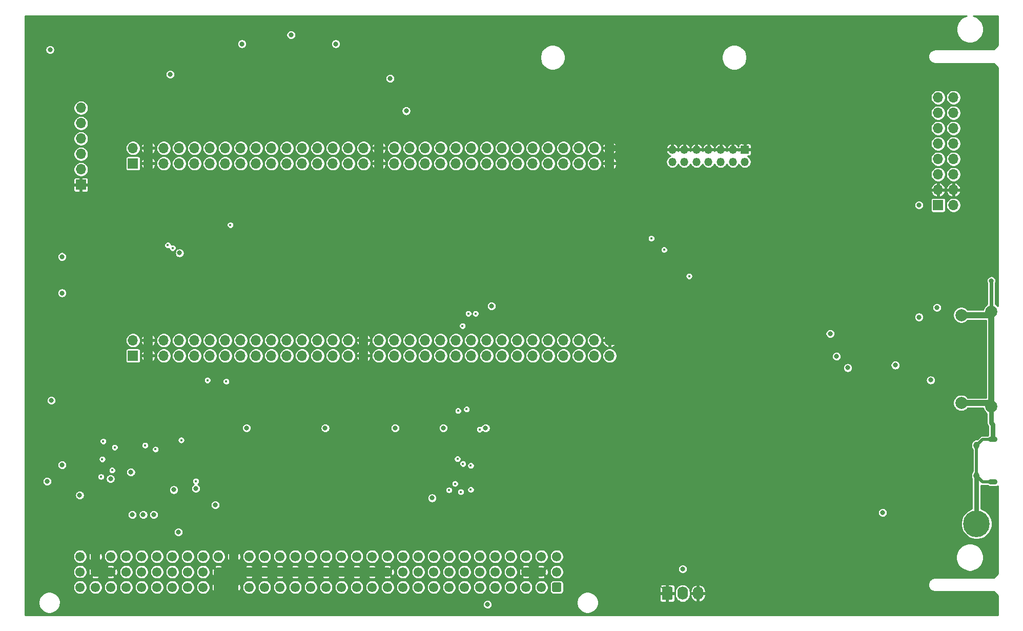
<source format=gbr>
G04 #@! TF.GenerationSoftware,KiCad,Pcbnew,5.1.9+dfsg1-1~bpo10+1*
G04 #@! TF.CreationDate,2023-04-02T14:24:10+02:00*
G04 #@! TF.ProjectId,nubus-to-ztex,6e756275-732d-4746-9f2d-7a7465782e6b,rev?*
G04 #@! TF.SameCoordinates,Original*
G04 #@! TF.FileFunction,Copper,L2,Inr*
G04 #@! TF.FilePolarity,Positive*
%FSLAX46Y46*%
G04 Gerber Fmt 4.6, Leading zero omitted, Abs format (unit mm)*
G04 Created by KiCad (PCBNEW 5.1.9+dfsg1-1~bpo10+1) date 2023-04-02 14:24:10*
%MOMM*%
%LPD*%
G01*
G04 APERTURE LIST*
G04 #@! TA.AperFunction,ComponentPad*
%ADD10C,4.400000*%
G04 #@! TD*
G04 #@! TA.AperFunction,ComponentPad*
%ADD11O,1.550000X0.890000*%
G04 #@! TD*
G04 #@! TA.AperFunction,ComponentPad*
%ADD12O,0.950000X1.250000*%
G04 #@! TD*
G04 #@! TA.AperFunction,ComponentPad*
%ADD13R,1.700000X1.700000*%
G04 #@! TD*
G04 #@! TA.AperFunction,ComponentPad*
%ADD14O,1.700000X1.700000*%
G04 #@! TD*
G04 #@! TA.AperFunction,ComponentPad*
%ADD15O,1.350000X1.350000*%
G04 #@! TD*
G04 #@! TA.AperFunction,ComponentPad*
%ADD16R,1.350000X1.350000*%
G04 #@! TD*
G04 #@! TA.AperFunction,ComponentPad*
%ADD17O,1.740000X2.200000*%
G04 #@! TD*
G04 #@! TA.AperFunction,ComponentPad*
%ADD18C,2.000000*%
G04 #@! TD*
G04 #@! TA.AperFunction,ComponentPad*
%ADD19C,1.550000*%
G04 #@! TD*
G04 #@! TA.AperFunction,ViaPad*
%ADD20C,0.800000*%
G04 #@! TD*
G04 #@! TA.AperFunction,ViaPad*
%ADD21C,0.450000*%
G04 #@! TD*
G04 #@! TA.AperFunction,Conductor*
%ADD22C,1.500000*%
G04 #@! TD*
G04 #@! TA.AperFunction,Conductor*
%ADD23C,0.152400*%
G04 #@! TD*
G04 #@! TA.AperFunction,Conductor*
%ADD24C,1.000000*%
G04 #@! TD*
G04 #@! TA.AperFunction,Conductor*
%ADD25C,0.800000*%
G04 #@! TD*
G04 #@! TA.AperFunction,Conductor*
%ADD26C,0.500000*%
G04 #@! TD*
G04 #@! TA.AperFunction,Conductor*
%ADD27C,0.200000*%
G04 #@! TD*
G04 #@! TA.AperFunction,Conductor*
%ADD28C,0.600000*%
G04 #@! TD*
G04 #@! TA.AperFunction,Conductor*
%ADD29C,0.750000*%
G04 #@! TD*
G04 #@! TA.AperFunction,Conductor*
%ADD30C,0.254000*%
G04 #@! TD*
G04 #@! TA.AperFunction,Conductor*
%ADD31C,0.100000*%
G04 #@! TD*
G04 APERTURE END LIST*
D10*
X269350000Y-89500000D03*
D11*
X272050000Y-75570000D03*
X272050000Y-82570000D03*
D12*
X269350000Y-76570000D03*
X269350000Y-81570000D03*
D13*
X130000000Y-30000000D03*
D14*
X130000000Y-27460000D03*
X132540000Y-30000000D03*
X132540000Y-27460000D03*
X135080000Y-30000000D03*
X135080000Y-27460000D03*
X137620000Y-30000000D03*
X137620000Y-27460000D03*
X140160000Y-30000000D03*
X140160000Y-27460000D03*
X142700000Y-30000000D03*
X142700000Y-27460000D03*
X145240000Y-30000000D03*
X145240000Y-27460000D03*
X147780000Y-30000000D03*
X147780000Y-27460000D03*
X150320000Y-30000000D03*
X150320000Y-27460000D03*
X152860000Y-30000000D03*
X152860000Y-27460000D03*
X155400000Y-30000000D03*
X155400000Y-27460000D03*
X157940000Y-30000000D03*
X157940000Y-27460000D03*
X160480000Y-30000000D03*
X160480000Y-27460000D03*
X163020000Y-30000000D03*
X163020000Y-27460000D03*
X165560000Y-30000000D03*
X165560000Y-27460000D03*
X168100000Y-30000000D03*
X168100000Y-27460000D03*
X170640000Y-30000000D03*
X170640000Y-27460000D03*
X173180000Y-30000000D03*
X173180000Y-27460000D03*
X175720000Y-30000000D03*
X175720000Y-27460000D03*
X178260000Y-30000000D03*
X178260000Y-27460000D03*
X180800000Y-30000000D03*
X180800000Y-27460000D03*
X183340000Y-30000000D03*
X183340000Y-27460000D03*
X185880000Y-30000000D03*
X185880000Y-27460000D03*
X188420000Y-30000000D03*
X188420000Y-27460000D03*
X190960000Y-30000000D03*
X190960000Y-27460000D03*
X193500000Y-30000000D03*
X193500000Y-27460000D03*
X196040000Y-30000000D03*
X196040000Y-27460000D03*
X198580000Y-30000000D03*
X198580000Y-27460000D03*
X201120000Y-30000000D03*
X201120000Y-27460000D03*
X203660000Y-30000000D03*
X203660000Y-27460000D03*
X206200000Y-30000000D03*
X206200000Y-27460000D03*
X208740000Y-30000000D03*
X208740000Y-27460000D03*
D13*
X130000000Y-61750000D03*
D14*
X130000000Y-59210000D03*
X132540000Y-61750000D03*
X132540000Y-59210000D03*
X135080000Y-61750000D03*
X135080000Y-59210000D03*
X137620000Y-61750000D03*
X137620000Y-59210000D03*
X140160000Y-61750000D03*
X140160000Y-59210000D03*
X142700000Y-61750000D03*
X142700000Y-59210000D03*
X145240000Y-61750000D03*
X145240000Y-59210000D03*
X147780000Y-61750000D03*
X147780000Y-59210000D03*
X150320000Y-61750000D03*
X150320000Y-59210000D03*
X152860000Y-61750000D03*
X152860000Y-59210000D03*
X155400000Y-61750000D03*
X155400000Y-59210000D03*
X157940000Y-61750000D03*
X157940000Y-59210000D03*
X160480000Y-61750000D03*
X160480000Y-59210000D03*
X163020000Y-61750000D03*
X163020000Y-59210000D03*
X165560000Y-61750000D03*
X165560000Y-59210000D03*
X168100000Y-61750000D03*
X168100000Y-59210000D03*
X170640000Y-61750000D03*
X170640000Y-59210000D03*
X173180000Y-61750000D03*
X173180000Y-59210000D03*
X175720000Y-61750000D03*
X175720000Y-59210000D03*
X178260000Y-61750000D03*
X178260000Y-59210000D03*
X180800000Y-61750000D03*
X180800000Y-59210000D03*
X183340000Y-61750000D03*
X183340000Y-59210000D03*
X185880000Y-61750000D03*
X185880000Y-59210000D03*
X188420000Y-61750000D03*
X188420000Y-59210000D03*
X190960000Y-61750000D03*
X190960000Y-59210000D03*
X193500000Y-61750000D03*
X193500000Y-59210000D03*
X196040000Y-61750000D03*
X196040000Y-59210000D03*
X198580000Y-61750000D03*
X198580000Y-59210000D03*
X201120000Y-61750000D03*
X201120000Y-59210000D03*
X203660000Y-61750000D03*
X203660000Y-59210000D03*
X206200000Y-61750000D03*
X206200000Y-59210000D03*
X208740000Y-61750000D03*
X208740000Y-59210000D03*
X265540000Y-19110000D03*
X263000000Y-19110000D03*
X265540000Y-21650000D03*
X263000000Y-21650000D03*
X265540000Y-24190000D03*
X263000000Y-24190000D03*
X265540000Y-26730000D03*
X263000000Y-26730000D03*
X265540000Y-29270000D03*
X263000000Y-29270000D03*
X265540000Y-31810000D03*
X263000000Y-31810000D03*
X265540000Y-34350000D03*
X263000000Y-34350000D03*
X265540000Y-36890000D03*
D13*
X263000000Y-36890000D03*
D15*
X219080000Y-29730000D03*
X219080000Y-27730000D03*
X221080000Y-29730000D03*
X221080000Y-27730000D03*
X223080000Y-29730000D03*
X223080000Y-27730000D03*
X225080000Y-29730000D03*
X225080000Y-27730000D03*
X227080000Y-29730000D03*
X227080000Y-27730000D03*
X229080000Y-29730000D03*
X229080000Y-27730000D03*
X231080000Y-29730000D03*
D16*
X231080000Y-27730000D03*
D13*
X121400000Y-33528000D03*
D14*
X121400000Y-30988000D03*
X121400000Y-28448000D03*
X121400000Y-25908000D03*
X121400000Y-23368000D03*
X121400000Y-20828000D03*
G04 #@! TA.AperFunction,ComponentPad*
G36*
G01*
X217390000Y-101850001D02*
X217390000Y-100149999D01*
G75*
G02*
X217639999Y-99900000I249999J0D01*
G01*
X218880001Y-99900000D01*
G75*
G02*
X219130000Y-100149999I0J-249999D01*
G01*
X219130000Y-101850001D01*
G75*
G02*
X218880001Y-102100000I-249999J0D01*
G01*
X217639999Y-102100000D01*
G75*
G02*
X217390000Y-101850001I0J249999D01*
G01*
G37*
G04 #@! TD.AperFunction*
D17*
X220800000Y-101000000D03*
X223340000Y-101000000D03*
D18*
X271800000Y-70150000D03*
X271800000Y-54450000D03*
X266850000Y-69550000D03*
X266850000Y-55050000D03*
G04 #@! TA.AperFunction,ComponentPad*
G36*
G01*
X200775000Y-99474998D02*
X200775000Y-100525002D01*
G75*
G02*
X200525002Y-100775000I-249998J0D01*
G01*
X199474998Y-100775000D01*
G75*
G02*
X199225000Y-100525002I0J249998D01*
G01*
X199225000Y-99474998D01*
G75*
G02*
X199474998Y-99225000I249998J0D01*
G01*
X200525002Y-99225000D01*
G75*
G02*
X200775000Y-99474998I0J-249998D01*
G01*
G37*
G04 #@! TD.AperFunction*
D19*
X197460000Y-100000000D03*
X194920000Y-100000000D03*
X192380000Y-100000000D03*
X189840000Y-100000000D03*
X187300000Y-100000000D03*
X184760000Y-100000000D03*
X182220000Y-100000000D03*
X179680000Y-100000000D03*
X177140000Y-100000000D03*
X174600000Y-100000000D03*
X172060000Y-100000000D03*
X169520000Y-100000000D03*
X166980000Y-100000000D03*
X164440000Y-100000000D03*
X161900000Y-100000000D03*
X159360000Y-100000000D03*
X156820000Y-100000000D03*
X154280000Y-100000000D03*
X151740000Y-100000000D03*
X149200000Y-100000000D03*
X146660000Y-100000000D03*
X144120000Y-100000000D03*
X141580000Y-100000000D03*
X139040000Y-100000000D03*
X136500000Y-100000000D03*
X133960000Y-100000000D03*
X131420000Y-100000000D03*
X128880000Y-100000000D03*
X126340000Y-100000000D03*
X123800000Y-100000000D03*
X121260000Y-100000000D03*
X200000000Y-97460000D03*
X197460000Y-97460000D03*
X194920000Y-97460000D03*
X192380000Y-97460000D03*
X189840000Y-97460000D03*
X187300000Y-97460000D03*
X184760000Y-97460000D03*
X182220000Y-97460000D03*
X179680000Y-97460000D03*
X177140000Y-97460000D03*
X174600000Y-97460000D03*
X172060000Y-97460000D03*
X169520000Y-97460000D03*
X166980000Y-97460000D03*
X164440000Y-97460000D03*
X161900000Y-97460000D03*
X159360000Y-97460000D03*
X156820000Y-97460000D03*
X154280000Y-97460000D03*
X151740000Y-97460000D03*
X149200000Y-97460000D03*
X146660000Y-97460000D03*
X144120000Y-97460000D03*
X141580000Y-97460000D03*
X139040000Y-97460000D03*
X136500000Y-97460000D03*
X133960000Y-97460000D03*
X131420000Y-97460000D03*
X128880000Y-97460000D03*
X126340000Y-97460000D03*
X123800000Y-97460000D03*
X121260000Y-97460000D03*
X200000000Y-94920000D03*
X197460000Y-94920000D03*
X194920000Y-94920000D03*
X192380000Y-94920000D03*
X189840000Y-94920000D03*
X187300000Y-94920000D03*
X184760000Y-94920000D03*
X182220000Y-94920000D03*
X179680000Y-94920000D03*
X177140000Y-94920000D03*
X174600000Y-94920000D03*
X172060000Y-94920000D03*
X169520000Y-94920000D03*
X166980000Y-94920000D03*
X164440000Y-94920000D03*
X161900000Y-94920000D03*
X159360000Y-94920000D03*
X156820000Y-94920000D03*
X154280000Y-94920000D03*
X151740000Y-94920000D03*
X149200000Y-94920000D03*
X146660000Y-94920000D03*
X144120000Y-94920000D03*
X141580000Y-94920000D03*
X139040000Y-94920000D03*
X136500000Y-94920000D03*
X133960000Y-94920000D03*
X131420000Y-94920000D03*
X128880000Y-94920000D03*
X126340000Y-94920000D03*
X123800000Y-94920000D03*
X121260000Y-94920000D03*
D20*
X155357500Y-78180000D03*
X267000000Y-51000000D03*
X222740000Y-36800000D03*
X234000000Y-34000000D03*
X174500000Y-71000000D03*
X194880000Y-35760000D03*
X208740000Y-50800000D03*
X215540000Y-27460000D03*
X116300000Y-16437500D03*
X268000000Y-58050000D03*
X149900000Y-71000000D03*
D21*
X145300000Y-90050000D03*
D20*
X189500000Y-71000000D03*
X186786371Y-50762953D03*
X118534670Y-98720000D03*
D21*
X115200000Y-90730000D03*
D20*
X152880000Y-42180000D03*
X181586371Y-48162953D03*
X268000000Y-65550000D03*
X187000000Y-83100000D03*
X183850000Y-73462500D03*
X256220000Y-61875000D03*
X135250000Y-70800000D03*
X139252400Y-47600000D03*
X268000000Y-61050000D03*
X140070000Y-71650000D03*
X168650000Y-91575000D03*
D21*
X145400000Y-88100000D03*
D20*
X163000000Y-71000000D03*
X158100000Y-92000000D03*
X207500000Y-71000000D03*
X132800000Y-79640000D03*
D21*
X131100000Y-77215000D03*
D20*
X252900000Y-82730000D03*
X264200000Y-67357500D03*
X194857500Y-79750000D03*
D21*
X115200000Y-87480000D03*
D20*
X176480000Y-33630000D03*
X140070000Y-65480000D03*
X181586371Y-53962953D03*
X236450000Y-82730000D03*
X145125000Y-50200000D03*
X256010000Y-88120000D03*
X148200000Y-86800000D03*
X117200000Y-84780000D03*
X179800000Y-92480000D03*
X123800000Y-93000000D03*
X115670000Y-40410000D03*
X190611371Y-50675453D03*
D21*
X168357500Y-79750000D03*
D20*
X228090000Y-60250000D03*
X168820000Y-45760000D03*
X168357500Y-78180000D03*
D21*
X139300000Y-87450000D03*
D20*
X255040000Y-53812500D03*
X246062500Y-59100000D03*
X255500000Y-58625000D03*
X179857500Y-79750000D03*
X127900000Y-72015000D03*
D21*
X115200000Y-89430000D03*
D20*
X267720000Y-77180000D03*
X196200000Y-92480000D03*
X244180000Y-99750000D03*
X137500000Y-89312500D03*
X259850000Y-35315000D03*
X259850000Y-14000000D03*
X234000000Y-14000000D03*
X125722000Y-33528000D03*
X228670000Y-36800000D03*
X143040000Y-68680000D03*
X268560000Y-51000000D03*
X267000000Y-49425000D03*
X156725000Y-81300000D03*
D21*
X155357500Y-79750000D03*
D20*
X169725000Y-81300000D03*
X123840134Y-42199866D03*
X175135000Y-19775000D03*
X267000000Y-46930000D03*
X167210000Y-18100000D03*
X158300000Y-8750000D03*
X143250000Y-10250000D03*
X168340000Y-7290000D03*
X223340000Y-97000000D03*
X258275000Y-51965000D03*
X265400000Y-76660000D03*
X263085000Y-80495000D03*
D21*
X221870000Y-48620000D03*
D20*
X161750000Y-73687500D03*
X172485673Y-15948535D03*
X188250000Y-73687500D03*
X136727523Y-83900000D03*
X137700000Y-44789641D03*
X248080000Y-63750000D03*
X126287500Y-82100000D03*
X115812500Y-82500000D03*
X148750000Y-73687500D03*
X140387500Y-83700000D03*
X118300000Y-79800000D03*
X143600000Y-86400000D03*
X245170000Y-58110000D03*
X137500000Y-90887500D03*
X116300000Y-11212500D03*
X116500000Y-69150000D03*
X173300000Y-73700000D03*
X118265134Y-45400000D03*
X121200000Y-84780000D03*
X181250000Y-73687500D03*
X118265134Y-51400000D03*
X136140000Y-15272793D03*
X189211371Y-53562953D03*
X129652500Y-81000000D03*
X179412661Y-85255497D03*
X259850000Y-36890000D03*
X175135000Y-21325000D03*
X156100000Y-8750000D03*
X163500000Y-10250000D03*
X148000000Y-10250000D03*
X262800000Y-53810000D03*
X259850000Y-55387500D03*
X253850000Y-87660000D03*
X246230000Y-61872500D03*
X131697842Y-88000000D03*
X129897842Y-88000000D03*
X133421568Y-88014972D03*
X188575000Y-102850000D03*
X220800000Y-97000000D03*
D21*
X184418601Y-56831399D03*
X183600000Y-78800000D03*
X184150000Y-84250000D03*
X186600000Y-54800000D03*
X187263411Y-73930000D03*
X185400000Y-54800000D03*
X185800000Y-83875000D03*
X185800000Y-79900000D03*
X137965000Y-75700000D03*
X132000000Y-76565000D03*
X136541399Y-43958601D03*
X135750000Y-43500000D03*
X146070000Y-40170000D03*
D20*
X271800000Y-49380000D03*
D21*
X217750000Y-44250000D03*
X215625000Y-42375000D03*
X133700000Y-77215000D03*
X145387500Y-66000000D03*
X140375000Y-82475000D03*
X142300000Y-65800000D03*
X125066330Y-75900000D03*
X126550000Y-80675000D03*
X124712500Y-81750000D03*
X126975000Y-76905000D03*
X124925000Y-78850000D03*
X182200161Y-83950161D03*
X183200000Y-82900000D03*
X184500000Y-79600000D03*
X185110000Y-70590000D03*
X183710000Y-70850000D03*
D20*
X261760000Y-65782500D03*
X255920000Y-63320000D03*
D22*
X208740000Y-30000000D02*
X208740000Y-27460000D01*
X208740000Y-27460000D02*
X208740000Y-24760000D01*
X208740000Y-30000000D02*
X208740000Y-32560000D01*
D23*
X208740000Y-32560000D02*
X198080000Y-32560000D01*
X198080000Y-32560000D02*
X194880000Y-35760000D01*
X194880000Y-35760000D02*
X194750000Y-35890000D01*
D24*
X215540000Y-27460000D02*
X208740000Y-27460000D01*
D23*
X179800000Y-92480000D02*
X169555000Y-92480000D01*
D25*
X168820000Y-52500000D02*
X168820000Y-45760000D01*
D26*
X196200000Y-97460000D02*
X196200000Y-92480000D01*
X123800000Y-97460000D02*
X122540000Y-98720000D01*
D23*
X115200000Y-89430000D02*
X115200000Y-87480000D01*
X132540000Y-23462500D02*
X132540000Y-23660000D01*
D26*
X196200000Y-89100000D02*
X196200000Y-82592500D01*
D23*
X155250000Y-79750000D02*
X155357500Y-79750000D01*
D25*
X168820000Y-55760000D02*
X168820000Y-52500000D01*
D23*
X228090000Y-60250000D02*
X244912500Y-60250000D01*
X212100000Y-60250000D02*
X228090000Y-60250000D01*
D25*
X168100000Y-56480000D02*
X168820000Y-55760000D01*
D23*
X168100000Y-74012500D02*
X168357500Y-74270000D01*
X168720000Y-52600000D02*
X168820000Y-52500000D01*
D26*
X168250000Y-92250000D02*
X168250001Y-91974999D01*
X168250001Y-91974999D02*
X168650000Y-91575000D01*
D22*
X123800000Y-97460000D02*
X123800000Y-94920000D01*
D23*
X139300000Y-87450000D02*
X137500000Y-89250000D01*
X194857500Y-79750000D02*
X203560000Y-71047500D01*
X203560000Y-71047500D02*
X203560000Y-71000000D01*
D26*
X153025000Y-97460000D02*
X153025000Y-92075000D01*
D22*
X170640000Y-27460000D02*
X170640000Y-25000000D01*
D23*
X191507500Y-83100000D02*
X194857500Y-79750000D01*
X187000000Y-83100000D02*
X191507500Y-83100000D01*
X168357500Y-74270000D02*
X168357500Y-78180000D01*
D22*
X164440000Y-97460000D02*
X166980000Y-97460000D01*
D23*
X163000000Y-71000000D02*
X168100000Y-71000000D01*
X196200000Y-92480000D02*
X179800000Y-92480000D01*
X132800000Y-79640000D02*
X132800000Y-84612500D01*
X132800000Y-84612500D02*
X137500000Y-89312500D01*
X169555000Y-92480000D02*
X169049999Y-91974999D01*
X169049999Y-91974999D02*
X168650000Y-91575000D01*
X267730000Y-77190000D02*
X267720000Y-77180000D01*
X115200000Y-90730000D02*
X115200000Y-95425330D01*
X117200000Y-72200000D02*
X117200000Y-72200000D01*
X123500000Y-65900000D02*
X127500000Y-65900000D01*
X148200000Y-86800000D02*
X155250000Y-79750000D01*
D22*
X132540000Y-47600000D02*
X132540000Y-52520000D01*
X132540000Y-52520000D02*
X132540000Y-59210000D01*
D23*
X131600000Y-65900000D02*
X132540000Y-64960000D01*
X132410000Y-52390000D02*
X132540000Y-52520000D01*
D22*
X156820000Y-97460000D02*
X158100000Y-97460000D01*
D23*
X211060000Y-59210000D02*
X212100000Y-60250000D01*
D22*
X170640000Y-40360000D02*
X170640000Y-33630000D01*
D23*
X170640000Y-33630000D02*
X176480000Y-33630000D01*
D22*
X168100000Y-61750000D02*
X168100000Y-71000000D01*
D26*
X118534670Y-98720000D02*
X122540000Y-98720000D01*
D23*
X149900000Y-71000000D02*
X163000000Y-71000000D01*
D22*
X153025000Y-97460000D02*
X154280000Y-97460000D01*
D23*
X135250000Y-67670000D02*
X132540000Y-64960000D01*
D22*
X132540000Y-27460000D02*
X132540000Y-23660000D01*
X132540000Y-61750000D02*
X132540000Y-64960000D01*
D23*
X115200000Y-90730000D02*
X115200000Y-89430000D01*
D22*
X163175000Y-97460000D02*
X164440000Y-97460000D01*
D26*
X163175000Y-97460000D02*
X163175000Y-91975000D01*
X168820000Y-42180000D02*
X152880000Y-42180000D01*
D23*
X132950000Y-42180000D02*
X132540000Y-42590000D01*
X134035000Y-72015000D02*
X135250000Y-70800000D01*
X196170000Y-104500000D02*
X145390000Y-104500000D01*
X145125000Y-50200000D02*
X142525000Y-47600000D01*
X142525000Y-47600000D02*
X139252400Y-47600000D01*
D26*
X152880000Y-42180000D02*
X132950000Y-42180000D01*
D22*
X132540000Y-33600000D02*
X132540000Y-42590000D01*
D23*
X170617047Y-53962953D02*
X181586371Y-53962953D01*
X186873871Y-50675453D02*
X186786371Y-50762953D01*
X264200000Y-67357500D02*
X266007500Y-65550000D01*
X266007500Y-65550000D02*
X268000000Y-65550000D01*
X264200000Y-67357500D02*
X263800001Y-67757499D01*
X189500000Y-71000000D02*
X202250000Y-71000000D01*
X183850000Y-73462500D02*
X186312500Y-71000000D01*
X137500000Y-89250000D02*
X137500000Y-89312500D01*
X146660000Y-91410000D02*
X145300000Y-90050000D01*
D22*
X144120000Y-100000000D02*
X144120000Y-97460000D01*
D25*
X168820000Y-45760000D02*
X168820000Y-42180000D01*
D23*
X256010000Y-87920000D02*
X244180000Y-99750000D01*
X256220000Y-61875000D02*
X256220000Y-59345000D01*
D22*
X161900000Y-97460000D02*
X163175000Y-97460000D01*
D23*
X186786371Y-50762953D02*
X184786371Y-50762953D01*
X184786371Y-50762953D02*
X181586371Y-53962953D01*
X268000000Y-65550000D02*
X268000000Y-58050000D01*
D26*
X123800000Y-97460000D02*
X122530000Y-96190000D01*
X158100000Y-97460000D02*
X158100000Y-92000000D01*
D22*
X132540000Y-30000000D02*
X132540000Y-33600000D01*
D23*
X196200000Y-82592500D02*
X196200000Y-81092500D01*
X196200000Y-81092500D02*
X194857500Y-79750000D01*
X168820000Y-55760000D02*
X170617047Y-53962953D01*
X117200000Y-72200000D02*
X123500000Y-65900000D01*
X186312500Y-71000000D02*
X189500000Y-71000000D01*
D22*
X159360000Y-97460000D02*
X161900000Y-97460000D01*
D23*
X127900000Y-72015000D02*
X134035000Y-72015000D01*
X255040000Y-58165000D02*
X255500000Y-58625000D01*
X207500000Y-71000000D02*
X207500000Y-71000000D01*
D26*
X118534670Y-98720000D02*
X118534670Y-98720000D01*
D22*
X132540000Y-42590000D02*
X132540000Y-47600000D01*
X146660000Y-94920000D02*
X146660000Y-92000000D01*
D23*
X239420000Y-104510000D02*
X198510000Y-104510000D01*
D26*
X153025000Y-97460000D02*
X153025000Y-102475000D01*
D23*
X117200000Y-84780000D02*
X117200000Y-72200000D01*
D22*
X123800000Y-94920000D02*
X123800000Y-93000000D01*
D23*
X263800001Y-67757499D02*
X263800001Y-73260001D01*
X263800001Y-73260001D02*
X267320001Y-76780001D01*
X202250000Y-71000000D02*
X203560000Y-71000000D01*
X203560000Y-71000000D02*
X207500000Y-71000000D01*
D22*
X144120000Y-100000000D02*
X144120000Y-103230000D01*
D23*
X145300000Y-90050000D02*
X145300000Y-88200000D01*
X141430000Y-64120000D02*
X141430000Y-53895000D01*
D25*
X168100000Y-71000000D02*
X168100000Y-74012500D01*
D23*
X131237500Y-77352500D02*
X131100000Y-77215000D01*
D22*
X196200000Y-97460000D02*
X194920000Y-97460000D01*
X144120000Y-97460000D02*
X146660000Y-97460000D01*
D26*
X144120000Y-103230000D02*
X145390000Y-104500000D01*
D22*
X149200000Y-97460000D02*
X151740000Y-97460000D01*
D23*
X155357500Y-79750000D02*
X168357500Y-79750000D01*
X208740000Y-57660000D02*
X208740000Y-58007919D01*
X210000000Y-59210000D02*
X211060000Y-59210000D01*
X198510000Y-104510000D02*
X198500000Y-104500000D01*
X176480000Y-33630000D02*
X176480000Y-33630000D01*
D22*
X170640000Y-33630000D02*
X170640000Y-30000000D01*
D23*
X252900000Y-82730000D02*
X236450000Y-82730000D01*
D22*
X169520000Y-97460000D02*
X172060000Y-97460000D01*
X132540000Y-27460000D02*
X132540000Y-30000000D01*
X170640000Y-27460000D02*
X170640000Y-30000000D01*
D23*
X115200000Y-87480000D02*
X115200000Y-86780000D01*
D22*
X146660000Y-100000000D02*
X146660000Y-103230000D01*
X146660000Y-100000000D02*
X146660000Y-97460000D01*
D23*
X116300000Y-16437500D02*
X125317500Y-16437500D01*
X125317500Y-16437500D02*
X132540000Y-23660000D01*
X140070000Y-71650000D02*
X140070000Y-76930000D01*
X212100000Y-66400000D02*
X207500000Y-71000000D01*
D22*
X197460000Y-97460000D02*
X196200000Y-97460000D01*
D23*
X140070000Y-65480000D02*
X140070000Y-65480000D01*
X115200000Y-86780000D02*
X117200000Y-84780000D01*
X140070000Y-76930000D02*
X137360000Y-79640000D01*
X137360000Y-79640000D02*
X132800000Y-79640000D01*
X179857500Y-79750000D02*
X168357500Y-79750000D01*
X198500000Y-104500000D02*
X196170000Y-104500000D01*
X141430000Y-53895000D02*
X145125000Y-50200000D01*
X140070000Y-65480000D02*
X141430000Y-64120000D01*
D26*
X127600000Y-98720000D02*
X127600000Y-104500000D01*
D23*
X256010000Y-87920000D02*
X256010000Y-85840000D01*
X246062500Y-59100000D02*
X255025000Y-59100000D01*
X255025000Y-59100000D02*
X255500000Y-58625000D01*
X127499999Y-65900001D02*
X127500000Y-65900000D01*
X170640000Y-30000000D02*
X170640000Y-31202081D01*
X127500000Y-65900000D02*
X131600000Y-65900000D01*
X256220000Y-59345000D02*
X255500000Y-58625000D01*
D22*
X146660000Y-97460000D02*
X149200000Y-97460000D01*
X151740000Y-97460000D02*
X153025000Y-97460000D01*
D26*
X196200000Y-92480000D02*
X196200000Y-89100000D01*
D23*
X181586371Y-53962953D02*
X181586371Y-48162953D01*
X119480000Y-96190000D02*
X115964670Y-96190000D01*
D26*
X122530000Y-96190000D02*
X119480000Y-96190000D01*
D22*
X124896015Y-97460000D02*
X126340000Y-97460000D01*
D23*
X212100000Y-60250000D02*
X212100000Y-66400000D01*
D22*
X168100000Y-59210000D02*
X168100000Y-61750000D01*
X154280000Y-97460000D02*
X156820000Y-97460000D01*
D26*
X163175000Y-97460000D02*
X163175000Y-102425000D01*
D23*
X135250000Y-70800000D02*
X135250000Y-67670000D01*
D26*
X168250000Y-97460000D02*
X168250000Y-92250000D01*
D22*
X166980000Y-97460000D02*
X168250000Y-97460000D01*
D23*
X244912500Y-60250000D02*
X246062500Y-59100000D01*
X139252400Y-47600000D02*
X132540000Y-47600000D01*
X256010000Y-85840000D02*
X252900000Y-82730000D01*
D26*
X197460000Y-97460000D02*
X198730000Y-96190000D01*
D22*
X146660000Y-97460000D02*
X146660000Y-94920000D01*
D23*
X267320001Y-76780001D02*
X267720000Y-77180000D01*
X145400000Y-88100000D02*
X146900000Y-88100000D01*
D26*
X126340000Y-97460000D02*
X127600000Y-98720000D01*
D23*
X255040000Y-53812500D02*
X255040000Y-58165000D01*
X135649999Y-69900001D02*
X140070000Y-65480000D01*
X135250000Y-70800000D02*
X135649999Y-70400001D01*
X135649999Y-70400001D02*
X135649999Y-69900001D01*
X202250000Y-71000000D02*
X202400000Y-71000000D01*
D22*
X146660000Y-100000000D02*
X144120000Y-100000000D01*
D23*
X146900000Y-88100000D02*
X148200000Y-86800000D01*
D22*
X168100000Y-59210000D02*
X168100000Y-56480000D01*
D26*
X168250000Y-97460000D02*
X168250000Y-102000000D01*
D22*
X168250000Y-97460000D02*
X169520000Y-97460000D01*
D23*
X168357500Y-78180000D02*
X168357500Y-79750000D01*
X170640000Y-31202081D02*
X170688000Y-31250081D01*
D22*
X123800000Y-97460000D02*
X124896015Y-97460000D01*
D23*
X140070000Y-65480000D02*
X140070000Y-71650000D01*
D25*
X168820000Y-42180000D02*
X170640000Y-40360000D01*
D22*
X208740000Y-59210000D02*
X210000000Y-59210000D01*
D23*
X145300000Y-88200000D02*
X145400000Y-88100000D01*
D26*
X158100000Y-97460000D02*
X158100000Y-102800000D01*
D23*
X190611371Y-50675453D02*
X186873871Y-50675453D01*
X145390000Y-104500000D02*
X127600000Y-104500000D01*
X132440000Y-33500000D02*
X132540000Y-33600000D01*
X115200000Y-95425330D02*
X115964670Y-96190000D01*
D22*
X132540000Y-61750000D02*
X132540000Y-59210000D01*
D23*
X146660000Y-93260000D02*
X146660000Y-91410000D01*
D22*
X208740000Y-59210000D02*
X208740000Y-58007919D01*
D23*
X115964670Y-96190000D02*
X118534670Y-98760000D01*
X196170000Y-97490000D02*
X196200000Y-97460000D01*
D26*
X196170000Y-97490000D02*
X196170000Y-104500000D01*
D22*
X158100000Y-97460000D02*
X159360000Y-97460000D01*
D23*
X244180000Y-99750000D02*
X239420000Y-104510000D01*
D26*
X146660000Y-103230000D02*
X145390000Y-104500000D01*
D23*
X208740000Y-58007919D02*
X208740000Y-50800000D01*
X192750000Y-33630000D02*
X194880000Y-35760000D01*
X176480000Y-33630000D02*
X192750000Y-33630000D01*
X190611371Y-40028629D02*
X194880000Y-35760000D01*
X190611371Y-50675453D02*
X190611371Y-40028629D01*
X208740000Y-50800000D02*
X208740000Y-32560000D01*
X256000000Y-14010000D02*
X256000000Y-14010000D01*
X234000000Y-34000000D02*
X234000000Y-14000000D01*
X234000000Y-14000000D02*
X256000000Y-14000000D01*
X259850000Y-14000000D02*
X259850000Y-35315000D01*
X118840000Y-40410000D02*
X125722000Y-33528000D01*
X115670000Y-40410000D02*
X118840000Y-40410000D01*
X132468000Y-33528000D02*
X132540000Y-33600000D01*
X125722000Y-33528000D02*
X132468000Y-33528000D01*
X208740000Y-50800000D02*
X222740000Y-36800000D01*
X231200000Y-36800000D02*
X234000000Y-34000000D01*
X222740000Y-36800000D02*
X228670000Y-36800000D01*
X228670000Y-36800000D02*
X231200000Y-36800000D01*
X140070000Y-71650000D02*
X143040000Y-68680000D01*
D26*
X212350000Y-96190000D02*
X198730000Y-96190000D01*
D23*
X155357500Y-79750000D02*
X155357500Y-78180000D01*
X213450000Y-96190000D02*
X218260000Y-101000000D01*
X212350000Y-96190000D02*
X213450000Y-96190000D01*
D27*
X117459866Y-42199866D02*
X115670000Y-40410000D01*
X123840134Y-42199866D02*
X117459866Y-42199866D01*
X256000000Y-14000000D02*
X259850000Y-14000000D01*
X173460000Y-18100000D02*
X175135000Y-19775000D01*
X167210000Y-18100000D02*
X173460000Y-18100000D01*
X145450001Y-8049999D02*
X143250000Y-10250000D01*
X158300000Y-8750000D02*
X157599999Y-8049999D01*
X157599999Y-8049999D02*
X145450001Y-8049999D01*
X170640000Y-24270000D02*
X175135000Y-19775000D01*
X170640000Y-25000000D02*
X170640000Y-24270000D01*
X261922500Y-46930000D02*
X255040000Y-53812500D01*
X267000000Y-46930000D02*
X261922500Y-46930000D01*
X263085000Y-78975000D02*
X265400000Y-76660000D01*
X263085000Y-80495000D02*
X263085000Y-78975000D01*
X265920000Y-77180000D02*
X265400000Y-76660000D01*
X267720000Y-77180000D02*
X265920000Y-77180000D01*
D26*
X231080000Y-27730000D02*
X229080000Y-27730000D01*
X229080000Y-27730000D02*
X227080000Y-27730000D01*
X227080000Y-27730000D02*
X225080000Y-27730000D01*
X225080000Y-27730000D02*
X223080000Y-27730000D01*
X223080000Y-27730000D02*
X221080000Y-27730000D01*
X221080000Y-27730000D02*
X219080000Y-27730000D01*
X219080000Y-27730000D02*
X217360000Y-27730000D01*
X217360000Y-27730000D02*
X217090000Y-27460000D01*
X217090000Y-27460000D02*
X215540000Y-27460000D01*
D27*
X132540000Y-20960000D02*
X143250000Y-10250000D01*
X132540000Y-23660000D02*
X132540000Y-20960000D01*
X166880000Y-8750000D02*
X168340000Y-7290000D01*
X158300000Y-8750000D02*
X166880000Y-8750000D01*
D24*
X271200000Y-55050000D02*
X271800000Y-54450000D01*
X266850000Y-55050000D02*
X271200000Y-55050000D01*
X271800000Y-54450000D02*
X271800000Y-70150000D01*
X271200000Y-69550000D02*
X271800000Y-70150000D01*
X266850000Y-69550000D02*
X271200000Y-69550000D01*
D23*
X266840000Y-55040000D02*
X266850000Y-55050000D01*
D24*
X271897500Y-70247500D02*
X271800000Y-70150000D01*
D28*
X271800000Y-54450000D02*
X271800000Y-49380000D01*
D26*
X269350000Y-81570000D02*
X269350000Y-76570000D01*
X270350000Y-75570000D02*
X269350000Y-76570000D01*
X272050000Y-75570000D02*
X270350000Y-75570000D01*
X270350000Y-82570000D02*
X269350000Y-81570000D01*
X272050000Y-82570000D02*
X270350000Y-82570000D01*
D29*
X269350000Y-89500000D02*
X269350000Y-81570000D01*
X271800000Y-70150000D02*
X271800000Y-72830000D01*
X271800000Y-72830000D02*
X272050000Y-73080000D01*
X272050000Y-73080000D02*
X272050000Y-75570000D01*
D30*
X267599312Y-5652004D02*
X267187101Y-5822747D01*
X266816121Y-6070628D01*
X266500628Y-6386121D01*
X266252747Y-6757101D01*
X266082004Y-7169312D01*
X265994960Y-7606913D01*
X265994960Y-8053087D01*
X266082004Y-8490688D01*
X266252747Y-8902899D01*
X266500628Y-9273879D01*
X266816121Y-9589372D01*
X267187101Y-9837253D01*
X267599312Y-10007996D01*
X268036913Y-10095040D01*
X268483087Y-10095040D01*
X268920688Y-10007996D01*
X269332899Y-9837253D01*
X269703879Y-9589372D01*
X270019372Y-9273879D01*
X270267253Y-8902899D01*
X270437996Y-8490688D01*
X270525040Y-8053087D01*
X270525040Y-7606913D01*
X270437996Y-7169312D01*
X270267253Y-6757101D01*
X270019372Y-6386121D01*
X269703879Y-6070628D01*
X269332899Y-5822747D01*
X268920688Y-5652004D01*
X268794984Y-5627000D01*
X272874000Y-5627000D01*
X272874001Y-10491117D01*
X272191119Y-11174000D01*
X262477601Y-11174000D01*
X262454816Y-11176244D01*
X262445726Y-11176244D01*
X262439394Y-11176910D01*
X262303630Y-11192139D01*
X262263213Y-11200730D01*
X262222665Y-11208758D01*
X262216583Y-11210641D01*
X262216582Y-11210641D01*
X262216579Y-11210642D01*
X262216577Y-11210643D01*
X262086362Y-11251950D01*
X262048378Y-11268229D01*
X262010161Y-11283981D01*
X262004566Y-11287007D01*
X262004563Y-11287008D01*
X262004560Y-11287010D01*
X261884842Y-11352826D01*
X261850701Y-11376202D01*
X261816318Y-11399046D01*
X261811422Y-11403097D01*
X261811410Y-11403105D01*
X261811401Y-11403114D01*
X261706758Y-11490920D01*
X261677851Y-11520438D01*
X261648515Y-11549570D01*
X261644496Y-11554499D01*
X261644491Y-11554504D01*
X261644487Y-11554509D01*
X261558887Y-11660975D01*
X261536260Y-11695552D01*
X261513146Y-11729819D01*
X261510157Y-11735441D01*
X261446863Y-11856510D01*
X261431375Y-11894842D01*
X261415363Y-11932933D01*
X261413523Y-11939029D01*
X261374951Y-12070087D01*
X261367201Y-12110711D01*
X261358897Y-12151168D01*
X261358277Y-12157497D01*
X261358275Y-12157506D01*
X261358275Y-12157514D01*
X261345894Y-12293558D01*
X261346182Y-12334848D01*
X261345893Y-12376214D01*
X261346515Y-12382551D01*
X261360795Y-12518419D01*
X261369108Y-12558917D01*
X261376850Y-12599505D01*
X261378687Y-12605586D01*
X261378689Y-12605597D01*
X261378693Y-12605607D01*
X261419090Y-12736106D01*
X261435105Y-12774206D01*
X261450587Y-12812524D01*
X261453576Y-12818146D01*
X261518554Y-12938320D01*
X261541664Y-12972582D01*
X261564294Y-13007165D01*
X261568317Y-13012097D01*
X261568320Y-13012101D01*
X261568324Y-13012105D01*
X261655401Y-13117364D01*
X261684733Y-13146493D01*
X261713645Y-13176017D01*
X261718540Y-13180065D01*
X261718549Y-13180074D01*
X261718559Y-13180080D01*
X261824422Y-13266420D01*
X261858817Y-13289272D01*
X261892947Y-13312642D01*
X261898548Y-13315670D01*
X262019173Y-13379807D01*
X262057408Y-13395566D01*
X262095368Y-13411837D01*
X262101447Y-13413718D01*
X262101454Y-13413721D01*
X262101462Y-13413723D01*
X262232235Y-13453206D01*
X262272775Y-13461234D01*
X262313207Y-13469828D01*
X262319533Y-13470492D01*
X262319536Y-13470493D01*
X262319539Y-13470493D01*
X262455504Y-13483824D01*
X262455507Y-13483824D01*
X262477601Y-13486000D01*
X272191119Y-13486000D01*
X272874001Y-14168883D01*
X272874001Y-53571621D01*
X272872693Y-53569664D01*
X272680336Y-53377307D01*
X272481000Y-53244115D01*
X272481000Y-49766574D01*
X272492113Y-49749942D01*
X272550987Y-49607809D01*
X272581000Y-49456922D01*
X272581000Y-49303078D01*
X272550987Y-49152191D01*
X272492113Y-49010058D01*
X272406642Y-48882141D01*
X272297859Y-48773358D01*
X272169942Y-48687887D01*
X272027809Y-48629013D01*
X271876922Y-48599000D01*
X271723078Y-48599000D01*
X271572191Y-48629013D01*
X271430058Y-48687887D01*
X271302141Y-48773358D01*
X271193358Y-48882141D01*
X271107887Y-49010058D01*
X271049013Y-49152191D01*
X271019000Y-49303078D01*
X271019000Y-49456922D01*
X271049013Y-49607809D01*
X271107887Y-49749942D01*
X271119001Y-49766575D01*
X271119000Y-53244115D01*
X270919664Y-53377307D01*
X270727307Y-53569664D01*
X270576174Y-53795851D01*
X270472071Y-54047177D01*
X270447839Y-54169000D01*
X267922029Y-54169000D01*
X267730336Y-53977307D01*
X267504149Y-53826174D01*
X267252823Y-53722071D01*
X266986017Y-53669000D01*
X266713983Y-53669000D01*
X266447177Y-53722071D01*
X266195851Y-53826174D01*
X265969664Y-53977307D01*
X265777307Y-54169664D01*
X265626174Y-54395851D01*
X265522071Y-54647177D01*
X265469000Y-54913983D01*
X265469000Y-55186017D01*
X265522071Y-55452823D01*
X265626174Y-55704149D01*
X265777307Y-55930336D01*
X265969664Y-56122693D01*
X266195851Y-56273826D01*
X266447177Y-56377929D01*
X266713983Y-56431000D01*
X266986017Y-56431000D01*
X267252823Y-56377929D01*
X267504149Y-56273826D01*
X267730336Y-56122693D01*
X267922029Y-55931000D01*
X270919000Y-55931000D01*
X270919001Y-68669000D01*
X267922029Y-68669000D01*
X267730336Y-68477307D01*
X267504149Y-68326174D01*
X267252823Y-68222071D01*
X266986017Y-68169000D01*
X266713983Y-68169000D01*
X266447177Y-68222071D01*
X266195851Y-68326174D01*
X265969664Y-68477307D01*
X265777307Y-68669664D01*
X265626174Y-68895851D01*
X265522071Y-69147177D01*
X265469000Y-69413983D01*
X265469000Y-69686017D01*
X265522071Y-69952823D01*
X265626174Y-70204149D01*
X265777307Y-70430336D01*
X265969664Y-70622693D01*
X266195851Y-70773826D01*
X266447177Y-70877929D01*
X266713983Y-70931000D01*
X266986017Y-70931000D01*
X267252823Y-70877929D01*
X267504149Y-70773826D01*
X267730336Y-70622693D01*
X267922029Y-70431000D01*
X270447839Y-70431000D01*
X270472071Y-70552823D01*
X270576174Y-70804149D01*
X270727307Y-71030336D01*
X270919664Y-71222693D01*
X271044000Y-71305772D01*
X271044001Y-72792861D01*
X271040343Y-72830000D01*
X271054940Y-72978201D01*
X271098169Y-73120708D01*
X271168369Y-73252043D01*
X271262842Y-73367159D01*
X271291689Y-73390833D01*
X271294000Y-73393144D01*
X271294001Y-74861111D01*
X271258879Y-74879884D01*
X271186845Y-74939000D01*
X270380998Y-74939000D01*
X270350000Y-74935947D01*
X270319002Y-74939000D01*
X270226302Y-74948130D01*
X270107358Y-74984211D01*
X269997739Y-75042804D01*
X269901657Y-75121657D01*
X269881899Y-75145732D01*
X269457213Y-75570418D01*
X269350000Y-75559859D01*
X269182195Y-75576386D01*
X269020838Y-75625333D01*
X268872131Y-75704819D01*
X268741788Y-75811788D01*
X268634819Y-75942132D01*
X268555333Y-76090839D01*
X268506386Y-76252196D01*
X268494000Y-76377956D01*
X268494000Y-76762045D01*
X268506386Y-76887805D01*
X268555333Y-77049162D01*
X268634819Y-77197869D01*
X268719001Y-77300446D01*
X268719000Y-80839555D01*
X268634819Y-80942132D01*
X268555333Y-81090839D01*
X268506386Y-81252196D01*
X268494000Y-81377956D01*
X268494000Y-81762045D01*
X268506386Y-81887805D01*
X268555333Y-82049162D01*
X268594001Y-82121504D01*
X268594000Y-87019492D01*
X268127438Y-87212748D01*
X267704709Y-87495207D01*
X267345207Y-87854709D01*
X267062748Y-88277438D01*
X266868187Y-88747150D01*
X266769000Y-89245794D01*
X266769000Y-89754206D01*
X266868187Y-90252850D01*
X267062748Y-90722562D01*
X267345207Y-91145291D01*
X267704709Y-91504793D01*
X268127438Y-91787252D01*
X268597150Y-91981813D01*
X269095794Y-92081000D01*
X269604206Y-92081000D01*
X270102850Y-91981813D01*
X270572562Y-91787252D01*
X270995291Y-91504793D01*
X271354793Y-91145291D01*
X271637252Y-90722562D01*
X271831813Y-90252850D01*
X271931000Y-89754206D01*
X271931000Y-89245794D01*
X271831813Y-88747150D01*
X271637252Y-88277438D01*
X271354793Y-87854709D01*
X270995291Y-87495207D01*
X270572562Y-87212748D01*
X270106000Y-87019492D01*
X270106000Y-83155063D01*
X270107358Y-83155789D01*
X270226302Y-83191870D01*
X270350000Y-83204053D01*
X270380998Y-83201000D01*
X271186845Y-83201000D01*
X271258879Y-83260116D01*
X271402374Y-83336816D01*
X271558076Y-83384048D01*
X271679428Y-83396000D01*
X272420572Y-83396000D01*
X272541924Y-83384048D01*
X272697626Y-83336816D01*
X272841121Y-83260116D01*
X272874000Y-83233133D01*
X272874000Y-97741118D01*
X272191119Y-98424000D01*
X262477601Y-98424000D01*
X262454816Y-98426244D01*
X262445726Y-98426244D01*
X262439394Y-98426910D01*
X262303630Y-98442139D01*
X262263213Y-98450730D01*
X262222665Y-98458758D01*
X262216583Y-98460641D01*
X262216582Y-98460641D01*
X262216579Y-98460642D01*
X262216577Y-98460643D01*
X262086362Y-98501950D01*
X262048378Y-98518229D01*
X262010161Y-98533981D01*
X262004566Y-98537007D01*
X262004563Y-98537008D01*
X262004560Y-98537010D01*
X261884842Y-98602826D01*
X261850701Y-98626202D01*
X261816318Y-98649046D01*
X261811422Y-98653097D01*
X261811410Y-98653105D01*
X261811401Y-98653114D01*
X261706758Y-98740920D01*
X261677851Y-98770438D01*
X261648515Y-98799570D01*
X261644496Y-98804499D01*
X261644491Y-98804504D01*
X261644487Y-98804509D01*
X261558887Y-98910975D01*
X261536260Y-98945552D01*
X261513146Y-98979819D01*
X261510157Y-98985441D01*
X261446863Y-99106510D01*
X261431375Y-99144842D01*
X261415363Y-99182933D01*
X261413523Y-99189029D01*
X261374951Y-99320087D01*
X261367201Y-99360711D01*
X261358897Y-99401168D01*
X261358277Y-99407497D01*
X261358275Y-99407506D01*
X261358275Y-99407514D01*
X261345894Y-99543558D01*
X261346182Y-99584848D01*
X261345893Y-99626214D01*
X261346515Y-99632551D01*
X261360795Y-99768419D01*
X261369108Y-99808917D01*
X261376850Y-99849505D01*
X261378687Y-99855586D01*
X261378689Y-99855597D01*
X261378693Y-99855607D01*
X261419090Y-99986106D01*
X261435105Y-100024206D01*
X261450587Y-100062524D01*
X261453576Y-100068146D01*
X261518554Y-100188320D01*
X261541664Y-100222582D01*
X261564294Y-100257165D01*
X261568317Y-100262097D01*
X261568320Y-100262101D01*
X261568324Y-100262105D01*
X261655401Y-100367364D01*
X261684733Y-100396493D01*
X261713645Y-100426017D01*
X261718540Y-100430065D01*
X261718549Y-100430074D01*
X261718559Y-100430080D01*
X261824422Y-100516420D01*
X261858817Y-100539272D01*
X261892947Y-100562642D01*
X261898548Y-100565670D01*
X262019173Y-100629807D01*
X262057408Y-100645566D01*
X262095368Y-100661837D01*
X262101447Y-100663718D01*
X262101454Y-100663721D01*
X262101462Y-100663723D01*
X262232235Y-100703206D01*
X262272775Y-100711234D01*
X262313207Y-100719828D01*
X262319533Y-100720492D01*
X262319536Y-100720493D01*
X262319539Y-100720493D01*
X262455504Y-100733824D01*
X262455507Y-100733824D01*
X262477601Y-100736000D01*
X272191119Y-100736000D01*
X272874001Y-101418883D01*
X272874000Y-104624000D01*
X112186000Y-104624000D01*
X112186000Y-102362125D01*
X114374000Y-102362125D01*
X114374000Y-102717875D01*
X114443404Y-103066791D01*
X114579544Y-103395462D01*
X114777189Y-103691258D01*
X115028742Y-103942811D01*
X115324538Y-104140456D01*
X115653209Y-104276596D01*
X116002125Y-104346000D01*
X116357875Y-104346000D01*
X116706791Y-104276596D01*
X117035462Y-104140456D01*
X117331258Y-103942811D01*
X117582811Y-103691258D01*
X117780456Y-103395462D01*
X117916596Y-103066791D01*
X117975019Y-102773078D01*
X187794000Y-102773078D01*
X187794000Y-102926922D01*
X187824013Y-103077809D01*
X187882887Y-103219942D01*
X187968358Y-103347859D01*
X188077141Y-103456642D01*
X188205058Y-103542113D01*
X188347191Y-103600987D01*
X188498078Y-103631000D01*
X188651922Y-103631000D01*
X188802809Y-103600987D01*
X188944942Y-103542113D01*
X189072859Y-103456642D01*
X189181642Y-103347859D01*
X189267113Y-103219942D01*
X189325987Y-103077809D01*
X189356000Y-102926922D01*
X189356000Y-102773078D01*
X189325987Y-102622191D01*
X189267113Y-102480058D01*
X189188314Y-102362125D01*
X203274000Y-102362125D01*
X203274000Y-102717875D01*
X203343404Y-103066791D01*
X203479544Y-103395462D01*
X203677189Y-103691258D01*
X203928742Y-103942811D01*
X204224538Y-104140456D01*
X204553209Y-104276596D01*
X204902125Y-104346000D01*
X205257875Y-104346000D01*
X205606791Y-104276596D01*
X205935462Y-104140456D01*
X206231258Y-103942811D01*
X206482811Y-103691258D01*
X206680456Y-103395462D01*
X206816596Y-103066791D01*
X206886000Y-102717875D01*
X206886000Y-102362125D01*
X206833860Y-102100000D01*
X217007157Y-102100000D01*
X217014513Y-102174689D01*
X217036299Y-102246508D01*
X217071678Y-102312696D01*
X217119289Y-102370711D01*
X217177304Y-102418322D01*
X217243492Y-102453701D01*
X217315311Y-102475487D01*
X217390000Y-102482843D01*
X218037750Y-102481000D01*
X218133000Y-102385750D01*
X218133000Y-101127000D01*
X218387000Y-101127000D01*
X218387000Y-102385750D01*
X218482250Y-102481000D01*
X219130000Y-102482843D01*
X219204689Y-102475487D01*
X219276508Y-102453701D01*
X219342696Y-102418322D01*
X219400711Y-102370711D01*
X219448322Y-102312696D01*
X219483701Y-102246508D01*
X219505487Y-102174689D01*
X219512843Y-102100000D01*
X219511000Y-101222250D01*
X219415750Y-101127000D01*
X218387000Y-101127000D01*
X218133000Y-101127000D01*
X217104250Y-101127000D01*
X217009000Y-101222250D01*
X217007157Y-102100000D01*
X206833860Y-102100000D01*
X206816596Y-102013209D01*
X206680456Y-101684538D01*
X206482811Y-101388742D01*
X206231258Y-101137189D01*
X205935462Y-100939544D01*
X205606791Y-100803404D01*
X205257875Y-100734000D01*
X204902125Y-100734000D01*
X204553209Y-100803404D01*
X204224538Y-100939544D01*
X203928742Y-101137189D01*
X203677189Y-101388742D01*
X203479544Y-101684538D01*
X203343404Y-102013209D01*
X203274000Y-102362125D01*
X189188314Y-102362125D01*
X189181642Y-102352141D01*
X189072859Y-102243358D01*
X188944942Y-102157887D01*
X188802809Y-102099013D01*
X188651922Y-102069000D01*
X188498078Y-102069000D01*
X188347191Y-102099013D01*
X188205058Y-102157887D01*
X188077141Y-102243358D01*
X187968358Y-102352141D01*
X187882887Y-102480058D01*
X187824013Y-102622191D01*
X187794000Y-102773078D01*
X117975019Y-102773078D01*
X117986000Y-102717875D01*
X117986000Y-102362125D01*
X117916596Y-102013209D01*
X117780456Y-101684538D01*
X117582811Y-101388742D01*
X117331258Y-101137189D01*
X117035462Y-100939544D01*
X116706791Y-100803404D01*
X116357875Y-100734000D01*
X116002125Y-100734000D01*
X115653209Y-100803404D01*
X115324538Y-100939544D01*
X115028742Y-101137189D01*
X114777189Y-101388742D01*
X114579544Y-101684538D01*
X114443404Y-102013209D01*
X114374000Y-102362125D01*
X112186000Y-102362125D01*
X112186000Y-99886144D01*
X120104000Y-99886144D01*
X120104000Y-100113856D01*
X120148425Y-100337193D01*
X120235566Y-100547571D01*
X120362076Y-100736907D01*
X120523093Y-100897924D01*
X120712429Y-101024434D01*
X120922807Y-101111575D01*
X121146144Y-101156000D01*
X121373856Y-101156000D01*
X121597193Y-101111575D01*
X121807571Y-101024434D01*
X121996907Y-100897924D01*
X122157924Y-100736907D01*
X122284434Y-100547571D01*
X122371575Y-100337193D01*
X122416000Y-100113856D01*
X122416000Y-99886144D01*
X122644000Y-99886144D01*
X122644000Y-100113856D01*
X122688425Y-100337193D01*
X122775566Y-100547571D01*
X122902076Y-100736907D01*
X123063093Y-100897924D01*
X123252429Y-101024434D01*
X123462807Y-101111575D01*
X123686144Y-101156000D01*
X123913856Y-101156000D01*
X124137193Y-101111575D01*
X124347571Y-101024434D01*
X124536907Y-100897924D01*
X124697924Y-100736907D01*
X124824434Y-100547571D01*
X124911575Y-100337193D01*
X124956000Y-100113856D01*
X124956000Y-99886144D01*
X125184000Y-99886144D01*
X125184000Y-100113856D01*
X125228425Y-100337193D01*
X125315566Y-100547571D01*
X125442076Y-100736907D01*
X125603093Y-100897924D01*
X125792429Y-101024434D01*
X126002807Y-101111575D01*
X126226144Y-101156000D01*
X126453856Y-101156000D01*
X126677193Y-101111575D01*
X126887571Y-101024434D01*
X127076907Y-100897924D01*
X127237924Y-100736907D01*
X127364434Y-100547571D01*
X127451575Y-100337193D01*
X127496000Y-100113856D01*
X127496000Y-99886144D01*
X127724000Y-99886144D01*
X127724000Y-100113856D01*
X127768425Y-100337193D01*
X127855566Y-100547571D01*
X127982076Y-100736907D01*
X128143093Y-100897924D01*
X128332429Y-101024434D01*
X128542807Y-101111575D01*
X128766144Y-101156000D01*
X128993856Y-101156000D01*
X129217193Y-101111575D01*
X129427571Y-101024434D01*
X129616907Y-100897924D01*
X129777924Y-100736907D01*
X129904434Y-100547571D01*
X129991575Y-100337193D01*
X130036000Y-100113856D01*
X130036000Y-99886144D01*
X130264000Y-99886144D01*
X130264000Y-100113856D01*
X130308425Y-100337193D01*
X130395566Y-100547571D01*
X130522076Y-100736907D01*
X130683093Y-100897924D01*
X130872429Y-101024434D01*
X131082807Y-101111575D01*
X131306144Y-101156000D01*
X131533856Y-101156000D01*
X131757193Y-101111575D01*
X131967571Y-101024434D01*
X132156907Y-100897924D01*
X132317924Y-100736907D01*
X132444434Y-100547571D01*
X132531575Y-100337193D01*
X132576000Y-100113856D01*
X132576000Y-99886144D01*
X132804000Y-99886144D01*
X132804000Y-100113856D01*
X132848425Y-100337193D01*
X132935566Y-100547571D01*
X133062076Y-100736907D01*
X133223093Y-100897924D01*
X133412429Y-101024434D01*
X133622807Y-101111575D01*
X133846144Y-101156000D01*
X134073856Y-101156000D01*
X134297193Y-101111575D01*
X134507571Y-101024434D01*
X134696907Y-100897924D01*
X134857924Y-100736907D01*
X134984434Y-100547571D01*
X135071575Y-100337193D01*
X135116000Y-100113856D01*
X135116000Y-99886144D01*
X135344000Y-99886144D01*
X135344000Y-100113856D01*
X135388425Y-100337193D01*
X135475566Y-100547571D01*
X135602076Y-100736907D01*
X135763093Y-100897924D01*
X135952429Y-101024434D01*
X136162807Y-101111575D01*
X136386144Y-101156000D01*
X136613856Y-101156000D01*
X136837193Y-101111575D01*
X137047571Y-101024434D01*
X137236907Y-100897924D01*
X137397924Y-100736907D01*
X137524434Y-100547571D01*
X137611575Y-100337193D01*
X137656000Y-100113856D01*
X137656000Y-99886144D01*
X137884000Y-99886144D01*
X137884000Y-100113856D01*
X137928425Y-100337193D01*
X138015566Y-100547571D01*
X138142076Y-100736907D01*
X138303093Y-100897924D01*
X138492429Y-101024434D01*
X138702807Y-101111575D01*
X138926144Y-101156000D01*
X139153856Y-101156000D01*
X139377193Y-101111575D01*
X139587571Y-101024434D01*
X139776907Y-100897924D01*
X139937924Y-100736907D01*
X140064434Y-100547571D01*
X140151575Y-100337193D01*
X140196000Y-100113856D01*
X140196000Y-99886144D01*
X140424000Y-99886144D01*
X140424000Y-100113856D01*
X140468425Y-100337193D01*
X140555566Y-100547571D01*
X140682076Y-100736907D01*
X140843093Y-100897924D01*
X141032429Y-101024434D01*
X141242807Y-101111575D01*
X141466144Y-101156000D01*
X141693856Y-101156000D01*
X141917193Y-101111575D01*
X142127571Y-101024434D01*
X142316907Y-100897924D01*
X142376377Y-100838454D01*
X143461151Y-100838454D01*
X143544071Y-101008763D01*
X143751937Y-101101739D01*
X143973947Y-101152375D01*
X144201570Y-101158726D01*
X144426060Y-101120548D01*
X144638787Y-101039308D01*
X144695929Y-101008763D01*
X144778849Y-100838454D01*
X146001151Y-100838454D01*
X146084071Y-101008763D01*
X146291937Y-101101739D01*
X146513947Y-101152375D01*
X146741570Y-101158726D01*
X146966060Y-101120548D01*
X147178787Y-101039308D01*
X147235929Y-101008763D01*
X147318849Y-100838454D01*
X146660000Y-100179605D01*
X146001151Y-100838454D01*
X144778849Y-100838454D01*
X144120000Y-100179605D01*
X143461151Y-100838454D01*
X142376377Y-100838454D01*
X142477924Y-100736907D01*
X142604434Y-100547571D01*
X142691575Y-100337193D01*
X142736000Y-100113856D01*
X142736000Y-100081570D01*
X142961274Y-100081570D01*
X142999452Y-100306060D01*
X143080692Y-100518787D01*
X143111237Y-100575929D01*
X143281546Y-100658849D01*
X143940395Y-100000000D01*
X144299605Y-100000000D01*
X144958454Y-100658849D01*
X145128763Y-100575929D01*
X145221739Y-100368063D01*
X145272375Y-100146053D01*
X145274174Y-100081570D01*
X145501274Y-100081570D01*
X145539452Y-100306060D01*
X145620692Y-100518787D01*
X145651237Y-100575929D01*
X145821546Y-100658849D01*
X146480395Y-100000000D01*
X146839605Y-100000000D01*
X147498454Y-100658849D01*
X147668763Y-100575929D01*
X147761739Y-100368063D01*
X147812375Y-100146053D01*
X147818726Y-99918430D01*
X147813236Y-99886144D01*
X148044000Y-99886144D01*
X148044000Y-100113856D01*
X148088425Y-100337193D01*
X148175566Y-100547571D01*
X148302076Y-100736907D01*
X148463093Y-100897924D01*
X148652429Y-101024434D01*
X148862807Y-101111575D01*
X149086144Y-101156000D01*
X149313856Y-101156000D01*
X149537193Y-101111575D01*
X149747571Y-101024434D01*
X149936907Y-100897924D01*
X150097924Y-100736907D01*
X150224434Y-100547571D01*
X150311575Y-100337193D01*
X150356000Y-100113856D01*
X150356000Y-99886144D01*
X150584000Y-99886144D01*
X150584000Y-100113856D01*
X150628425Y-100337193D01*
X150715566Y-100547571D01*
X150842076Y-100736907D01*
X151003093Y-100897924D01*
X151192429Y-101024434D01*
X151402807Y-101111575D01*
X151626144Y-101156000D01*
X151853856Y-101156000D01*
X152077193Y-101111575D01*
X152287571Y-101024434D01*
X152476907Y-100897924D01*
X152637924Y-100736907D01*
X152764434Y-100547571D01*
X152851575Y-100337193D01*
X152896000Y-100113856D01*
X152896000Y-99886144D01*
X153124000Y-99886144D01*
X153124000Y-100113856D01*
X153168425Y-100337193D01*
X153255566Y-100547571D01*
X153382076Y-100736907D01*
X153543093Y-100897924D01*
X153732429Y-101024434D01*
X153942807Y-101111575D01*
X154166144Y-101156000D01*
X154393856Y-101156000D01*
X154617193Y-101111575D01*
X154827571Y-101024434D01*
X155016907Y-100897924D01*
X155177924Y-100736907D01*
X155304434Y-100547571D01*
X155391575Y-100337193D01*
X155436000Y-100113856D01*
X155436000Y-99886144D01*
X155664000Y-99886144D01*
X155664000Y-100113856D01*
X155708425Y-100337193D01*
X155795566Y-100547571D01*
X155922076Y-100736907D01*
X156083093Y-100897924D01*
X156272429Y-101024434D01*
X156482807Y-101111575D01*
X156706144Y-101156000D01*
X156933856Y-101156000D01*
X157157193Y-101111575D01*
X157367571Y-101024434D01*
X157556907Y-100897924D01*
X157717924Y-100736907D01*
X157844434Y-100547571D01*
X157931575Y-100337193D01*
X157976000Y-100113856D01*
X157976000Y-99886144D01*
X158204000Y-99886144D01*
X158204000Y-100113856D01*
X158248425Y-100337193D01*
X158335566Y-100547571D01*
X158462076Y-100736907D01*
X158623093Y-100897924D01*
X158812429Y-101024434D01*
X159022807Y-101111575D01*
X159246144Y-101156000D01*
X159473856Y-101156000D01*
X159697193Y-101111575D01*
X159907571Y-101024434D01*
X160096907Y-100897924D01*
X160257924Y-100736907D01*
X160384434Y-100547571D01*
X160471575Y-100337193D01*
X160516000Y-100113856D01*
X160516000Y-99886144D01*
X160744000Y-99886144D01*
X160744000Y-100113856D01*
X160788425Y-100337193D01*
X160875566Y-100547571D01*
X161002076Y-100736907D01*
X161163093Y-100897924D01*
X161352429Y-101024434D01*
X161562807Y-101111575D01*
X161786144Y-101156000D01*
X162013856Y-101156000D01*
X162237193Y-101111575D01*
X162447571Y-101024434D01*
X162636907Y-100897924D01*
X162797924Y-100736907D01*
X162924434Y-100547571D01*
X163011575Y-100337193D01*
X163056000Y-100113856D01*
X163056000Y-99886144D01*
X163284000Y-99886144D01*
X163284000Y-100113856D01*
X163328425Y-100337193D01*
X163415566Y-100547571D01*
X163542076Y-100736907D01*
X163703093Y-100897924D01*
X163892429Y-101024434D01*
X164102807Y-101111575D01*
X164326144Y-101156000D01*
X164553856Y-101156000D01*
X164777193Y-101111575D01*
X164987571Y-101024434D01*
X165176907Y-100897924D01*
X165337924Y-100736907D01*
X165464434Y-100547571D01*
X165551575Y-100337193D01*
X165596000Y-100113856D01*
X165596000Y-99886144D01*
X165824000Y-99886144D01*
X165824000Y-100113856D01*
X165868425Y-100337193D01*
X165955566Y-100547571D01*
X166082076Y-100736907D01*
X166243093Y-100897924D01*
X166432429Y-101024434D01*
X166642807Y-101111575D01*
X166866144Y-101156000D01*
X167093856Y-101156000D01*
X167317193Y-101111575D01*
X167527571Y-101024434D01*
X167716907Y-100897924D01*
X167877924Y-100736907D01*
X168004434Y-100547571D01*
X168091575Y-100337193D01*
X168136000Y-100113856D01*
X168136000Y-99886144D01*
X168364000Y-99886144D01*
X168364000Y-100113856D01*
X168408425Y-100337193D01*
X168495566Y-100547571D01*
X168622076Y-100736907D01*
X168783093Y-100897924D01*
X168972429Y-101024434D01*
X169182807Y-101111575D01*
X169406144Y-101156000D01*
X169633856Y-101156000D01*
X169857193Y-101111575D01*
X170067571Y-101024434D01*
X170256907Y-100897924D01*
X170417924Y-100736907D01*
X170544434Y-100547571D01*
X170631575Y-100337193D01*
X170676000Y-100113856D01*
X170676000Y-99886144D01*
X170904000Y-99886144D01*
X170904000Y-100113856D01*
X170948425Y-100337193D01*
X171035566Y-100547571D01*
X171162076Y-100736907D01*
X171323093Y-100897924D01*
X171512429Y-101024434D01*
X171722807Y-101111575D01*
X171946144Y-101156000D01*
X172173856Y-101156000D01*
X172397193Y-101111575D01*
X172607571Y-101024434D01*
X172796907Y-100897924D01*
X172957924Y-100736907D01*
X173084434Y-100547571D01*
X173171575Y-100337193D01*
X173216000Y-100113856D01*
X173216000Y-99886144D01*
X173444000Y-99886144D01*
X173444000Y-100113856D01*
X173488425Y-100337193D01*
X173575566Y-100547571D01*
X173702076Y-100736907D01*
X173863093Y-100897924D01*
X174052429Y-101024434D01*
X174262807Y-101111575D01*
X174486144Y-101156000D01*
X174713856Y-101156000D01*
X174937193Y-101111575D01*
X175147571Y-101024434D01*
X175336907Y-100897924D01*
X175497924Y-100736907D01*
X175624434Y-100547571D01*
X175711575Y-100337193D01*
X175756000Y-100113856D01*
X175756000Y-99886144D01*
X175984000Y-99886144D01*
X175984000Y-100113856D01*
X176028425Y-100337193D01*
X176115566Y-100547571D01*
X176242076Y-100736907D01*
X176403093Y-100897924D01*
X176592429Y-101024434D01*
X176802807Y-101111575D01*
X177026144Y-101156000D01*
X177253856Y-101156000D01*
X177477193Y-101111575D01*
X177687571Y-101024434D01*
X177876907Y-100897924D01*
X178037924Y-100736907D01*
X178164434Y-100547571D01*
X178251575Y-100337193D01*
X178296000Y-100113856D01*
X178296000Y-99886144D01*
X178524000Y-99886144D01*
X178524000Y-100113856D01*
X178568425Y-100337193D01*
X178655566Y-100547571D01*
X178782076Y-100736907D01*
X178943093Y-100897924D01*
X179132429Y-101024434D01*
X179342807Y-101111575D01*
X179566144Y-101156000D01*
X179793856Y-101156000D01*
X180017193Y-101111575D01*
X180227571Y-101024434D01*
X180416907Y-100897924D01*
X180577924Y-100736907D01*
X180704434Y-100547571D01*
X180791575Y-100337193D01*
X180836000Y-100113856D01*
X180836000Y-99886144D01*
X181064000Y-99886144D01*
X181064000Y-100113856D01*
X181108425Y-100337193D01*
X181195566Y-100547571D01*
X181322076Y-100736907D01*
X181483093Y-100897924D01*
X181672429Y-101024434D01*
X181882807Y-101111575D01*
X182106144Y-101156000D01*
X182333856Y-101156000D01*
X182557193Y-101111575D01*
X182767571Y-101024434D01*
X182956907Y-100897924D01*
X183117924Y-100736907D01*
X183244434Y-100547571D01*
X183331575Y-100337193D01*
X183376000Y-100113856D01*
X183376000Y-99886144D01*
X183604000Y-99886144D01*
X183604000Y-100113856D01*
X183648425Y-100337193D01*
X183735566Y-100547571D01*
X183862076Y-100736907D01*
X184023093Y-100897924D01*
X184212429Y-101024434D01*
X184422807Y-101111575D01*
X184646144Y-101156000D01*
X184873856Y-101156000D01*
X185097193Y-101111575D01*
X185307571Y-101024434D01*
X185496907Y-100897924D01*
X185657924Y-100736907D01*
X185784434Y-100547571D01*
X185871575Y-100337193D01*
X185916000Y-100113856D01*
X185916000Y-99886144D01*
X186144000Y-99886144D01*
X186144000Y-100113856D01*
X186188425Y-100337193D01*
X186275566Y-100547571D01*
X186402076Y-100736907D01*
X186563093Y-100897924D01*
X186752429Y-101024434D01*
X186962807Y-101111575D01*
X187186144Y-101156000D01*
X187413856Y-101156000D01*
X187637193Y-101111575D01*
X187847571Y-101024434D01*
X188036907Y-100897924D01*
X188197924Y-100736907D01*
X188324434Y-100547571D01*
X188411575Y-100337193D01*
X188456000Y-100113856D01*
X188456000Y-99886144D01*
X188684000Y-99886144D01*
X188684000Y-100113856D01*
X188728425Y-100337193D01*
X188815566Y-100547571D01*
X188942076Y-100736907D01*
X189103093Y-100897924D01*
X189292429Y-101024434D01*
X189502807Y-101111575D01*
X189726144Y-101156000D01*
X189953856Y-101156000D01*
X190177193Y-101111575D01*
X190387571Y-101024434D01*
X190576907Y-100897924D01*
X190737924Y-100736907D01*
X190864434Y-100547571D01*
X190951575Y-100337193D01*
X190996000Y-100113856D01*
X190996000Y-99886144D01*
X191224000Y-99886144D01*
X191224000Y-100113856D01*
X191268425Y-100337193D01*
X191355566Y-100547571D01*
X191482076Y-100736907D01*
X191643093Y-100897924D01*
X191832429Y-101024434D01*
X192042807Y-101111575D01*
X192266144Y-101156000D01*
X192493856Y-101156000D01*
X192717193Y-101111575D01*
X192927571Y-101024434D01*
X193116907Y-100897924D01*
X193277924Y-100736907D01*
X193404434Y-100547571D01*
X193491575Y-100337193D01*
X193536000Y-100113856D01*
X193536000Y-99886144D01*
X193764000Y-99886144D01*
X193764000Y-100113856D01*
X193808425Y-100337193D01*
X193895566Y-100547571D01*
X194022076Y-100736907D01*
X194183093Y-100897924D01*
X194372429Y-101024434D01*
X194582807Y-101111575D01*
X194806144Y-101156000D01*
X195033856Y-101156000D01*
X195257193Y-101111575D01*
X195467571Y-101024434D01*
X195656907Y-100897924D01*
X195817924Y-100736907D01*
X195944434Y-100547571D01*
X196031575Y-100337193D01*
X196076000Y-100113856D01*
X196076000Y-99886144D01*
X196304000Y-99886144D01*
X196304000Y-100113856D01*
X196348425Y-100337193D01*
X196435566Y-100547571D01*
X196562076Y-100736907D01*
X196723093Y-100897924D01*
X196912429Y-101024434D01*
X197122807Y-101111575D01*
X197346144Y-101156000D01*
X197573856Y-101156000D01*
X197797193Y-101111575D01*
X198007571Y-101024434D01*
X198196907Y-100897924D01*
X198357924Y-100736907D01*
X198484434Y-100547571D01*
X198571575Y-100337193D01*
X198616000Y-100113856D01*
X198616000Y-99886144D01*
X198571575Y-99662807D01*
X198493783Y-99474998D01*
X198842157Y-99474998D01*
X198842157Y-100525002D01*
X198854317Y-100648463D01*
X198890329Y-100767180D01*
X198948810Y-100876590D01*
X199027512Y-100972488D01*
X199123410Y-101051190D01*
X199232820Y-101109671D01*
X199351537Y-101145683D01*
X199474998Y-101157843D01*
X200525002Y-101157843D01*
X200648463Y-101145683D01*
X200767180Y-101109671D01*
X200876590Y-101051190D01*
X200972488Y-100972488D01*
X201051190Y-100876590D01*
X201109671Y-100767180D01*
X201145683Y-100648463D01*
X201157843Y-100525002D01*
X201157843Y-99900000D01*
X217007157Y-99900000D01*
X217009000Y-100777750D01*
X217104250Y-100873000D01*
X218133000Y-100873000D01*
X218133000Y-99614250D01*
X218387000Y-99614250D01*
X218387000Y-100873000D01*
X219415750Y-100873000D01*
X219511000Y-100777750D01*
X219511145Y-100708544D01*
X219549000Y-100708544D01*
X219549000Y-101291457D01*
X219567101Y-101475239D01*
X219638634Y-101711053D01*
X219754800Y-101928381D01*
X219911130Y-102118871D01*
X220101620Y-102275201D01*
X220318948Y-102391366D01*
X220554762Y-102462899D01*
X220800000Y-102487053D01*
X221045239Y-102462899D01*
X221281053Y-102391366D01*
X221498381Y-102275201D01*
X221688871Y-102118871D01*
X221845201Y-101928381D01*
X221961366Y-101711052D01*
X222032899Y-101475238D01*
X222047717Y-101324783D01*
X222083140Y-101324783D01*
X222125781Y-101568163D01*
X222215084Y-101798548D01*
X222347617Y-102007084D01*
X222518287Y-102185757D01*
X222720535Y-102327701D01*
X222946589Y-102427461D01*
X223019875Y-102439348D01*
X223213000Y-102378751D01*
X223213000Y-101127000D01*
X223467000Y-101127000D01*
X223467000Y-102378751D01*
X223660125Y-102439348D01*
X223733411Y-102427461D01*
X223959465Y-102327701D01*
X224161713Y-102185757D01*
X224332383Y-102007084D01*
X224464916Y-101798548D01*
X224554219Y-101568163D01*
X224596860Y-101324783D01*
X224500963Y-101127000D01*
X223467000Y-101127000D01*
X223213000Y-101127000D01*
X222179037Y-101127000D01*
X222083140Y-101324783D01*
X222047717Y-101324783D01*
X222051000Y-101291456D01*
X222051000Y-100708543D01*
X222047718Y-100675217D01*
X222083140Y-100675217D01*
X222179037Y-100873000D01*
X223213000Y-100873000D01*
X223213000Y-99621249D01*
X223467000Y-99621249D01*
X223467000Y-100873000D01*
X224500963Y-100873000D01*
X224596860Y-100675217D01*
X224554219Y-100431837D01*
X224464916Y-100201452D01*
X224332383Y-99992916D01*
X224161713Y-99814243D01*
X223959465Y-99672299D01*
X223733411Y-99572539D01*
X223660125Y-99560652D01*
X223467000Y-99621249D01*
X223213000Y-99621249D01*
X223019875Y-99560652D01*
X222946589Y-99572539D01*
X222720535Y-99672299D01*
X222518287Y-99814243D01*
X222347617Y-99992916D01*
X222215084Y-100201452D01*
X222125781Y-100431837D01*
X222083140Y-100675217D01*
X222047718Y-100675217D01*
X222032899Y-100524761D01*
X221961366Y-100288947D01*
X221845201Y-100071619D01*
X221688871Y-99881129D01*
X221498380Y-99724799D01*
X221281052Y-99608634D01*
X221045238Y-99537101D01*
X220800000Y-99512947D01*
X220554761Y-99537101D01*
X220318947Y-99608634D01*
X220101619Y-99724799D01*
X219911129Y-99881129D01*
X219754799Y-100071620D01*
X219638634Y-100288948D01*
X219567101Y-100524762D01*
X219549000Y-100708544D01*
X219511145Y-100708544D01*
X219512843Y-99900000D01*
X219505487Y-99825311D01*
X219483701Y-99753492D01*
X219448322Y-99687304D01*
X219400711Y-99629289D01*
X219342696Y-99581678D01*
X219276508Y-99546299D01*
X219204689Y-99524513D01*
X219130000Y-99517157D01*
X218482250Y-99519000D01*
X218387000Y-99614250D01*
X218133000Y-99614250D01*
X218037750Y-99519000D01*
X217390000Y-99517157D01*
X217315311Y-99524513D01*
X217243492Y-99546299D01*
X217177304Y-99581678D01*
X217119289Y-99629289D01*
X217071678Y-99687304D01*
X217036299Y-99753492D01*
X217014513Y-99825311D01*
X217007157Y-99900000D01*
X201157843Y-99900000D01*
X201157843Y-99474998D01*
X201145683Y-99351537D01*
X201109671Y-99232820D01*
X201051190Y-99123410D01*
X200972488Y-99027512D01*
X200876590Y-98948810D01*
X200767180Y-98890329D01*
X200648463Y-98854317D01*
X200525002Y-98842157D01*
X199474998Y-98842157D01*
X199351537Y-98854317D01*
X199232820Y-98890329D01*
X199123410Y-98948810D01*
X199027512Y-99027512D01*
X198948810Y-99123410D01*
X198890329Y-99232820D01*
X198854317Y-99351537D01*
X198842157Y-99474998D01*
X198493783Y-99474998D01*
X198484434Y-99452429D01*
X198357924Y-99263093D01*
X198196907Y-99102076D01*
X198007571Y-98975566D01*
X197797193Y-98888425D01*
X197573856Y-98844000D01*
X197346144Y-98844000D01*
X197122807Y-98888425D01*
X196912429Y-98975566D01*
X196723093Y-99102076D01*
X196562076Y-99263093D01*
X196435566Y-99452429D01*
X196348425Y-99662807D01*
X196304000Y-99886144D01*
X196076000Y-99886144D01*
X196031575Y-99662807D01*
X195944434Y-99452429D01*
X195817924Y-99263093D01*
X195656907Y-99102076D01*
X195467571Y-98975566D01*
X195257193Y-98888425D01*
X195033856Y-98844000D01*
X194806144Y-98844000D01*
X194582807Y-98888425D01*
X194372429Y-98975566D01*
X194183093Y-99102076D01*
X194022076Y-99263093D01*
X193895566Y-99452429D01*
X193808425Y-99662807D01*
X193764000Y-99886144D01*
X193536000Y-99886144D01*
X193491575Y-99662807D01*
X193404434Y-99452429D01*
X193277924Y-99263093D01*
X193116907Y-99102076D01*
X192927571Y-98975566D01*
X192717193Y-98888425D01*
X192493856Y-98844000D01*
X192266144Y-98844000D01*
X192042807Y-98888425D01*
X191832429Y-98975566D01*
X191643093Y-99102076D01*
X191482076Y-99263093D01*
X191355566Y-99452429D01*
X191268425Y-99662807D01*
X191224000Y-99886144D01*
X190996000Y-99886144D01*
X190951575Y-99662807D01*
X190864434Y-99452429D01*
X190737924Y-99263093D01*
X190576907Y-99102076D01*
X190387571Y-98975566D01*
X190177193Y-98888425D01*
X189953856Y-98844000D01*
X189726144Y-98844000D01*
X189502807Y-98888425D01*
X189292429Y-98975566D01*
X189103093Y-99102076D01*
X188942076Y-99263093D01*
X188815566Y-99452429D01*
X188728425Y-99662807D01*
X188684000Y-99886144D01*
X188456000Y-99886144D01*
X188411575Y-99662807D01*
X188324434Y-99452429D01*
X188197924Y-99263093D01*
X188036907Y-99102076D01*
X187847571Y-98975566D01*
X187637193Y-98888425D01*
X187413856Y-98844000D01*
X187186144Y-98844000D01*
X186962807Y-98888425D01*
X186752429Y-98975566D01*
X186563093Y-99102076D01*
X186402076Y-99263093D01*
X186275566Y-99452429D01*
X186188425Y-99662807D01*
X186144000Y-99886144D01*
X185916000Y-99886144D01*
X185871575Y-99662807D01*
X185784434Y-99452429D01*
X185657924Y-99263093D01*
X185496907Y-99102076D01*
X185307571Y-98975566D01*
X185097193Y-98888425D01*
X184873856Y-98844000D01*
X184646144Y-98844000D01*
X184422807Y-98888425D01*
X184212429Y-98975566D01*
X184023093Y-99102076D01*
X183862076Y-99263093D01*
X183735566Y-99452429D01*
X183648425Y-99662807D01*
X183604000Y-99886144D01*
X183376000Y-99886144D01*
X183331575Y-99662807D01*
X183244434Y-99452429D01*
X183117924Y-99263093D01*
X182956907Y-99102076D01*
X182767571Y-98975566D01*
X182557193Y-98888425D01*
X182333856Y-98844000D01*
X182106144Y-98844000D01*
X181882807Y-98888425D01*
X181672429Y-98975566D01*
X181483093Y-99102076D01*
X181322076Y-99263093D01*
X181195566Y-99452429D01*
X181108425Y-99662807D01*
X181064000Y-99886144D01*
X180836000Y-99886144D01*
X180791575Y-99662807D01*
X180704434Y-99452429D01*
X180577924Y-99263093D01*
X180416907Y-99102076D01*
X180227571Y-98975566D01*
X180017193Y-98888425D01*
X179793856Y-98844000D01*
X179566144Y-98844000D01*
X179342807Y-98888425D01*
X179132429Y-98975566D01*
X178943093Y-99102076D01*
X178782076Y-99263093D01*
X178655566Y-99452429D01*
X178568425Y-99662807D01*
X178524000Y-99886144D01*
X178296000Y-99886144D01*
X178251575Y-99662807D01*
X178164434Y-99452429D01*
X178037924Y-99263093D01*
X177876907Y-99102076D01*
X177687571Y-98975566D01*
X177477193Y-98888425D01*
X177253856Y-98844000D01*
X177026144Y-98844000D01*
X176802807Y-98888425D01*
X176592429Y-98975566D01*
X176403093Y-99102076D01*
X176242076Y-99263093D01*
X176115566Y-99452429D01*
X176028425Y-99662807D01*
X175984000Y-99886144D01*
X175756000Y-99886144D01*
X175711575Y-99662807D01*
X175624434Y-99452429D01*
X175497924Y-99263093D01*
X175336907Y-99102076D01*
X175147571Y-98975566D01*
X174937193Y-98888425D01*
X174713856Y-98844000D01*
X174486144Y-98844000D01*
X174262807Y-98888425D01*
X174052429Y-98975566D01*
X173863093Y-99102076D01*
X173702076Y-99263093D01*
X173575566Y-99452429D01*
X173488425Y-99662807D01*
X173444000Y-99886144D01*
X173216000Y-99886144D01*
X173171575Y-99662807D01*
X173084434Y-99452429D01*
X172957924Y-99263093D01*
X172796907Y-99102076D01*
X172607571Y-98975566D01*
X172397193Y-98888425D01*
X172173856Y-98844000D01*
X171946144Y-98844000D01*
X171722807Y-98888425D01*
X171512429Y-98975566D01*
X171323093Y-99102076D01*
X171162076Y-99263093D01*
X171035566Y-99452429D01*
X170948425Y-99662807D01*
X170904000Y-99886144D01*
X170676000Y-99886144D01*
X170631575Y-99662807D01*
X170544434Y-99452429D01*
X170417924Y-99263093D01*
X170256907Y-99102076D01*
X170067571Y-98975566D01*
X169857193Y-98888425D01*
X169633856Y-98844000D01*
X169406144Y-98844000D01*
X169182807Y-98888425D01*
X168972429Y-98975566D01*
X168783093Y-99102076D01*
X168622076Y-99263093D01*
X168495566Y-99452429D01*
X168408425Y-99662807D01*
X168364000Y-99886144D01*
X168136000Y-99886144D01*
X168091575Y-99662807D01*
X168004434Y-99452429D01*
X167877924Y-99263093D01*
X167716907Y-99102076D01*
X167527571Y-98975566D01*
X167317193Y-98888425D01*
X167093856Y-98844000D01*
X166866144Y-98844000D01*
X166642807Y-98888425D01*
X166432429Y-98975566D01*
X166243093Y-99102076D01*
X166082076Y-99263093D01*
X165955566Y-99452429D01*
X165868425Y-99662807D01*
X165824000Y-99886144D01*
X165596000Y-99886144D01*
X165551575Y-99662807D01*
X165464434Y-99452429D01*
X165337924Y-99263093D01*
X165176907Y-99102076D01*
X164987571Y-98975566D01*
X164777193Y-98888425D01*
X164553856Y-98844000D01*
X164326144Y-98844000D01*
X164102807Y-98888425D01*
X163892429Y-98975566D01*
X163703093Y-99102076D01*
X163542076Y-99263093D01*
X163415566Y-99452429D01*
X163328425Y-99662807D01*
X163284000Y-99886144D01*
X163056000Y-99886144D01*
X163011575Y-99662807D01*
X162924434Y-99452429D01*
X162797924Y-99263093D01*
X162636907Y-99102076D01*
X162447571Y-98975566D01*
X162237193Y-98888425D01*
X162013856Y-98844000D01*
X161786144Y-98844000D01*
X161562807Y-98888425D01*
X161352429Y-98975566D01*
X161163093Y-99102076D01*
X161002076Y-99263093D01*
X160875566Y-99452429D01*
X160788425Y-99662807D01*
X160744000Y-99886144D01*
X160516000Y-99886144D01*
X160471575Y-99662807D01*
X160384434Y-99452429D01*
X160257924Y-99263093D01*
X160096907Y-99102076D01*
X159907571Y-98975566D01*
X159697193Y-98888425D01*
X159473856Y-98844000D01*
X159246144Y-98844000D01*
X159022807Y-98888425D01*
X158812429Y-98975566D01*
X158623093Y-99102076D01*
X158462076Y-99263093D01*
X158335566Y-99452429D01*
X158248425Y-99662807D01*
X158204000Y-99886144D01*
X157976000Y-99886144D01*
X157931575Y-99662807D01*
X157844434Y-99452429D01*
X157717924Y-99263093D01*
X157556907Y-99102076D01*
X157367571Y-98975566D01*
X157157193Y-98888425D01*
X156933856Y-98844000D01*
X156706144Y-98844000D01*
X156482807Y-98888425D01*
X156272429Y-98975566D01*
X156083093Y-99102076D01*
X155922076Y-99263093D01*
X155795566Y-99452429D01*
X155708425Y-99662807D01*
X155664000Y-99886144D01*
X155436000Y-99886144D01*
X155391575Y-99662807D01*
X155304434Y-99452429D01*
X155177924Y-99263093D01*
X155016907Y-99102076D01*
X154827571Y-98975566D01*
X154617193Y-98888425D01*
X154393856Y-98844000D01*
X154166144Y-98844000D01*
X153942807Y-98888425D01*
X153732429Y-98975566D01*
X153543093Y-99102076D01*
X153382076Y-99263093D01*
X153255566Y-99452429D01*
X153168425Y-99662807D01*
X153124000Y-99886144D01*
X152896000Y-99886144D01*
X152851575Y-99662807D01*
X152764434Y-99452429D01*
X152637924Y-99263093D01*
X152476907Y-99102076D01*
X152287571Y-98975566D01*
X152077193Y-98888425D01*
X151853856Y-98844000D01*
X151626144Y-98844000D01*
X151402807Y-98888425D01*
X151192429Y-98975566D01*
X151003093Y-99102076D01*
X150842076Y-99263093D01*
X150715566Y-99452429D01*
X150628425Y-99662807D01*
X150584000Y-99886144D01*
X150356000Y-99886144D01*
X150311575Y-99662807D01*
X150224434Y-99452429D01*
X150097924Y-99263093D01*
X149936907Y-99102076D01*
X149747571Y-98975566D01*
X149537193Y-98888425D01*
X149313856Y-98844000D01*
X149086144Y-98844000D01*
X148862807Y-98888425D01*
X148652429Y-98975566D01*
X148463093Y-99102076D01*
X148302076Y-99263093D01*
X148175566Y-99452429D01*
X148088425Y-99662807D01*
X148044000Y-99886144D01*
X147813236Y-99886144D01*
X147780548Y-99693940D01*
X147699308Y-99481213D01*
X147668763Y-99424071D01*
X147498454Y-99341151D01*
X146839605Y-100000000D01*
X146480395Y-100000000D01*
X145821546Y-99341151D01*
X145651237Y-99424071D01*
X145558261Y-99631937D01*
X145507625Y-99853947D01*
X145501274Y-100081570D01*
X145274174Y-100081570D01*
X145278726Y-99918430D01*
X145240548Y-99693940D01*
X145159308Y-99481213D01*
X145128763Y-99424071D01*
X144958454Y-99341151D01*
X144299605Y-100000000D01*
X143940395Y-100000000D01*
X143281546Y-99341151D01*
X143111237Y-99424071D01*
X143018261Y-99631937D01*
X142967625Y-99853947D01*
X142961274Y-100081570D01*
X142736000Y-100081570D01*
X142736000Y-99886144D01*
X142691575Y-99662807D01*
X142604434Y-99452429D01*
X142477924Y-99263093D01*
X142376377Y-99161546D01*
X143461151Y-99161546D01*
X144120000Y-99820395D01*
X144778849Y-99161546D01*
X146001151Y-99161546D01*
X146660000Y-99820395D01*
X147318849Y-99161546D01*
X147235929Y-98991237D01*
X147028063Y-98898261D01*
X146806053Y-98847625D01*
X146578430Y-98841274D01*
X146353940Y-98879452D01*
X146141213Y-98960692D01*
X146084071Y-98991237D01*
X146001151Y-99161546D01*
X144778849Y-99161546D01*
X144695929Y-98991237D01*
X144488063Y-98898261D01*
X144266053Y-98847625D01*
X144038430Y-98841274D01*
X143813940Y-98879452D01*
X143601213Y-98960692D01*
X143544071Y-98991237D01*
X143461151Y-99161546D01*
X142376377Y-99161546D01*
X142316907Y-99102076D01*
X142127571Y-98975566D01*
X141917193Y-98888425D01*
X141693856Y-98844000D01*
X141466144Y-98844000D01*
X141242807Y-98888425D01*
X141032429Y-98975566D01*
X140843093Y-99102076D01*
X140682076Y-99263093D01*
X140555566Y-99452429D01*
X140468425Y-99662807D01*
X140424000Y-99886144D01*
X140196000Y-99886144D01*
X140151575Y-99662807D01*
X140064434Y-99452429D01*
X139937924Y-99263093D01*
X139776907Y-99102076D01*
X139587571Y-98975566D01*
X139377193Y-98888425D01*
X139153856Y-98844000D01*
X138926144Y-98844000D01*
X138702807Y-98888425D01*
X138492429Y-98975566D01*
X138303093Y-99102076D01*
X138142076Y-99263093D01*
X138015566Y-99452429D01*
X137928425Y-99662807D01*
X137884000Y-99886144D01*
X137656000Y-99886144D01*
X137611575Y-99662807D01*
X137524434Y-99452429D01*
X137397924Y-99263093D01*
X137236907Y-99102076D01*
X137047571Y-98975566D01*
X136837193Y-98888425D01*
X136613856Y-98844000D01*
X136386144Y-98844000D01*
X136162807Y-98888425D01*
X135952429Y-98975566D01*
X135763093Y-99102076D01*
X135602076Y-99263093D01*
X135475566Y-99452429D01*
X135388425Y-99662807D01*
X135344000Y-99886144D01*
X135116000Y-99886144D01*
X135071575Y-99662807D01*
X134984434Y-99452429D01*
X134857924Y-99263093D01*
X134696907Y-99102076D01*
X134507571Y-98975566D01*
X134297193Y-98888425D01*
X134073856Y-98844000D01*
X133846144Y-98844000D01*
X133622807Y-98888425D01*
X133412429Y-98975566D01*
X133223093Y-99102076D01*
X133062076Y-99263093D01*
X132935566Y-99452429D01*
X132848425Y-99662807D01*
X132804000Y-99886144D01*
X132576000Y-99886144D01*
X132531575Y-99662807D01*
X132444434Y-99452429D01*
X132317924Y-99263093D01*
X132156907Y-99102076D01*
X131967571Y-98975566D01*
X131757193Y-98888425D01*
X131533856Y-98844000D01*
X131306144Y-98844000D01*
X131082807Y-98888425D01*
X130872429Y-98975566D01*
X130683093Y-99102076D01*
X130522076Y-99263093D01*
X130395566Y-99452429D01*
X130308425Y-99662807D01*
X130264000Y-99886144D01*
X130036000Y-99886144D01*
X129991575Y-99662807D01*
X129904434Y-99452429D01*
X129777924Y-99263093D01*
X129616907Y-99102076D01*
X129427571Y-98975566D01*
X129217193Y-98888425D01*
X128993856Y-98844000D01*
X128766144Y-98844000D01*
X128542807Y-98888425D01*
X128332429Y-98975566D01*
X128143093Y-99102076D01*
X127982076Y-99263093D01*
X127855566Y-99452429D01*
X127768425Y-99662807D01*
X127724000Y-99886144D01*
X127496000Y-99886144D01*
X127451575Y-99662807D01*
X127364434Y-99452429D01*
X127237924Y-99263093D01*
X127076907Y-99102076D01*
X126887571Y-98975566D01*
X126677193Y-98888425D01*
X126453856Y-98844000D01*
X126226144Y-98844000D01*
X126002807Y-98888425D01*
X125792429Y-98975566D01*
X125603093Y-99102076D01*
X125442076Y-99263093D01*
X125315566Y-99452429D01*
X125228425Y-99662807D01*
X125184000Y-99886144D01*
X124956000Y-99886144D01*
X124911575Y-99662807D01*
X124824434Y-99452429D01*
X124697924Y-99263093D01*
X124536907Y-99102076D01*
X124347571Y-98975566D01*
X124137193Y-98888425D01*
X123913856Y-98844000D01*
X123686144Y-98844000D01*
X123462807Y-98888425D01*
X123252429Y-98975566D01*
X123063093Y-99102076D01*
X122902076Y-99263093D01*
X122775566Y-99452429D01*
X122688425Y-99662807D01*
X122644000Y-99886144D01*
X122416000Y-99886144D01*
X122371575Y-99662807D01*
X122284434Y-99452429D01*
X122157924Y-99263093D01*
X121996907Y-99102076D01*
X121807571Y-98975566D01*
X121597193Y-98888425D01*
X121373856Y-98844000D01*
X121146144Y-98844000D01*
X120922807Y-98888425D01*
X120712429Y-98975566D01*
X120523093Y-99102076D01*
X120362076Y-99263093D01*
X120235566Y-99452429D01*
X120148425Y-99662807D01*
X120104000Y-99886144D01*
X112186000Y-99886144D01*
X112186000Y-97346144D01*
X120104000Y-97346144D01*
X120104000Y-97573856D01*
X120148425Y-97797193D01*
X120235566Y-98007571D01*
X120362076Y-98196907D01*
X120523093Y-98357924D01*
X120712429Y-98484434D01*
X120922807Y-98571575D01*
X121146144Y-98616000D01*
X121373856Y-98616000D01*
X121597193Y-98571575D01*
X121807571Y-98484434D01*
X121996907Y-98357924D01*
X122056377Y-98298454D01*
X123141151Y-98298454D01*
X123224071Y-98468763D01*
X123431937Y-98561739D01*
X123653947Y-98612375D01*
X123881570Y-98618726D01*
X124106060Y-98580548D01*
X124318787Y-98499308D01*
X124375929Y-98468763D01*
X124458849Y-98298454D01*
X125681151Y-98298454D01*
X125764071Y-98468763D01*
X125971937Y-98561739D01*
X126193947Y-98612375D01*
X126421570Y-98618726D01*
X126646060Y-98580548D01*
X126858787Y-98499308D01*
X126915929Y-98468763D01*
X126998849Y-98298454D01*
X126340000Y-97639605D01*
X125681151Y-98298454D01*
X124458849Y-98298454D01*
X123800000Y-97639605D01*
X123141151Y-98298454D01*
X122056377Y-98298454D01*
X122157924Y-98196907D01*
X122284434Y-98007571D01*
X122371575Y-97797193D01*
X122416000Y-97573856D01*
X122416000Y-97541570D01*
X122641274Y-97541570D01*
X122679452Y-97766060D01*
X122760692Y-97978787D01*
X122791237Y-98035929D01*
X122961546Y-98118849D01*
X123620395Y-97460000D01*
X123979605Y-97460000D01*
X124638454Y-98118849D01*
X124808763Y-98035929D01*
X124901739Y-97828063D01*
X124952375Y-97606053D01*
X124954174Y-97541570D01*
X125181274Y-97541570D01*
X125219452Y-97766060D01*
X125300692Y-97978787D01*
X125331237Y-98035929D01*
X125501546Y-98118849D01*
X126160395Y-97460000D01*
X126519605Y-97460000D01*
X127178454Y-98118849D01*
X127348763Y-98035929D01*
X127441739Y-97828063D01*
X127492375Y-97606053D01*
X127498726Y-97378430D01*
X127493236Y-97346144D01*
X127724000Y-97346144D01*
X127724000Y-97573856D01*
X127768425Y-97797193D01*
X127855566Y-98007571D01*
X127982076Y-98196907D01*
X128143093Y-98357924D01*
X128332429Y-98484434D01*
X128542807Y-98571575D01*
X128766144Y-98616000D01*
X128993856Y-98616000D01*
X129217193Y-98571575D01*
X129427571Y-98484434D01*
X129616907Y-98357924D01*
X129777924Y-98196907D01*
X129904434Y-98007571D01*
X129991575Y-97797193D01*
X130036000Y-97573856D01*
X130036000Y-97346144D01*
X130264000Y-97346144D01*
X130264000Y-97573856D01*
X130308425Y-97797193D01*
X130395566Y-98007571D01*
X130522076Y-98196907D01*
X130683093Y-98357924D01*
X130872429Y-98484434D01*
X131082807Y-98571575D01*
X131306144Y-98616000D01*
X131533856Y-98616000D01*
X131757193Y-98571575D01*
X131967571Y-98484434D01*
X132156907Y-98357924D01*
X132317924Y-98196907D01*
X132444434Y-98007571D01*
X132531575Y-97797193D01*
X132576000Y-97573856D01*
X132576000Y-97346144D01*
X132804000Y-97346144D01*
X132804000Y-97573856D01*
X132848425Y-97797193D01*
X132935566Y-98007571D01*
X133062076Y-98196907D01*
X133223093Y-98357924D01*
X133412429Y-98484434D01*
X133622807Y-98571575D01*
X133846144Y-98616000D01*
X134073856Y-98616000D01*
X134297193Y-98571575D01*
X134507571Y-98484434D01*
X134696907Y-98357924D01*
X134857924Y-98196907D01*
X134984434Y-98007571D01*
X135071575Y-97797193D01*
X135116000Y-97573856D01*
X135116000Y-97346144D01*
X135344000Y-97346144D01*
X135344000Y-97573856D01*
X135388425Y-97797193D01*
X135475566Y-98007571D01*
X135602076Y-98196907D01*
X135763093Y-98357924D01*
X135952429Y-98484434D01*
X136162807Y-98571575D01*
X136386144Y-98616000D01*
X136613856Y-98616000D01*
X136837193Y-98571575D01*
X137047571Y-98484434D01*
X137236907Y-98357924D01*
X137397924Y-98196907D01*
X137524434Y-98007571D01*
X137611575Y-97797193D01*
X137656000Y-97573856D01*
X137656000Y-97346144D01*
X137884000Y-97346144D01*
X137884000Y-97573856D01*
X137928425Y-97797193D01*
X138015566Y-98007571D01*
X138142076Y-98196907D01*
X138303093Y-98357924D01*
X138492429Y-98484434D01*
X138702807Y-98571575D01*
X138926144Y-98616000D01*
X139153856Y-98616000D01*
X139377193Y-98571575D01*
X139587571Y-98484434D01*
X139776907Y-98357924D01*
X139937924Y-98196907D01*
X140064434Y-98007571D01*
X140151575Y-97797193D01*
X140196000Y-97573856D01*
X140196000Y-97346144D01*
X140424000Y-97346144D01*
X140424000Y-97573856D01*
X140468425Y-97797193D01*
X140555566Y-98007571D01*
X140682076Y-98196907D01*
X140843093Y-98357924D01*
X141032429Y-98484434D01*
X141242807Y-98571575D01*
X141466144Y-98616000D01*
X141693856Y-98616000D01*
X141917193Y-98571575D01*
X142127571Y-98484434D01*
X142316907Y-98357924D01*
X142376377Y-98298454D01*
X143461151Y-98298454D01*
X143544071Y-98468763D01*
X143751937Y-98561739D01*
X143973947Y-98612375D01*
X144201570Y-98618726D01*
X144426060Y-98580548D01*
X144638787Y-98499308D01*
X144695929Y-98468763D01*
X144778849Y-98298454D01*
X146001151Y-98298454D01*
X146084071Y-98468763D01*
X146291937Y-98561739D01*
X146513947Y-98612375D01*
X146741570Y-98618726D01*
X146966060Y-98580548D01*
X147178787Y-98499308D01*
X147235929Y-98468763D01*
X147318849Y-98298454D01*
X148541151Y-98298454D01*
X148624071Y-98468763D01*
X148831937Y-98561739D01*
X149053947Y-98612375D01*
X149281570Y-98618726D01*
X149506060Y-98580548D01*
X149718787Y-98499308D01*
X149775929Y-98468763D01*
X149858849Y-98298454D01*
X151081151Y-98298454D01*
X151164071Y-98468763D01*
X151371937Y-98561739D01*
X151593947Y-98612375D01*
X151821570Y-98618726D01*
X152046060Y-98580548D01*
X152258787Y-98499308D01*
X152315929Y-98468763D01*
X152398849Y-98298454D01*
X153621151Y-98298454D01*
X153704071Y-98468763D01*
X153911937Y-98561739D01*
X154133947Y-98612375D01*
X154361570Y-98618726D01*
X154586060Y-98580548D01*
X154798787Y-98499308D01*
X154855929Y-98468763D01*
X154938849Y-98298454D01*
X156161151Y-98298454D01*
X156244071Y-98468763D01*
X156451937Y-98561739D01*
X156673947Y-98612375D01*
X156901570Y-98618726D01*
X157126060Y-98580548D01*
X157338787Y-98499308D01*
X157395929Y-98468763D01*
X157478849Y-98298454D01*
X158701151Y-98298454D01*
X158784071Y-98468763D01*
X158991937Y-98561739D01*
X159213947Y-98612375D01*
X159441570Y-98618726D01*
X159666060Y-98580548D01*
X159878787Y-98499308D01*
X159935929Y-98468763D01*
X160018849Y-98298454D01*
X161241151Y-98298454D01*
X161324071Y-98468763D01*
X161531937Y-98561739D01*
X161753947Y-98612375D01*
X161981570Y-98618726D01*
X162206060Y-98580548D01*
X162418787Y-98499308D01*
X162475929Y-98468763D01*
X162558849Y-98298454D01*
X163781151Y-98298454D01*
X163864071Y-98468763D01*
X164071937Y-98561739D01*
X164293947Y-98612375D01*
X164521570Y-98618726D01*
X164746060Y-98580548D01*
X164958787Y-98499308D01*
X165015929Y-98468763D01*
X165098849Y-98298454D01*
X166321151Y-98298454D01*
X166404071Y-98468763D01*
X166611937Y-98561739D01*
X166833947Y-98612375D01*
X167061570Y-98618726D01*
X167286060Y-98580548D01*
X167498787Y-98499308D01*
X167555929Y-98468763D01*
X167638849Y-98298454D01*
X168861151Y-98298454D01*
X168944071Y-98468763D01*
X169151937Y-98561739D01*
X169373947Y-98612375D01*
X169601570Y-98618726D01*
X169826060Y-98580548D01*
X170038787Y-98499308D01*
X170095929Y-98468763D01*
X170178849Y-98298454D01*
X171401151Y-98298454D01*
X171484071Y-98468763D01*
X171691937Y-98561739D01*
X171913947Y-98612375D01*
X172141570Y-98618726D01*
X172366060Y-98580548D01*
X172578787Y-98499308D01*
X172635929Y-98468763D01*
X172718849Y-98298454D01*
X172060000Y-97639605D01*
X171401151Y-98298454D01*
X170178849Y-98298454D01*
X169520000Y-97639605D01*
X168861151Y-98298454D01*
X167638849Y-98298454D01*
X166980000Y-97639605D01*
X166321151Y-98298454D01*
X165098849Y-98298454D01*
X164440000Y-97639605D01*
X163781151Y-98298454D01*
X162558849Y-98298454D01*
X161900000Y-97639605D01*
X161241151Y-98298454D01*
X160018849Y-98298454D01*
X159360000Y-97639605D01*
X158701151Y-98298454D01*
X157478849Y-98298454D01*
X156820000Y-97639605D01*
X156161151Y-98298454D01*
X154938849Y-98298454D01*
X154280000Y-97639605D01*
X153621151Y-98298454D01*
X152398849Y-98298454D01*
X151740000Y-97639605D01*
X151081151Y-98298454D01*
X149858849Y-98298454D01*
X149200000Y-97639605D01*
X148541151Y-98298454D01*
X147318849Y-98298454D01*
X146660000Y-97639605D01*
X146001151Y-98298454D01*
X144778849Y-98298454D01*
X144120000Y-97639605D01*
X143461151Y-98298454D01*
X142376377Y-98298454D01*
X142477924Y-98196907D01*
X142604434Y-98007571D01*
X142691575Y-97797193D01*
X142736000Y-97573856D01*
X142736000Y-97541570D01*
X142961274Y-97541570D01*
X142999452Y-97766060D01*
X143080692Y-97978787D01*
X143111237Y-98035929D01*
X143281546Y-98118849D01*
X143940395Y-97460000D01*
X144299605Y-97460000D01*
X144958454Y-98118849D01*
X145128763Y-98035929D01*
X145221739Y-97828063D01*
X145272375Y-97606053D01*
X145274174Y-97541570D01*
X145501274Y-97541570D01*
X145539452Y-97766060D01*
X145620692Y-97978787D01*
X145651237Y-98035929D01*
X145821546Y-98118849D01*
X146480395Y-97460000D01*
X146839605Y-97460000D01*
X147498454Y-98118849D01*
X147668763Y-98035929D01*
X147761739Y-97828063D01*
X147812375Y-97606053D01*
X147814174Y-97541570D01*
X148041274Y-97541570D01*
X148079452Y-97766060D01*
X148160692Y-97978787D01*
X148191237Y-98035929D01*
X148361546Y-98118849D01*
X149020395Y-97460000D01*
X149379605Y-97460000D01*
X150038454Y-98118849D01*
X150208763Y-98035929D01*
X150301739Y-97828063D01*
X150352375Y-97606053D01*
X150354174Y-97541570D01*
X150581274Y-97541570D01*
X150619452Y-97766060D01*
X150700692Y-97978787D01*
X150731237Y-98035929D01*
X150901546Y-98118849D01*
X151560395Y-97460000D01*
X151919605Y-97460000D01*
X152578454Y-98118849D01*
X152748763Y-98035929D01*
X152841739Y-97828063D01*
X152892375Y-97606053D01*
X152894174Y-97541570D01*
X153121274Y-97541570D01*
X153159452Y-97766060D01*
X153240692Y-97978787D01*
X153271237Y-98035929D01*
X153441546Y-98118849D01*
X154100395Y-97460000D01*
X154459605Y-97460000D01*
X155118454Y-98118849D01*
X155288763Y-98035929D01*
X155381739Y-97828063D01*
X155432375Y-97606053D01*
X155434174Y-97541570D01*
X155661274Y-97541570D01*
X155699452Y-97766060D01*
X155780692Y-97978787D01*
X155811237Y-98035929D01*
X155981546Y-98118849D01*
X156640395Y-97460000D01*
X156999605Y-97460000D01*
X157658454Y-98118849D01*
X157828763Y-98035929D01*
X157921739Y-97828063D01*
X157972375Y-97606053D01*
X157974174Y-97541570D01*
X158201274Y-97541570D01*
X158239452Y-97766060D01*
X158320692Y-97978787D01*
X158351237Y-98035929D01*
X158521546Y-98118849D01*
X159180395Y-97460000D01*
X159539605Y-97460000D01*
X160198454Y-98118849D01*
X160368763Y-98035929D01*
X160461739Y-97828063D01*
X160512375Y-97606053D01*
X160514174Y-97541570D01*
X160741274Y-97541570D01*
X160779452Y-97766060D01*
X160860692Y-97978787D01*
X160891237Y-98035929D01*
X161061546Y-98118849D01*
X161720395Y-97460000D01*
X162079605Y-97460000D01*
X162738454Y-98118849D01*
X162908763Y-98035929D01*
X163001739Y-97828063D01*
X163052375Y-97606053D01*
X163054174Y-97541570D01*
X163281274Y-97541570D01*
X163319452Y-97766060D01*
X163400692Y-97978787D01*
X163431237Y-98035929D01*
X163601546Y-98118849D01*
X164260395Y-97460000D01*
X164619605Y-97460000D01*
X165278454Y-98118849D01*
X165448763Y-98035929D01*
X165541739Y-97828063D01*
X165592375Y-97606053D01*
X165594174Y-97541570D01*
X165821274Y-97541570D01*
X165859452Y-97766060D01*
X165940692Y-97978787D01*
X165971237Y-98035929D01*
X166141546Y-98118849D01*
X166800395Y-97460000D01*
X167159605Y-97460000D01*
X167818454Y-98118849D01*
X167988763Y-98035929D01*
X168081739Y-97828063D01*
X168132375Y-97606053D01*
X168134174Y-97541570D01*
X168361274Y-97541570D01*
X168399452Y-97766060D01*
X168480692Y-97978787D01*
X168511237Y-98035929D01*
X168681546Y-98118849D01*
X169340395Y-97460000D01*
X169699605Y-97460000D01*
X170358454Y-98118849D01*
X170528763Y-98035929D01*
X170621739Y-97828063D01*
X170672375Y-97606053D01*
X170674174Y-97541570D01*
X170901274Y-97541570D01*
X170939452Y-97766060D01*
X171020692Y-97978787D01*
X171051237Y-98035929D01*
X171221546Y-98118849D01*
X171880395Y-97460000D01*
X172239605Y-97460000D01*
X172898454Y-98118849D01*
X173068763Y-98035929D01*
X173161739Y-97828063D01*
X173212375Y-97606053D01*
X173218726Y-97378430D01*
X173213236Y-97346144D01*
X173444000Y-97346144D01*
X173444000Y-97573856D01*
X173488425Y-97797193D01*
X173575566Y-98007571D01*
X173702076Y-98196907D01*
X173863093Y-98357924D01*
X174052429Y-98484434D01*
X174262807Y-98571575D01*
X174486144Y-98616000D01*
X174713856Y-98616000D01*
X174937193Y-98571575D01*
X175147571Y-98484434D01*
X175336907Y-98357924D01*
X175497924Y-98196907D01*
X175624434Y-98007571D01*
X175711575Y-97797193D01*
X175756000Y-97573856D01*
X175756000Y-97346144D01*
X175984000Y-97346144D01*
X175984000Y-97573856D01*
X176028425Y-97797193D01*
X176115566Y-98007571D01*
X176242076Y-98196907D01*
X176403093Y-98357924D01*
X176592429Y-98484434D01*
X176802807Y-98571575D01*
X177026144Y-98616000D01*
X177253856Y-98616000D01*
X177477193Y-98571575D01*
X177687571Y-98484434D01*
X177876907Y-98357924D01*
X178037924Y-98196907D01*
X178164434Y-98007571D01*
X178251575Y-97797193D01*
X178296000Y-97573856D01*
X178296000Y-97346144D01*
X178524000Y-97346144D01*
X178524000Y-97573856D01*
X178568425Y-97797193D01*
X178655566Y-98007571D01*
X178782076Y-98196907D01*
X178943093Y-98357924D01*
X179132429Y-98484434D01*
X179342807Y-98571575D01*
X179566144Y-98616000D01*
X179793856Y-98616000D01*
X180017193Y-98571575D01*
X180227571Y-98484434D01*
X180416907Y-98357924D01*
X180577924Y-98196907D01*
X180704434Y-98007571D01*
X180791575Y-97797193D01*
X180836000Y-97573856D01*
X180836000Y-97346144D01*
X181064000Y-97346144D01*
X181064000Y-97573856D01*
X181108425Y-97797193D01*
X181195566Y-98007571D01*
X181322076Y-98196907D01*
X181483093Y-98357924D01*
X181672429Y-98484434D01*
X181882807Y-98571575D01*
X182106144Y-98616000D01*
X182333856Y-98616000D01*
X182557193Y-98571575D01*
X182767571Y-98484434D01*
X182956907Y-98357924D01*
X183117924Y-98196907D01*
X183244434Y-98007571D01*
X183331575Y-97797193D01*
X183376000Y-97573856D01*
X183376000Y-97346144D01*
X183604000Y-97346144D01*
X183604000Y-97573856D01*
X183648425Y-97797193D01*
X183735566Y-98007571D01*
X183862076Y-98196907D01*
X184023093Y-98357924D01*
X184212429Y-98484434D01*
X184422807Y-98571575D01*
X184646144Y-98616000D01*
X184873856Y-98616000D01*
X185097193Y-98571575D01*
X185307571Y-98484434D01*
X185496907Y-98357924D01*
X185657924Y-98196907D01*
X185784434Y-98007571D01*
X185871575Y-97797193D01*
X185916000Y-97573856D01*
X185916000Y-97346144D01*
X186144000Y-97346144D01*
X186144000Y-97573856D01*
X186188425Y-97797193D01*
X186275566Y-98007571D01*
X186402076Y-98196907D01*
X186563093Y-98357924D01*
X186752429Y-98484434D01*
X186962807Y-98571575D01*
X187186144Y-98616000D01*
X187413856Y-98616000D01*
X187637193Y-98571575D01*
X187847571Y-98484434D01*
X188036907Y-98357924D01*
X188197924Y-98196907D01*
X188324434Y-98007571D01*
X188411575Y-97797193D01*
X188456000Y-97573856D01*
X188456000Y-97346144D01*
X188684000Y-97346144D01*
X188684000Y-97573856D01*
X188728425Y-97797193D01*
X188815566Y-98007571D01*
X188942076Y-98196907D01*
X189103093Y-98357924D01*
X189292429Y-98484434D01*
X189502807Y-98571575D01*
X189726144Y-98616000D01*
X189953856Y-98616000D01*
X190177193Y-98571575D01*
X190387571Y-98484434D01*
X190576907Y-98357924D01*
X190737924Y-98196907D01*
X190864434Y-98007571D01*
X190951575Y-97797193D01*
X190996000Y-97573856D01*
X190996000Y-97346144D01*
X191224000Y-97346144D01*
X191224000Y-97573856D01*
X191268425Y-97797193D01*
X191355566Y-98007571D01*
X191482076Y-98196907D01*
X191643093Y-98357924D01*
X191832429Y-98484434D01*
X192042807Y-98571575D01*
X192266144Y-98616000D01*
X192493856Y-98616000D01*
X192717193Y-98571575D01*
X192927571Y-98484434D01*
X193116907Y-98357924D01*
X193176377Y-98298454D01*
X194261151Y-98298454D01*
X194344071Y-98468763D01*
X194551937Y-98561739D01*
X194773947Y-98612375D01*
X195001570Y-98618726D01*
X195226060Y-98580548D01*
X195438787Y-98499308D01*
X195495929Y-98468763D01*
X195578849Y-98298454D01*
X196801151Y-98298454D01*
X196884071Y-98468763D01*
X197091937Y-98561739D01*
X197313947Y-98612375D01*
X197541570Y-98618726D01*
X197766060Y-98580548D01*
X197978787Y-98499308D01*
X198035929Y-98468763D01*
X198118849Y-98298454D01*
X197460000Y-97639605D01*
X196801151Y-98298454D01*
X195578849Y-98298454D01*
X194920000Y-97639605D01*
X194261151Y-98298454D01*
X193176377Y-98298454D01*
X193277924Y-98196907D01*
X193404434Y-98007571D01*
X193491575Y-97797193D01*
X193536000Y-97573856D01*
X193536000Y-97541570D01*
X193761274Y-97541570D01*
X193799452Y-97766060D01*
X193880692Y-97978787D01*
X193911237Y-98035929D01*
X194081546Y-98118849D01*
X194740395Y-97460000D01*
X195099605Y-97460000D01*
X195758454Y-98118849D01*
X195928763Y-98035929D01*
X196021739Y-97828063D01*
X196072375Y-97606053D01*
X196074174Y-97541570D01*
X196301274Y-97541570D01*
X196339452Y-97766060D01*
X196420692Y-97978787D01*
X196451237Y-98035929D01*
X196621546Y-98118849D01*
X197280395Y-97460000D01*
X197639605Y-97460000D01*
X198298454Y-98118849D01*
X198468763Y-98035929D01*
X198561739Y-97828063D01*
X198612375Y-97606053D01*
X198618726Y-97378430D01*
X198613236Y-97346144D01*
X198844000Y-97346144D01*
X198844000Y-97573856D01*
X198888425Y-97797193D01*
X198975566Y-98007571D01*
X199102076Y-98196907D01*
X199263093Y-98357924D01*
X199452429Y-98484434D01*
X199662807Y-98571575D01*
X199886144Y-98616000D01*
X200113856Y-98616000D01*
X200337193Y-98571575D01*
X200547571Y-98484434D01*
X200736907Y-98357924D01*
X200897924Y-98196907D01*
X201024434Y-98007571D01*
X201111575Y-97797193D01*
X201156000Y-97573856D01*
X201156000Y-97346144D01*
X201111575Y-97122807D01*
X201028845Y-96923078D01*
X220019000Y-96923078D01*
X220019000Y-97076922D01*
X220049013Y-97227809D01*
X220107887Y-97369942D01*
X220193358Y-97497859D01*
X220302141Y-97606642D01*
X220430058Y-97692113D01*
X220572191Y-97750987D01*
X220723078Y-97781000D01*
X220876922Y-97781000D01*
X221027809Y-97750987D01*
X221169942Y-97692113D01*
X221297859Y-97606642D01*
X221406642Y-97497859D01*
X221492113Y-97369942D01*
X221550987Y-97227809D01*
X221581000Y-97076922D01*
X221581000Y-96923078D01*
X221550987Y-96772191D01*
X221492113Y-96630058D01*
X221406642Y-96502141D01*
X221297859Y-96393358D01*
X221169942Y-96307887D01*
X221027809Y-96249013D01*
X220876922Y-96219000D01*
X220723078Y-96219000D01*
X220572191Y-96249013D01*
X220430058Y-96307887D01*
X220302141Y-96393358D01*
X220193358Y-96502141D01*
X220107887Y-96630058D01*
X220049013Y-96772191D01*
X220019000Y-96923078D01*
X201028845Y-96923078D01*
X201024434Y-96912429D01*
X200897924Y-96723093D01*
X200736907Y-96562076D01*
X200547571Y-96435566D01*
X200337193Y-96348425D01*
X200113856Y-96304000D01*
X199886144Y-96304000D01*
X199662807Y-96348425D01*
X199452429Y-96435566D01*
X199263093Y-96562076D01*
X199102076Y-96723093D01*
X198975566Y-96912429D01*
X198888425Y-97122807D01*
X198844000Y-97346144D01*
X198613236Y-97346144D01*
X198580548Y-97153940D01*
X198499308Y-96941213D01*
X198468763Y-96884071D01*
X198298454Y-96801151D01*
X197639605Y-97460000D01*
X197280395Y-97460000D01*
X196621546Y-96801151D01*
X196451237Y-96884071D01*
X196358261Y-97091937D01*
X196307625Y-97313947D01*
X196301274Y-97541570D01*
X196074174Y-97541570D01*
X196078726Y-97378430D01*
X196040548Y-97153940D01*
X195959308Y-96941213D01*
X195928763Y-96884071D01*
X195758454Y-96801151D01*
X195099605Y-97460000D01*
X194740395Y-97460000D01*
X194081546Y-96801151D01*
X193911237Y-96884071D01*
X193818261Y-97091937D01*
X193767625Y-97313947D01*
X193761274Y-97541570D01*
X193536000Y-97541570D01*
X193536000Y-97346144D01*
X193491575Y-97122807D01*
X193404434Y-96912429D01*
X193277924Y-96723093D01*
X193176377Y-96621546D01*
X194261151Y-96621546D01*
X194920000Y-97280395D01*
X195578849Y-96621546D01*
X196801151Y-96621546D01*
X197460000Y-97280395D01*
X198118849Y-96621546D01*
X198035929Y-96451237D01*
X197828063Y-96358261D01*
X197606053Y-96307625D01*
X197378430Y-96301274D01*
X197153940Y-96339452D01*
X196941213Y-96420692D01*
X196884071Y-96451237D01*
X196801151Y-96621546D01*
X195578849Y-96621546D01*
X195495929Y-96451237D01*
X195288063Y-96358261D01*
X195066053Y-96307625D01*
X194838430Y-96301274D01*
X194613940Y-96339452D01*
X194401213Y-96420692D01*
X194344071Y-96451237D01*
X194261151Y-96621546D01*
X193176377Y-96621546D01*
X193116907Y-96562076D01*
X192927571Y-96435566D01*
X192717193Y-96348425D01*
X192493856Y-96304000D01*
X192266144Y-96304000D01*
X192042807Y-96348425D01*
X191832429Y-96435566D01*
X191643093Y-96562076D01*
X191482076Y-96723093D01*
X191355566Y-96912429D01*
X191268425Y-97122807D01*
X191224000Y-97346144D01*
X190996000Y-97346144D01*
X190951575Y-97122807D01*
X190864434Y-96912429D01*
X190737924Y-96723093D01*
X190576907Y-96562076D01*
X190387571Y-96435566D01*
X190177193Y-96348425D01*
X189953856Y-96304000D01*
X189726144Y-96304000D01*
X189502807Y-96348425D01*
X189292429Y-96435566D01*
X189103093Y-96562076D01*
X188942076Y-96723093D01*
X188815566Y-96912429D01*
X188728425Y-97122807D01*
X188684000Y-97346144D01*
X188456000Y-97346144D01*
X188411575Y-97122807D01*
X188324434Y-96912429D01*
X188197924Y-96723093D01*
X188036907Y-96562076D01*
X187847571Y-96435566D01*
X187637193Y-96348425D01*
X187413856Y-96304000D01*
X187186144Y-96304000D01*
X186962807Y-96348425D01*
X186752429Y-96435566D01*
X186563093Y-96562076D01*
X186402076Y-96723093D01*
X186275566Y-96912429D01*
X186188425Y-97122807D01*
X186144000Y-97346144D01*
X185916000Y-97346144D01*
X185871575Y-97122807D01*
X185784434Y-96912429D01*
X185657924Y-96723093D01*
X185496907Y-96562076D01*
X185307571Y-96435566D01*
X185097193Y-96348425D01*
X184873856Y-96304000D01*
X184646144Y-96304000D01*
X184422807Y-96348425D01*
X184212429Y-96435566D01*
X184023093Y-96562076D01*
X183862076Y-96723093D01*
X183735566Y-96912429D01*
X183648425Y-97122807D01*
X183604000Y-97346144D01*
X183376000Y-97346144D01*
X183331575Y-97122807D01*
X183244434Y-96912429D01*
X183117924Y-96723093D01*
X182956907Y-96562076D01*
X182767571Y-96435566D01*
X182557193Y-96348425D01*
X182333856Y-96304000D01*
X182106144Y-96304000D01*
X181882807Y-96348425D01*
X181672429Y-96435566D01*
X181483093Y-96562076D01*
X181322076Y-96723093D01*
X181195566Y-96912429D01*
X181108425Y-97122807D01*
X181064000Y-97346144D01*
X180836000Y-97346144D01*
X180791575Y-97122807D01*
X180704434Y-96912429D01*
X180577924Y-96723093D01*
X180416907Y-96562076D01*
X180227571Y-96435566D01*
X180017193Y-96348425D01*
X179793856Y-96304000D01*
X179566144Y-96304000D01*
X179342807Y-96348425D01*
X179132429Y-96435566D01*
X178943093Y-96562076D01*
X178782076Y-96723093D01*
X178655566Y-96912429D01*
X178568425Y-97122807D01*
X178524000Y-97346144D01*
X178296000Y-97346144D01*
X178251575Y-97122807D01*
X178164434Y-96912429D01*
X178037924Y-96723093D01*
X177876907Y-96562076D01*
X177687571Y-96435566D01*
X177477193Y-96348425D01*
X177253856Y-96304000D01*
X177026144Y-96304000D01*
X176802807Y-96348425D01*
X176592429Y-96435566D01*
X176403093Y-96562076D01*
X176242076Y-96723093D01*
X176115566Y-96912429D01*
X176028425Y-97122807D01*
X175984000Y-97346144D01*
X175756000Y-97346144D01*
X175711575Y-97122807D01*
X175624434Y-96912429D01*
X175497924Y-96723093D01*
X175336907Y-96562076D01*
X175147571Y-96435566D01*
X174937193Y-96348425D01*
X174713856Y-96304000D01*
X174486144Y-96304000D01*
X174262807Y-96348425D01*
X174052429Y-96435566D01*
X173863093Y-96562076D01*
X173702076Y-96723093D01*
X173575566Y-96912429D01*
X173488425Y-97122807D01*
X173444000Y-97346144D01*
X173213236Y-97346144D01*
X173180548Y-97153940D01*
X173099308Y-96941213D01*
X173068763Y-96884071D01*
X172898454Y-96801151D01*
X172239605Y-97460000D01*
X171880395Y-97460000D01*
X171221546Y-96801151D01*
X171051237Y-96884071D01*
X170958261Y-97091937D01*
X170907625Y-97313947D01*
X170901274Y-97541570D01*
X170674174Y-97541570D01*
X170678726Y-97378430D01*
X170640548Y-97153940D01*
X170559308Y-96941213D01*
X170528763Y-96884071D01*
X170358454Y-96801151D01*
X169699605Y-97460000D01*
X169340395Y-97460000D01*
X168681546Y-96801151D01*
X168511237Y-96884071D01*
X168418261Y-97091937D01*
X168367625Y-97313947D01*
X168361274Y-97541570D01*
X168134174Y-97541570D01*
X168138726Y-97378430D01*
X168100548Y-97153940D01*
X168019308Y-96941213D01*
X167988763Y-96884071D01*
X167818454Y-96801151D01*
X167159605Y-97460000D01*
X166800395Y-97460000D01*
X166141546Y-96801151D01*
X165971237Y-96884071D01*
X165878261Y-97091937D01*
X165827625Y-97313947D01*
X165821274Y-97541570D01*
X165594174Y-97541570D01*
X165598726Y-97378430D01*
X165560548Y-97153940D01*
X165479308Y-96941213D01*
X165448763Y-96884071D01*
X165278454Y-96801151D01*
X164619605Y-97460000D01*
X164260395Y-97460000D01*
X163601546Y-96801151D01*
X163431237Y-96884071D01*
X163338261Y-97091937D01*
X163287625Y-97313947D01*
X163281274Y-97541570D01*
X163054174Y-97541570D01*
X163058726Y-97378430D01*
X163020548Y-97153940D01*
X162939308Y-96941213D01*
X162908763Y-96884071D01*
X162738454Y-96801151D01*
X162079605Y-97460000D01*
X161720395Y-97460000D01*
X161061546Y-96801151D01*
X160891237Y-96884071D01*
X160798261Y-97091937D01*
X160747625Y-97313947D01*
X160741274Y-97541570D01*
X160514174Y-97541570D01*
X160518726Y-97378430D01*
X160480548Y-97153940D01*
X160399308Y-96941213D01*
X160368763Y-96884071D01*
X160198454Y-96801151D01*
X159539605Y-97460000D01*
X159180395Y-97460000D01*
X158521546Y-96801151D01*
X158351237Y-96884071D01*
X158258261Y-97091937D01*
X158207625Y-97313947D01*
X158201274Y-97541570D01*
X157974174Y-97541570D01*
X157978726Y-97378430D01*
X157940548Y-97153940D01*
X157859308Y-96941213D01*
X157828763Y-96884071D01*
X157658454Y-96801151D01*
X156999605Y-97460000D01*
X156640395Y-97460000D01*
X155981546Y-96801151D01*
X155811237Y-96884071D01*
X155718261Y-97091937D01*
X155667625Y-97313947D01*
X155661274Y-97541570D01*
X155434174Y-97541570D01*
X155438726Y-97378430D01*
X155400548Y-97153940D01*
X155319308Y-96941213D01*
X155288763Y-96884071D01*
X155118454Y-96801151D01*
X154459605Y-97460000D01*
X154100395Y-97460000D01*
X153441546Y-96801151D01*
X153271237Y-96884071D01*
X153178261Y-97091937D01*
X153127625Y-97313947D01*
X153121274Y-97541570D01*
X152894174Y-97541570D01*
X152898726Y-97378430D01*
X152860548Y-97153940D01*
X152779308Y-96941213D01*
X152748763Y-96884071D01*
X152578454Y-96801151D01*
X151919605Y-97460000D01*
X151560395Y-97460000D01*
X150901546Y-96801151D01*
X150731237Y-96884071D01*
X150638261Y-97091937D01*
X150587625Y-97313947D01*
X150581274Y-97541570D01*
X150354174Y-97541570D01*
X150358726Y-97378430D01*
X150320548Y-97153940D01*
X150239308Y-96941213D01*
X150208763Y-96884071D01*
X150038454Y-96801151D01*
X149379605Y-97460000D01*
X149020395Y-97460000D01*
X148361546Y-96801151D01*
X148191237Y-96884071D01*
X148098261Y-97091937D01*
X148047625Y-97313947D01*
X148041274Y-97541570D01*
X147814174Y-97541570D01*
X147818726Y-97378430D01*
X147780548Y-97153940D01*
X147699308Y-96941213D01*
X147668763Y-96884071D01*
X147498454Y-96801151D01*
X146839605Y-97460000D01*
X146480395Y-97460000D01*
X145821546Y-96801151D01*
X145651237Y-96884071D01*
X145558261Y-97091937D01*
X145507625Y-97313947D01*
X145501274Y-97541570D01*
X145274174Y-97541570D01*
X145278726Y-97378430D01*
X145240548Y-97153940D01*
X145159308Y-96941213D01*
X145128763Y-96884071D01*
X144958454Y-96801151D01*
X144299605Y-97460000D01*
X143940395Y-97460000D01*
X143281546Y-96801151D01*
X143111237Y-96884071D01*
X143018261Y-97091937D01*
X142967625Y-97313947D01*
X142961274Y-97541570D01*
X142736000Y-97541570D01*
X142736000Y-97346144D01*
X142691575Y-97122807D01*
X142604434Y-96912429D01*
X142477924Y-96723093D01*
X142376377Y-96621546D01*
X143461151Y-96621546D01*
X144120000Y-97280395D01*
X144778849Y-96621546D01*
X146001151Y-96621546D01*
X146660000Y-97280395D01*
X147318849Y-96621546D01*
X148541151Y-96621546D01*
X149200000Y-97280395D01*
X149858849Y-96621546D01*
X151081151Y-96621546D01*
X151740000Y-97280395D01*
X152398849Y-96621546D01*
X153621151Y-96621546D01*
X154280000Y-97280395D01*
X154938849Y-96621546D01*
X156161151Y-96621546D01*
X156820000Y-97280395D01*
X157478849Y-96621546D01*
X158701151Y-96621546D01*
X159360000Y-97280395D01*
X160018849Y-96621546D01*
X161241151Y-96621546D01*
X161900000Y-97280395D01*
X162558849Y-96621546D01*
X163781151Y-96621546D01*
X164440000Y-97280395D01*
X165098849Y-96621546D01*
X166321151Y-96621546D01*
X166980000Y-97280395D01*
X167638849Y-96621546D01*
X168861151Y-96621546D01*
X169520000Y-97280395D01*
X170178849Y-96621546D01*
X171401151Y-96621546D01*
X172060000Y-97280395D01*
X172718849Y-96621546D01*
X172635929Y-96451237D01*
X172428063Y-96358261D01*
X172206053Y-96307625D01*
X171978430Y-96301274D01*
X171753940Y-96339452D01*
X171541213Y-96420692D01*
X171484071Y-96451237D01*
X171401151Y-96621546D01*
X170178849Y-96621546D01*
X170095929Y-96451237D01*
X169888063Y-96358261D01*
X169666053Y-96307625D01*
X169438430Y-96301274D01*
X169213940Y-96339452D01*
X169001213Y-96420692D01*
X168944071Y-96451237D01*
X168861151Y-96621546D01*
X167638849Y-96621546D01*
X167555929Y-96451237D01*
X167348063Y-96358261D01*
X167126053Y-96307625D01*
X166898430Y-96301274D01*
X166673940Y-96339452D01*
X166461213Y-96420692D01*
X166404071Y-96451237D01*
X166321151Y-96621546D01*
X165098849Y-96621546D01*
X165015929Y-96451237D01*
X164808063Y-96358261D01*
X164586053Y-96307625D01*
X164358430Y-96301274D01*
X164133940Y-96339452D01*
X163921213Y-96420692D01*
X163864071Y-96451237D01*
X163781151Y-96621546D01*
X162558849Y-96621546D01*
X162475929Y-96451237D01*
X162268063Y-96358261D01*
X162046053Y-96307625D01*
X161818430Y-96301274D01*
X161593940Y-96339452D01*
X161381213Y-96420692D01*
X161324071Y-96451237D01*
X161241151Y-96621546D01*
X160018849Y-96621546D01*
X159935929Y-96451237D01*
X159728063Y-96358261D01*
X159506053Y-96307625D01*
X159278430Y-96301274D01*
X159053940Y-96339452D01*
X158841213Y-96420692D01*
X158784071Y-96451237D01*
X158701151Y-96621546D01*
X157478849Y-96621546D01*
X157395929Y-96451237D01*
X157188063Y-96358261D01*
X156966053Y-96307625D01*
X156738430Y-96301274D01*
X156513940Y-96339452D01*
X156301213Y-96420692D01*
X156244071Y-96451237D01*
X156161151Y-96621546D01*
X154938849Y-96621546D01*
X154855929Y-96451237D01*
X154648063Y-96358261D01*
X154426053Y-96307625D01*
X154198430Y-96301274D01*
X153973940Y-96339452D01*
X153761213Y-96420692D01*
X153704071Y-96451237D01*
X153621151Y-96621546D01*
X152398849Y-96621546D01*
X152315929Y-96451237D01*
X152108063Y-96358261D01*
X151886053Y-96307625D01*
X151658430Y-96301274D01*
X151433940Y-96339452D01*
X151221213Y-96420692D01*
X151164071Y-96451237D01*
X151081151Y-96621546D01*
X149858849Y-96621546D01*
X149775929Y-96451237D01*
X149568063Y-96358261D01*
X149346053Y-96307625D01*
X149118430Y-96301274D01*
X148893940Y-96339452D01*
X148681213Y-96420692D01*
X148624071Y-96451237D01*
X148541151Y-96621546D01*
X147318849Y-96621546D01*
X147235929Y-96451237D01*
X147028063Y-96358261D01*
X146806053Y-96307625D01*
X146578430Y-96301274D01*
X146353940Y-96339452D01*
X146141213Y-96420692D01*
X146084071Y-96451237D01*
X146001151Y-96621546D01*
X144778849Y-96621546D01*
X144695929Y-96451237D01*
X144488063Y-96358261D01*
X144266053Y-96307625D01*
X144038430Y-96301274D01*
X143813940Y-96339452D01*
X143601213Y-96420692D01*
X143544071Y-96451237D01*
X143461151Y-96621546D01*
X142376377Y-96621546D01*
X142316907Y-96562076D01*
X142127571Y-96435566D01*
X141917193Y-96348425D01*
X141693856Y-96304000D01*
X141466144Y-96304000D01*
X141242807Y-96348425D01*
X141032429Y-96435566D01*
X140843093Y-96562076D01*
X140682076Y-96723093D01*
X140555566Y-96912429D01*
X140468425Y-97122807D01*
X140424000Y-97346144D01*
X140196000Y-97346144D01*
X140151575Y-97122807D01*
X140064434Y-96912429D01*
X139937924Y-96723093D01*
X139776907Y-96562076D01*
X139587571Y-96435566D01*
X139377193Y-96348425D01*
X139153856Y-96304000D01*
X138926144Y-96304000D01*
X138702807Y-96348425D01*
X138492429Y-96435566D01*
X138303093Y-96562076D01*
X138142076Y-96723093D01*
X138015566Y-96912429D01*
X137928425Y-97122807D01*
X137884000Y-97346144D01*
X137656000Y-97346144D01*
X137611575Y-97122807D01*
X137524434Y-96912429D01*
X137397924Y-96723093D01*
X137236907Y-96562076D01*
X137047571Y-96435566D01*
X136837193Y-96348425D01*
X136613856Y-96304000D01*
X136386144Y-96304000D01*
X136162807Y-96348425D01*
X135952429Y-96435566D01*
X135763093Y-96562076D01*
X135602076Y-96723093D01*
X135475566Y-96912429D01*
X135388425Y-97122807D01*
X135344000Y-97346144D01*
X135116000Y-97346144D01*
X135071575Y-97122807D01*
X134984434Y-96912429D01*
X134857924Y-96723093D01*
X134696907Y-96562076D01*
X134507571Y-96435566D01*
X134297193Y-96348425D01*
X134073856Y-96304000D01*
X133846144Y-96304000D01*
X133622807Y-96348425D01*
X133412429Y-96435566D01*
X133223093Y-96562076D01*
X133062076Y-96723093D01*
X132935566Y-96912429D01*
X132848425Y-97122807D01*
X132804000Y-97346144D01*
X132576000Y-97346144D01*
X132531575Y-97122807D01*
X132444434Y-96912429D01*
X132317924Y-96723093D01*
X132156907Y-96562076D01*
X131967571Y-96435566D01*
X131757193Y-96348425D01*
X131533856Y-96304000D01*
X131306144Y-96304000D01*
X131082807Y-96348425D01*
X130872429Y-96435566D01*
X130683093Y-96562076D01*
X130522076Y-96723093D01*
X130395566Y-96912429D01*
X130308425Y-97122807D01*
X130264000Y-97346144D01*
X130036000Y-97346144D01*
X129991575Y-97122807D01*
X129904434Y-96912429D01*
X129777924Y-96723093D01*
X129616907Y-96562076D01*
X129427571Y-96435566D01*
X129217193Y-96348425D01*
X128993856Y-96304000D01*
X128766144Y-96304000D01*
X128542807Y-96348425D01*
X128332429Y-96435566D01*
X128143093Y-96562076D01*
X127982076Y-96723093D01*
X127855566Y-96912429D01*
X127768425Y-97122807D01*
X127724000Y-97346144D01*
X127493236Y-97346144D01*
X127460548Y-97153940D01*
X127379308Y-96941213D01*
X127348763Y-96884071D01*
X127178454Y-96801151D01*
X126519605Y-97460000D01*
X126160395Y-97460000D01*
X125501546Y-96801151D01*
X125331237Y-96884071D01*
X125238261Y-97091937D01*
X125187625Y-97313947D01*
X125181274Y-97541570D01*
X124954174Y-97541570D01*
X124958726Y-97378430D01*
X124920548Y-97153940D01*
X124839308Y-96941213D01*
X124808763Y-96884071D01*
X124638454Y-96801151D01*
X123979605Y-97460000D01*
X123620395Y-97460000D01*
X122961546Y-96801151D01*
X122791237Y-96884071D01*
X122698261Y-97091937D01*
X122647625Y-97313947D01*
X122641274Y-97541570D01*
X122416000Y-97541570D01*
X122416000Y-97346144D01*
X122371575Y-97122807D01*
X122284434Y-96912429D01*
X122157924Y-96723093D01*
X122056377Y-96621546D01*
X123141151Y-96621546D01*
X123800000Y-97280395D01*
X124458849Y-96621546D01*
X125681151Y-96621546D01*
X126340000Y-97280395D01*
X126998849Y-96621546D01*
X126915929Y-96451237D01*
X126708063Y-96358261D01*
X126486053Y-96307625D01*
X126258430Y-96301274D01*
X126033940Y-96339452D01*
X125821213Y-96420692D01*
X125764071Y-96451237D01*
X125681151Y-96621546D01*
X124458849Y-96621546D01*
X124375929Y-96451237D01*
X124168063Y-96358261D01*
X123946053Y-96307625D01*
X123718430Y-96301274D01*
X123493940Y-96339452D01*
X123281213Y-96420692D01*
X123224071Y-96451237D01*
X123141151Y-96621546D01*
X122056377Y-96621546D01*
X121996907Y-96562076D01*
X121807571Y-96435566D01*
X121597193Y-96348425D01*
X121373856Y-96304000D01*
X121146144Y-96304000D01*
X120922807Y-96348425D01*
X120712429Y-96435566D01*
X120523093Y-96562076D01*
X120362076Y-96723093D01*
X120235566Y-96912429D01*
X120148425Y-97122807D01*
X120104000Y-97346144D01*
X112186000Y-97346144D01*
X112186000Y-94806144D01*
X120104000Y-94806144D01*
X120104000Y-95033856D01*
X120148425Y-95257193D01*
X120235566Y-95467571D01*
X120362076Y-95656907D01*
X120523093Y-95817924D01*
X120712429Y-95944434D01*
X120922807Y-96031575D01*
X121146144Y-96076000D01*
X121373856Y-96076000D01*
X121597193Y-96031575D01*
X121807571Y-95944434D01*
X121996907Y-95817924D01*
X122056377Y-95758454D01*
X123141151Y-95758454D01*
X123224071Y-95928763D01*
X123431937Y-96021739D01*
X123653947Y-96072375D01*
X123881570Y-96078726D01*
X124106060Y-96040548D01*
X124318787Y-95959308D01*
X124375929Y-95928763D01*
X124458849Y-95758454D01*
X123800000Y-95099605D01*
X123141151Y-95758454D01*
X122056377Y-95758454D01*
X122157924Y-95656907D01*
X122284434Y-95467571D01*
X122371575Y-95257193D01*
X122416000Y-95033856D01*
X122416000Y-95001570D01*
X122641274Y-95001570D01*
X122679452Y-95226060D01*
X122760692Y-95438787D01*
X122791237Y-95495929D01*
X122961546Y-95578849D01*
X123620395Y-94920000D01*
X123979605Y-94920000D01*
X124638454Y-95578849D01*
X124808763Y-95495929D01*
X124901739Y-95288063D01*
X124952375Y-95066053D01*
X124958726Y-94838430D01*
X124953236Y-94806144D01*
X125184000Y-94806144D01*
X125184000Y-95033856D01*
X125228425Y-95257193D01*
X125315566Y-95467571D01*
X125442076Y-95656907D01*
X125603093Y-95817924D01*
X125792429Y-95944434D01*
X126002807Y-96031575D01*
X126226144Y-96076000D01*
X126453856Y-96076000D01*
X126677193Y-96031575D01*
X126887571Y-95944434D01*
X127076907Y-95817924D01*
X127237924Y-95656907D01*
X127364434Y-95467571D01*
X127451575Y-95257193D01*
X127496000Y-95033856D01*
X127496000Y-94806144D01*
X127724000Y-94806144D01*
X127724000Y-95033856D01*
X127768425Y-95257193D01*
X127855566Y-95467571D01*
X127982076Y-95656907D01*
X128143093Y-95817924D01*
X128332429Y-95944434D01*
X128542807Y-96031575D01*
X128766144Y-96076000D01*
X128993856Y-96076000D01*
X129217193Y-96031575D01*
X129427571Y-95944434D01*
X129616907Y-95817924D01*
X129777924Y-95656907D01*
X129904434Y-95467571D01*
X129991575Y-95257193D01*
X130036000Y-95033856D01*
X130036000Y-94806144D01*
X130264000Y-94806144D01*
X130264000Y-95033856D01*
X130308425Y-95257193D01*
X130395566Y-95467571D01*
X130522076Y-95656907D01*
X130683093Y-95817924D01*
X130872429Y-95944434D01*
X131082807Y-96031575D01*
X131306144Y-96076000D01*
X131533856Y-96076000D01*
X131757193Y-96031575D01*
X131967571Y-95944434D01*
X132156907Y-95817924D01*
X132317924Y-95656907D01*
X132444434Y-95467571D01*
X132531575Y-95257193D01*
X132576000Y-95033856D01*
X132576000Y-94806144D01*
X132804000Y-94806144D01*
X132804000Y-95033856D01*
X132848425Y-95257193D01*
X132935566Y-95467571D01*
X133062076Y-95656907D01*
X133223093Y-95817924D01*
X133412429Y-95944434D01*
X133622807Y-96031575D01*
X133846144Y-96076000D01*
X134073856Y-96076000D01*
X134297193Y-96031575D01*
X134507571Y-95944434D01*
X134696907Y-95817924D01*
X134857924Y-95656907D01*
X134984434Y-95467571D01*
X135071575Y-95257193D01*
X135116000Y-95033856D01*
X135116000Y-94806144D01*
X135344000Y-94806144D01*
X135344000Y-95033856D01*
X135388425Y-95257193D01*
X135475566Y-95467571D01*
X135602076Y-95656907D01*
X135763093Y-95817924D01*
X135952429Y-95944434D01*
X136162807Y-96031575D01*
X136386144Y-96076000D01*
X136613856Y-96076000D01*
X136837193Y-96031575D01*
X137047571Y-95944434D01*
X137236907Y-95817924D01*
X137397924Y-95656907D01*
X137524434Y-95467571D01*
X137611575Y-95257193D01*
X137656000Y-95033856D01*
X137656000Y-94806144D01*
X137884000Y-94806144D01*
X137884000Y-95033856D01*
X137928425Y-95257193D01*
X138015566Y-95467571D01*
X138142076Y-95656907D01*
X138303093Y-95817924D01*
X138492429Y-95944434D01*
X138702807Y-96031575D01*
X138926144Y-96076000D01*
X139153856Y-96076000D01*
X139377193Y-96031575D01*
X139587571Y-95944434D01*
X139776907Y-95817924D01*
X139937924Y-95656907D01*
X140064434Y-95467571D01*
X140151575Y-95257193D01*
X140196000Y-95033856D01*
X140196000Y-94806144D01*
X140424000Y-94806144D01*
X140424000Y-95033856D01*
X140468425Y-95257193D01*
X140555566Y-95467571D01*
X140682076Y-95656907D01*
X140843093Y-95817924D01*
X141032429Y-95944434D01*
X141242807Y-96031575D01*
X141466144Y-96076000D01*
X141693856Y-96076000D01*
X141917193Y-96031575D01*
X142127571Y-95944434D01*
X142316907Y-95817924D01*
X142477924Y-95656907D01*
X142604434Y-95467571D01*
X142691575Y-95257193D01*
X142736000Y-95033856D01*
X142736000Y-94806144D01*
X142964000Y-94806144D01*
X142964000Y-95033856D01*
X143008425Y-95257193D01*
X143095566Y-95467571D01*
X143222076Y-95656907D01*
X143383093Y-95817924D01*
X143572429Y-95944434D01*
X143782807Y-96031575D01*
X144006144Y-96076000D01*
X144233856Y-96076000D01*
X144457193Y-96031575D01*
X144667571Y-95944434D01*
X144856907Y-95817924D01*
X144916377Y-95758454D01*
X146001151Y-95758454D01*
X146084071Y-95928763D01*
X146291937Y-96021739D01*
X146513947Y-96072375D01*
X146741570Y-96078726D01*
X146966060Y-96040548D01*
X147178787Y-95959308D01*
X147235929Y-95928763D01*
X147318849Y-95758454D01*
X146660000Y-95099605D01*
X146001151Y-95758454D01*
X144916377Y-95758454D01*
X145017924Y-95656907D01*
X145144434Y-95467571D01*
X145231575Y-95257193D01*
X145276000Y-95033856D01*
X145276000Y-95001570D01*
X145501274Y-95001570D01*
X145539452Y-95226060D01*
X145620692Y-95438787D01*
X145651237Y-95495929D01*
X145821546Y-95578849D01*
X146480395Y-94920000D01*
X146839605Y-94920000D01*
X147498454Y-95578849D01*
X147668763Y-95495929D01*
X147761739Y-95288063D01*
X147812375Y-95066053D01*
X147818726Y-94838430D01*
X147813236Y-94806144D01*
X148044000Y-94806144D01*
X148044000Y-95033856D01*
X148088425Y-95257193D01*
X148175566Y-95467571D01*
X148302076Y-95656907D01*
X148463093Y-95817924D01*
X148652429Y-95944434D01*
X148862807Y-96031575D01*
X149086144Y-96076000D01*
X149313856Y-96076000D01*
X149537193Y-96031575D01*
X149747571Y-95944434D01*
X149936907Y-95817924D01*
X150097924Y-95656907D01*
X150224434Y-95467571D01*
X150311575Y-95257193D01*
X150356000Y-95033856D01*
X150356000Y-94806144D01*
X150584000Y-94806144D01*
X150584000Y-95033856D01*
X150628425Y-95257193D01*
X150715566Y-95467571D01*
X150842076Y-95656907D01*
X151003093Y-95817924D01*
X151192429Y-95944434D01*
X151402807Y-96031575D01*
X151626144Y-96076000D01*
X151853856Y-96076000D01*
X152077193Y-96031575D01*
X152287571Y-95944434D01*
X152476907Y-95817924D01*
X152637924Y-95656907D01*
X152764434Y-95467571D01*
X152851575Y-95257193D01*
X152896000Y-95033856D01*
X152896000Y-94806144D01*
X153124000Y-94806144D01*
X153124000Y-95033856D01*
X153168425Y-95257193D01*
X153255566Y-95467571D01*
X153382076Y-95656907D01*
X153543093Y-95817924D01*
X153732429Y-95944434D01*
X153942807Y-96031575D01*
X154166144Y-96076000D01*
X154393856Y-96076000D01*
X154617193Y-96031575D01*
X154827571Y-95944434D01*
X155016907Y-95817924D01*
X155177924Y-95656907D01*
X155304434Y-95467571D01*
X155391575Y-95257193D01*
X155436000Y-95033856D01*
X155436000Y-94806144D01*
X155664000Y-94806144D01*
X155664000Y-95033856D01*
X155708425Y-95257193D01*
X155795566Y-95467571D01*
X155922076Y-95656907D01*
X156083093Y-95817924D01*
X156272429Y-95944434D01*
X156482807Y-96031575D01*
X156706144Y-96076000D01*
X156933856Y-96076000D01*
X157157193Y-96031575D01*
X157367571Y-95944434D01*
X157556907Y-95817924D01*
X157717924Y-95656907D01*
X157844434Y-95467571D01*
X157931575Y-95257193D01*
X157976000Y-95033856D01*
X157976000Y-94806144D01*
X158204000Y-94806144D01*
X158204000Y-95033856D01*
X158248425Y-95257193D01*
X158335566Y-95467571D01*
X158462076Y-95656907D01*
X158623093Y-95817924D01*
X158812429Y-95944434D01*
X159022807Y-96031575D01*
X159246144Y-96076000D01*
X159473856Y-96076000D01*
X159697193Y-96031575D01*
X159907571Y-95944434D01*
X160096907Y-95817924D01*
X160257924Y-95656907D01*
X160384434Y-95467571D01*
X160471575Y-95257193D01*
X160516000Y-95033856D01*
X160516000Y-94806144D01*
X160744000Y-94806144D01*
X160744000Y-95033856D01*
X160788425Y-95257193D01*
X160875566Y-95467571D01*
X161002076Y-95656907D01*
X161163093Y-95817924D01*
X161352429Y-95944434D01*
X161562807Y-96031575D01*
X161786144Y-96076000D01*
X162013856Y-96076000D01*
X162237193Y-96031575D01*
X162447571Y-95944434D01*
X162636907Y-95817924D01*
X162797924Y-95656907D01*
X162924434Y-95467571D01*
X163011575Y-95257193D01*
X163056000Y-95033856D01*
X163056000Y-94806144D01*
X163284000Y-94806144D01*
X163284000Y-95033856D01*
X163328425Y-95257193D01*
X163415566Y-95467571D01*
X163542076Y-95656907D01*
X163703093Y-95817924D01*
X163892429Y-95944434D01*
X164102807Y-96031575D01*
X164326144Y-96076000D01*
X164553856Y-96076000D01*
X164777193Y-96031575D01*
X164987571Y-95944434D01*
X165176907Y-95817924D01*
X165337924Y-95656907D01*
X165464434Y-95467571D01*
X165551575Y-95257193D01*
X165596000Y-95033856D01*
X165596000Y-94806144D01*
X165824000Y-94806144D01*
X165824000Y-95033856D01*
X165868425Y-95257193D01*
X165955566Y-95467571D01*
X166082076Y-95656907D01*
X166243093Y-95817924D01*
X166432429Y-95944434D01*
X166642807Y-96031575D01*
X166866144Y-96076000D01*
X167093856Y-96076000D01*
X167317193Y-96031575D01*
X167527571Y-95944434D01*
X167716907Y-95817924D01*
X167877924Y-95656907D01*
X168004434Y-95467571D01*
X168091575Y-95257193D01*
X168136000Y-95033856D01*
X168136000Y-94806144D01*
X168364000Y-94806144D01*
X168364000Y-95033856D01*
X168408425Y-95257193D01*
X168495566Y-95467571D01*
X168622076Y-95656907D01*
X168783093Y-95817924D01*
X168972429Y-95944434D01*
X169182807Y-96031575D01*
X169406144Y-96076000D01*
X169633856Y-96076000D01*
X169857193Y-96031575D01*
X170067571Y-95944434D01*
X170256907Y-95817924D01*
X170417924Y-95656907D01*
X170544434Y-95467571D01*
X170631575Y-95257193D01*
X170676000Y-95033856D01*
X170676000Y-94806144D01*
X170904000Y-94806144D01*
X170904000Y-95033856D01*
X170948425Y-95257193D01*
X171035566Y-95467571D01*
X171162076Y-95656907D01*
X171323093Y-95817924D01*
X171512429Y-95944434D01*
X171722807Y-96031575D01*
X171946144Y-96076000D01*
X172173856Y-96076000D01*
X172397193Y-96031575D01*
X172607571Y-95944434D01*
X172796907Y-95817924D01*
X172957924Y-95656907D01*
X173084434Y-95467571D01*
X173171575Y-95257193D01*
X173216000Y-95033856D01*
X173216000Y-94806144D01*
X173444000Y-94806144D01*
X173444000Y-95033856D01*
X173488425Y-95257193D01*
X173575566Y-95467571D01*
X173702076Y-95656907D01*
X173863093Y-95817924D01*
X174052429Y-95944434D01*
X174262807Y-96031575D01*
X174486144Y-96076000D01*
X174713856Y-96076000D01*
X174937193Y-96031575D01*
X175147571Y-95944434D01*
X175336907Y-95817924D01*
X175497924Y-95656907D01*
X175624434Y-95467571D01*
X175711575Y-95257193D01*
X175756000Y-95033856D01*
X175756000Y-94806144D01*
X175984000Y-94806144D01*
X175984000Y-95033856D01*
X176028425Y-95257193D01*
X176115566Y-95467571D01*
X176242076Y-95656907D01*
X176403093Y-95817924D01*
X176592429Y-95944434D01*
X176802807Y-96031575D01*
X177026144Y-96076000D01*
X177253856Y-96076000D01*
X177477193Y-96031575D01*
X177687571Y-95944434D01*
X177876907Y-95817924D01*
X178037924Y-95656907D01*
X178164434Y-95467571D01*
X178251575Y-95257193D01*
X178296000Y-95033856D01*
X178296000Y-94806144D01*
X178524000Y-94806144D01*
X178524000Y-95033856D01*
X178568425Y-95257193D01*
X178655566Y-95467571D01*
X178782076Y-95656907D01*
X178943093Y-95817924D01*
X179132429Y-95944434D01*
X179342807Y-96031575D01*
X179566144Y-96076000D01*
X179793856Y-96076000D01*
X180017193Y-96031575D01*
X180227571Y-95944434D01*
X180416907Y-95817924D01*
X180577924Y-95656907D01*
X180704434Y-95467571D01*
X180791575Y-95257193D01*
X180836000Y-95033856D01*
X180836000Y-94806144D01*
X181064000Y-94806144D01*
X181064000Y-95033856D01*
X181108425Y-95257193D01*
X181195566Y-95467571D01*
X181322076Y-95656907D01*
X181483093Y-95817924D01*
X181672429Y-95944434D01*
X181882807Y-96031575D01*
X182106144Y-96076000D01*
X182333856Y-96076000D01*
X182557193Y-96031575D01*
X182767571Y-95944434D01*
X182956907Y-95817924D01*
X183117924Y-95656907D01*
X183244434Y-95467571D01*
X183331575Y-95257193D01*
X183376000Y-95033856D01*
X183376000Y-94806144D01*
X183604000Y-94806144D01*
X183604000Y-95033856D01*
X183648425Y-95257193D01*
X183735566Y-95467571D01*
X183862076Y-95656907D01*
X184023093Y-95817924D01*
X184212429Y-95944434D01*
X184422807Y-96031575D01*
X184646144Y-96076000D01*
X184873856Y-96076000D01*
X185097193Y-96031575D01*
X185307571Y-95944434D01*
X185496907Y-95817924D01*
X185657924Y-95656907D01*
X185784434Y-95467571D01*
X185871575Y-95257193D01*
X185916000Y-95033856D01*
X185916000Y-94806144D01*
X186144000Y-94806144D01*
X186144000Y-95033856D01*
X186188425Y-95257193D01*
X186275566Y-95467571D01*
X186402076Y-95656907D01*
X186563093Y-95817924D01*
X186752429Y-95944434D01*
X186962807Y-96031575D01*
X187186144Y-96076000D01*
X187413856Y-96076000D01*
X187637193Y-96031575D01*
X187847571Y-95944434D01*
X188036907Y-95817924D01*
X188197924Y-95656907D01*
X188324434Y-95467571D01*
X188411575Y-95257193D01*
X188456000Y-95033856D01*
X188456000Y-94806144D01*
X188684000Y-94806144D01*
X188684000Y-95033856D01*
X188728425Y-95257193D01*
X188815566Y-95467571D01*
X188942076Y-95656907D01*
X189103093Y-95817924D01*
X189292429Y-95944434D01*
X189502807Y-96031575D01*
X189726144Y-96076000D01*
X189953856Y-96076000D01*
X190177193Y-96031575D01*
X190387571Y-95944434D01*
X190576907Y-95817924D01*
X190737924Y-95656907D01*
X190864434Y-95467571D01*
X190951575Y-95257193D01*
X190996000Y-95033856D01*
X190996000Y-94806144D01*
X191224000Y-94806144D01*
X191224000Y-95033856D01*
X191268425Y-95257193D01*
X191355566Y-95467571D01*
X191482076Y-95656907D01*
X191643093Y-95817924D01*
X191832429Y-95944434D01*
X192042807Y-96031575D01*
X192266144Y-96076000D01*
X192493856Y-96076000D01*
X192717193Y-96031575D01*
X192927571Y-95944434D01*
X193116907Y-95817924D01*
X193277924Y-95656907D01*
X193404434Y-95467571D01*
X193491575Y-95257193D01*
X193536000Y-95033856D01*
X193536000Y-94806144D01*
X193764000Y-94806144D01*
X193764000Y-95033856D01*
X193808425Y-95257193D01*
X193895566Y-95467571D01*
X194022076Y-95656907D01*
X194183093Y-95817924D01*
X194372429Y-95944434D01*
X194582807Y-96031575D01*
X194806144Y-96076000D01*
X195033856Y-96076000D01*
X195257193Y-96031575D01*
X195467571Y-95944434D01*
X195656907Y-95817924D01*
X195817924Y-95656907D01*
X195944434Y-95467571D01*
X196031575Y-95257193D01*
X196076000Y-95033856D01*
X196076000Y-94806144D01*
X196304000Y-94806144D01*
X196304000Y-95033856D01*
X196348425Y-95257193D01*
X196435566Y-95467571D01*
X196562076Y-95656907D01*
X196723093Y-95817924D01*
X196912429Y-95944434D01*
X197122807Y-96031575D01*
X197346144Y-96076000D01*
X197573856Y-96076000D01*
X197797193Y-96031575D01*
X198007571Y-95944434D01*
X198196907Y-95817924D01*
X198357924Y-95656907D01*
X198484434Y-95467571D01*
X198571575Y-95257193D01*
X198616000Y-95033856D01*
X198616000Y-94806144D01*
X198844000Y-94806144D01*
X198844000Y-95033856D01*
X198888425Y-95257193D01*
X198975566Y-95467571D01*
X199102076Y-95656907D01*
X199263093Y-95817924D01*
X199452429Y-95944434D01*
X199662807Y-96031575D01*
X199886144Y-96076000D01*
X200113856Y-96076000D01*
X200337193Y-96031575D01*
X200547571Y-95944434D01*
X200736907Y-95817924D01*
X200897924Y-95656907D01*
X201024434Y-95467571D01*
X201111575Y-95257193D01*
X201156000Y-95033856D01*
X201156000Y-94854463D01*
X265970080Y-94854463D01*
X265970080Y-95305537D01*
X266058080Y-95747945D01*
X266230699Y-96164684D01*
X266481303Y-96539739D01*
X266800261Y-96858697D01*
X267175316Y-97109301D01*
X267592055Y-97281920D01*
X268034463Y-97369920D01*
X268485537Y-97369920D01*
X268927945Y-97281920D01*
X269344684Y-97109301D01*
X269719739Y-96858697D01*
X270038697Y-96539739D01*
X270289301Y-96164684D01*
X270461920Y-95747945D01*
X270549920Y-95305537D01*
X270549920Y-94854463D01*
X270461920Y-94412055D01*
X270289301Y-93995316D01*
X270038697Y-93620261D01*
X269719739Y-93301303D01*
X269344684Y-93050699D01*
X268927945Y-92878080D01*
X268485537Y-92790080D01*
X268034463Y-92790080D01*
X267592055Y-92878080D01*
X267175316Y-93050699D01*
X266800261Y-93301303D01*
X266481303Y-93620261D01*
X266230699Y-93995316D01*
X266058080Y-94412055D01*
X265970080Y-94854463D01*
X201156000Y-94854463D01*
X201156000Y-94806144D01*
X201111575Y-94582807D01*
X201024434Y-94372429D01*
X200897924Y-94183093D01*
X200736907Y-94022076D01*
X200547571Y-93895566D01*
X200337193Y-93808425D01*
X200113856Y-93764000D01*
X199886144Y-93764000D01*
X199662807Y-93808425D01*
X199452429Y-93895566D01*
X199263093Y-94022076D01*
X199102076Y-94183093D01*
X198975566Y-94372429D01*
X198888425Y-94582807D01*
X198844000Y-94806144D01*
X198616000Y-94806144D01*
X198571575Y-94582807D01*
X198484434Y-94372429D01*
X198357924Y-94183093D01*
X198196907Y-94022076D01*
X198007571Y-93895566D01*
X197797193Y-93808425D01*
X197573856Y-93764000D01*
X197346144Y-93764000D01*
X197122807Y-93808425D01*
X196912429Y-93895566D01*
X196723093Y-94022076D01*
X196562076Y-94183093D01*
X196435566Y-94372429D01*
X196348425Y-94582807D01*
X196304000Y-94806144D01*
X196076000Y-94806144D01*
X196031575Y-94582807D01*
X195944434Y-94372429D01*
X195817924Y-94183093D01*
X195656907Y-94022076D01*
X195467571Y-93895566D01*
X195257193Y-93808425D01*
X195033856Y-93764000D01*
X194806144Y-93764000D01*
X194582807Y-93808425D01*
X194372429Y-93895566D01*
X194183093Y-94022076D01*
X194022076Y-94183093D01*
X193895566Y-94372429D01*
X193808425Y-94582807D01*
X193764000Y-94806144D01*
X193536000Y-94806144D01*
X193491575Y-94582807D01*
X193404434Y-94372429D01*
X193277924Y-94183093D01*
X193116907Y-94022076D01*
X192927571Y-93895566D01*
X192717193Y-93808425D01*
X192493856Y-93764000D01*
X192266144Y-93764000D01*
X192042807Y-93808425D01*
X191832429Y-93895566D01*
X191643093Y-94022076D01*
X191482076Y-94183093D01*
X191355566Y-94372429D01*
X191268425Y-94582807D01*
X191224000Y-94806144D01*
X190996000Y-94806144D01*
X190951575Y-94582807D01*
X190864434Y-94372429D01*
X190737924Y-94183093D01*
X190576907Y-94022076D01*
X190387571Y-93895566D01*
X190177193Y-93808425D01*
X189953856Y-93764000D01*
X189726144Y-93764000D01*
X189502807Y-93808425D01*
X189292429Y-93895566D01*
X189103093Y-94022076D01*
X188942076Y-94183093D01*
X188815566Y-94372429D01*
X188728425Y-94582807D01*
X188684000Y-94806144D01*
X188456000Y-94806144D01*
X188411575Y-94582807D01*
X188324434Y-94372429D01*
X188197924Y-94183093D01*
X188036907Y-94022076D01*
X187847571Y-93895566D01*
X187637193Y-93808425D01*
X187413856Y-93764000D01*
X187186144Y-93764000D01*
X186962807Y-93808425D01*
X186752429Y-93895566D01*
X186563093Y-94022076D01*
X186402076Y-94183093D01*
X186275566Y-94372429D01*
X186188425Y-94582807D01*
X186144000Y-94806144D01*
X185916000Y-94806144D01*
X185871575Y-94582807D01*
X185784434Y-94372429D01*
X185657924Y-94183093D01*
X185496907Y-94022076D01*
X185307571Y-93895566D01*
X185097193Y-93808425D01*
X184873856Y-93764000D01*
X184646144Y-93764000D01*
X184422807Y-93808425D01*
X184212429Y-93895566D01*
X184023093Y-94022076D01*
X183862076Y-94183093D01*
X183735566Y-94372429D01*
X183648425Y-94582807D01*
X183604000Y-94806144D01*
X183376000Y-94806144D01*
X183331575Y-94582807D01*
X183244434Y-94372429D01*
X183117924Y-94183093D01*
X182956907Y-94022076D01*
X182767571Y-93895566D01*
X182557193Y-93808425D01*
X182333856Y-93764000D01*
X182106144Y-93764000D01*
X181882807Y-93808425D01*
X181672429Y-93895566D01*
X181483093Y-94022076D01*
X181322076Y-94183093D01*
X181195566Y-94372429D01*
X181108425Y-94582807D01*
X181064000Y-94806144D01*
X180836000Y-94806144D01*
X180791575Y-94582807D01*
X180704434Y-94372429D01*
X180577924Y-94183093D01*
X180416907Y-94022076D01*
X180227571Y-93895566D01*
X180017193Y-93808425D01*
X179793856Y-93764000D01*
X179566144Y-93764000D01*
X179342807Y-93808425D01*
X179132429Y-93895566D01*
X178943093Y-94022076D01*
X178782076Y-94183093D01*
X178655566Y-94372429D01*
X178568425Y-94582807D01*
X178524000Y-94806144D01*
X178296000Y-94806144D01*
X178251575Y-94582807D01*
X178164434Y-94372429D01*
X178037924Y-94183093D01*
X177876907Y-94022076D01*
X177687571Y-93895566D01*
X177477193Y-93808425D01*
X177253856Y-93764000D01*
X177026144Y-93764000D01*
X176802807Y-93808425D01*
X176592429Y-93895566D01*
X176403093Y-94022076D01*
X176242076Y-94183093D01*
X176115566Y-94372429D01*
X176028425Y-94582807D01*
X175984000Y-94806144D01*
X175756000Y-94806144D01*
X175711575Y-94582807D01*
X175624434Y-94372429D01*
X175497924Y-94183093D01*
X175336907Y-94022076D01*
X175147571Y-93895566D01*
X174937193Y-93808425D01*
X174713856Y-93764000D01*
X174486144Y-93764000D01*
X174262807Y-93808425D01*
X174052429Y-93895566D01*
X173863093Y-94022076D01*
X173702076Y-94183093D01*
X173575566Y-94372429D01*
X173488425Y-94582807D01*
X173444000Y-94806144D01*
X173216000Y-94806144D01*
X173171575Y-94582807D01*
X173084434Y-94372429D01*
X172957924Y-94183093D01*
X172796907Y-94022076D01*
X172607571Y-93895566D01*
X172397193Y-93808425D01*
X172173856Y-93764000D01*
X171946144Y-93764000D01*
X171722807Y-93808425D01*
X171512429Y-93895566D01*
X171323093Y-94022076D01*
X171162076Y-94183093D01*
X171035566Y-94372429D01*
X170948425Y-94582807D01*
X170904000Y-94806144D01*
X170676000Y-94806144D01*
X170631575Y-94582807D01*
X170544434Y-94372429D01*
X170417924Y-94183093D01*
X170256907Y-94022076D01*
X170067571Y-93895566D01*
X169857193Y-93808425D01*
X169633856Y-93764000D01*
X169406144Y-93764000D01*
X169182807Y-93808425D01*
X168972429Y-93895566D01*
X168783093Y-94022076D01*
X168622076Y-94183093D01*
X168495566Y-94372429D01*
X168408425Y-94582807D01*
X168364000Y-94806144D01*
X168136000Y-94806144D01*
X168091575Y-94582807D01*
X168004434Y-94372429D01*
X167877924Y-94183093D01*
X167716907Y-94022076D01*
X167527571Y-93895566D01*
X167317193Y-93808425D01*
X167093856Y-93764000D01*
X166866144Y-93764000D01*
X166642807Y-93808425D01*
X166432429Y-93895566D01*
X166243093Y-94022076D01*
X166082076Y-94183093D01*
X165955566Y-94372429D01*
X165868425Y-94582807D01*
X165824000Y-94806144D01*
X165596000Y-94806144D01*
X165551575Y-94582807D01*
X165464434Y-94372429D01*
X165337924Y-94183093D01*
X165176907Y-94022076D01*
X164987571Y-93895566D01*
X164777193Y-93808425D01*
X164553856Y-93764000D01*
X164326144Y-93764000D01*
X164102807Y-93808425D01*
X163892429Y-93895566D01*
X163703093Y-94022076D01*
X163542076Y-94183093D01*
X163415566Y-94372429D01*
X163328425Y-94582807D01*
X163284000Y-94806144D01*
X163056000Y-94806144D01*
X163011575Y-94582807D01*
X162924434Y-94372429D01*
X162797924Y-94183093D01*
X162636907Y-94022076D01*
X162447571Y-93895566D01*
X162237193Y-93808425D01*
X162013856Y-93764000D01*
X161786144Y-93764000D01*
X161562807Y-93808425D01*
X161352429Y-93895566D01*
X161163093Y-94022076D01*
X161002076Y-94183093D01*
X160875566Y-94372429D01*
X160788425Y-94582807D01*
X160744000Y-94806144D01*
X160516000Y-94806144D01*
X160471575Y-94582807D01*
X160384434Y-94372429D01*
X160257924Y-94183093D01*
X160096907Y-94022076D01*
X159907571Y-93895566D01*
X159697193Y-93808425D01*
X159473856Y-93764000D01*
X159246144Y-93764000D01*
X159022807Y-93808425D01*
X158812429Y-93895566D01*
X158623093Y-94022076D01*
X158462076Y-94183093D01*
X158335566Y-94372429D01*
X158248425Y-94582807D01*
X158204000Y-94806144D01*
X157976000Y-94806144D01*
X157931575Y-94582807D01*
X157844434Y-94372429D01*
X157717924Y-94183093D01*
X157556907Y-94022076D01*
X157367571Y-93895566D01*
X157157193Y-93808425D01*
X156933856Y-93764000D01*
X156706144Y-93764000D01*
X156482807Y-93808425D01*
X156272429Y-93895566D01*
X156083093Y-94022076D01*
X155922076Y-94183093D01*
X155795566Y-94372429D01*
X155708425Y-94582807D01*
X155664000Y-94806144D01*
X155436000Y-94806144D01*
X155391575Y-94582807D01*
X155304434Y-94372429D01*
X155177924Y-94183093D01*
X155016907Y-94022076D01*
X154827571Y-93895566D01*
X154617193Y-93808425D01*
X154393856Y-93764000D01*
X154166144Y-93764000D01*
X153942807Y-93808425D01*
X153732429Y-93895566D01*
X153543093Y-94022076D01*
X153382076Y-94183093D01*
X153255566Y-94372429D01*
X153168425Y-94582807D01*
X153124000Y-94806144D01*
X152896000Y-94806144D01*
X152851575Y-94582807D01*
X152764434Y-94372429D01*
X152637924Y-94183093D01*
X152476907Y-94022076D01*
X152287571Y-93895566D01*
X152077193Y-93808425D01*
X151853856Y-93764000D01*
X151626144Y-93764000D01*
X151402807Y-93808425D01*
X151192429Y-93895566D01*
X151003093Y-94022076D01*
X150842076Y-94183093D01*
X150715566Y-94372429D01*
X150628425Y-94582807D01*
X150584000Y-94806144D01*
X150356000Y-94806144D01*
X150311575Y-94582807D01*
X150224434Y-94372429D01*
X150097924Y-94183093D01*
X149936907Y-94022076D01*
X149747571Y-93895566D01*
X149537193Y-93808425D01*
X149313856Y-93764000D01*
X149086144Y-93764000D01*
X148862807Y-93808425D01*
X148652429Y-93895566D01*
X148463093Y-94022076D01*
X148302076Y-94183093D01*
X148175566Y-94372429D01*
X148088425Y-94582807D01*
X148044000Y-94806144D01*
X147813236Y-94806144D01*
X147780548Y-94613940D01*
X147699308Y-94401213D01*
X147668763Y-94344071D01*
X147498454Y-94261151D01*
X146839605Y-94920000D01*
X146480395Y-94920000D01*
X145821546Y-94261151D01*
X145651237Y-94344071D01*
X145558261Y-94551937D01*
X145507625Y-94773947D01*
X145501274Y-95001570D01*
X145276000Y-95001570D01*
X145276000Y-94806144D01*
X145231575Y-94582807D01*
X145144434Y-94372429D01*
X145017924Y-94183093D01*
X144916377Y-94081546D01*
X146001151Y-94081546D01*
X146660000Y-94740395D01*
X147318849Y-94081546D01*
X147235929Y-93911237D01*
X147028063Y-93818261D01*
X146806053Y-93767625D01*
X146578430Y-93761274D01*
X146353940Y-93799452D01*
X146141213Y-93880692D01*
X146084071Y-93911237D01*
X146001151Y-94081546D01*
X144916377Y-94081546D01*
X144856907Y-94022076D01*
X144667571Y-93895566D01*
X144457193Y-93808425D01*
X144233856Y-93764000D01*
X144006144Y-93764000D01*
X143782807Y-93808425D01*
X143572429Y-93895566D01*
X143383093Y-94022076D01*
X143222076Y-94183093D01*
X143095566Y-94372429D01*
X143008425Y-94582807D01*
X142964000Y-94806144D01*
X142736000Y-94806144D01*
X142691575Y-94582807D01*
X142604434Y-94372429D01*
X142477924Y-94183093D01*
X142316907Y-94022076D01*
X142127571Y-93895566D01*
X141917193Y-93808425D01*
X141693856Y-93764000D01*
X141466144Y-93764000D01*
X141242807Y-93808425D01*
X141032429Y-93895566D01*
X140843093Y-94022076D01*
X140682076Y-94183093D01*
X140555566Y-94372429D01*
X140468425Y-94582807D01*
X140424000Y-94806144D01*
X140196000Y-94806144D01*
X140151575Y-94582807D01*
X140064434Y-94372429D01*
X139937924Y-94183093D01*
X139776907Y-94022076D01*
X139587571Y-93895566D01*
X139377193Y-93808425D01*
X139153856Y-93764000D01*
X138926144Y-93764000D01*
X138702807Y-93808425D01*
X138492429Y-93895566D01*
X138303093Y-94022076D01*
X138142076Y-94183093D01*
X138015566Y-94372429D01*
X137928425Y-94582807D01*
X137884000Y-94806144D01*
X137656000Y-94806144D01*
X137611575Y-94582807D01*
X137524434Y-94372429D01*
X137397924Y-94183093D01*
X137236907Y-94022076D01*
X137047571Y-93895566D01*
X136837193Y-93808425D01*
X136613856Y-93764000D01*
X136386144Y-93764000D01*
X136162807Y-93808425D01*
X135952429Y-93895566D01*
X135763093Y-94022076D01*
X135602076Y-94183093D01*
X135475566Y-94372429D01*
X135388425Y-94582807D01*
X135344000Y-94806144D01*
X135116000Y-94806144D01*
X135071575Y-94582807D01*
X134984434Y-94372429D01*
X134857924Y-94183093D01*
X134696907Y-94022076D01*
X134507571Y-93895566D01*
X134297193Y-93808425D01*
X134073856Y-93764000D01*
X133846144Y-93764000D01*
X133622807Y-93808425D01*
X133412429Y-93895566D01*
X133223093Y-94022076D01*
X133062076Y-94183093D01*
X132935566Y-94372429D01*
X132848425Y-94582807D01*
X132804000Y-94806144D01*
X132576000Y-94806144D01*
X132531575Y-94582807D01*
X132444434Y-94372429D01*
X132317924Y-94183093D01*
X132156907Y-94022076D01*
X131967571Y-93895566D01*
X131757193Y-93808425D01*
X131533856Y-93764000D01*
X131306144Y-93764000D01*
X131082807Y-93808425D01*
X130872429Y-93895566D01*
X130683093Y-94022076D01*
X130522076Y-94183093D01*
X130395566Y-94372429D01*
X130308425Y-94582807D01*
X130264000Y-94806144D01*
X130036000Y-94806144D01*
X129991575Y-94582807D01*
X129904434Y-94372429D01*
X129777924Y-94183093D01*
X129616907Y-94022076D01*
X129427571Y-93895566D01*
X129217193Y-93808425D01*
X128993856Y-93764000D01*
X128766144Y-93764000D01*
X128542807Y-93808425D01*
X128332429Y-93895566D01*
X128143093Y-94022076D01*
X127982076Y-94183093D01*
X127855566Y-94372429D01*
X127768425Y-94582807D01*
X127724000Y-94806144D01*
X127496000Y-94806144D01*
X127451575Y-94582807D01*
X127364434Y-94372429D01*
X127237924Y-94183093D01*
X127076907Y-94022076D01*
X126887571Y-93895566D01*
X126677193Y-93808425D01*
X126453856Y-93764000D01*
X126226144Y-93764000D01*
X126002807Y-93808425D01*
X125792429Y-93895566D01*
X125603093Y-94022076D01*
X125442076Y-94183093D01*
X125315566Y-94372429D01*
X125228425Y-94582807D01*
X125184000Y-94806144D01*
X124953236Y-94806144D01*
X124920548Y-94613940D01*
X124839308Y-94401213D01*
X124808763Y-94344071D01*
X124638454Y-94261151D01*
X123979605Y-94920000D01*
X123620395Y-94920000D01*
X122961546Y-94261151D01*
X122791237Y-94344071D01*
X122698261Y-94551937D01*
X122647625Y-94773947D01*
X122641274Y-95001570D01*
X122416000Y-95001570D01*
X122416000Y-94806144D01*
X122371575Y-94582807D01*
X122284434Y-94372429D01*
X122157924Y-94183093D01*
X122056377Y-94081546D01*
X123141151Y-94081546D01*
X123800000Y-94740395D01*
X124458849Y-94081546D01*
X124375929Y-93911237D01*
X124168063Y-93818261D01*
X123946053Y-93767625D01*
X123718430Y-93761274D01*
X123493940Y-93799452D01*
X123281213Y-93880692D01*
X123224071Y-93911237D01*
X123141151Y-94081546D01*
X122056377Y-94081546D01*
X121996907Y-94022076D01*
X121807571Y-93895566D01*
X121597193Y-93808425D01*
X121373856Y-93764000D01*
X121146144Y-93764000D01*
X120922807Y-93808425D01*
X120712429Y-93895566D01*
X120523093Y-94022076D01*
X120362076Y-94183093D01*
X120235566Y-94372429D01*
X120148425Y-94582807D01*
X120104000Y-94806144D01*
X112186000Y-94806144D01*
X112186000Y-90810578D01*
X136719000Y-90810578D01*
X136719000Y-90964422D01*
X136749013Y-91115309D01*
X136807887Y-91257442D01*
X136893358Y-91385359D01*
X137002141Y-91494142D01*
X137130058Y-91579613D01*
X137272191Y-91638487D01*
X137423078Y-91668500D01*
X137576922Y-91668500D01*
X137727809Y-91638487D01*
X137869942Y-91579613D01*
X137997859Y-91494142D01*
X138106642Y-91385359D01*
X138192113Y-91257442D01*
X138250987Y-91115309D01*
X138281000Y-90964422D01*
X138281000Y-90810578D01*
X138250987Y-90659691D01*
X138192113Y-90517558D01*
X138106642Y-90389641D01*
X137997859Y-90280858D01*
X137869942Y-90195387D01*
X137727809Y-90136513D01*
X137576922Y-90106500D01*
X137423078Y-90106500D01*
X137272191Y-90136513D01*
X137130058Y-90195387D01*
X137002141Y-90280858D01*
X136893358Y-90389641D01*
X136807887Y-90517558D01*
X136749013Y-90659691D01*
X136719000Y-90810578D01*
X112186000Y-90810578D01*
X112186000Y-87923078D01*
X129116842Y-87923078D01*
X129116842Y-88076922D01*
X129146855Y-88227809D01*
X129205729Y-88369942D01*
X129291200Y-88497859D01*
X129399983Y-88606642D01*
X129527900Y-88692113D01*
X129670033Y-88750987D01*
X129820920Y-88781000D01*
X129974764Y-88781000D01*
X130125651Y-88750987D01*
X130267784Y-88692113D01*
X130395701Y-88606642D01*
X130504484Y-88497859D01*
X130589955Y-88369942D01*
X130648829Y-88227809D01*
X130678842Y-88076922D01*
X130678842Y-87923078D01*
X130916842Y-87923078D01*
X130916842Y-88076922D01*
X130946855Y-88227809D01*
X131005729Y-88369942D01*
X131091200Y-88497859D01*
X131199983Y-88606642D01*
X131327900Y-88692113D01*
X131470033Y-88750987D01*
X131620920Y-88781000D01*
X131774764Y-88781000D01*
X131925651Y-88750987D01*
X132067784Y-88692113D01*
X132195701Y-88606642D01*
X132304484Y-88497859D01*
X132389955Y-88369942D01*
X132448829Y-88227809D01*
X132478842Y-88076922D01*
X132478842Y-87938050D01*
X132640568Y-87938050D01*
X132640568Y-88091894D01*
X132670581Y-88242781D01*
X132729455Y-88384914D01*
X132814926Y-88512831D01*
X132923709Y-88621614D01*
X133051626Y-88707085D01*
X133193759Y-88765959D01*
X133344646Y-88795972D01*
X133498490Y-88795972D01*
X133649377Y-88765959D01*
X133791510Y-88707085D01*
X133919427Y-88621614D01*
X134028210Y-88512831D01*
X134113681Y-88384914D01*
X134172555Y-88242781D01*
X134202568Y-88091894D01*
X134202568Y-87938050D01*
X134172555Y-87787163D01*
X134113681Y-87645030D01*
X134072287Y-87583078D01*
X253069000Y-87583078D01*
X253069000Y-87736922D01*
X253099013Y-87887809D01*
X253157887Y-88029942D01*
X253243358Y-88157859D01*
X253352141Y-88266642D01*
X253480058Y-88352113D01*
X253622191Y-88410987D01*
X253773078Y-88441000D01*
X253926922Y-88441000D01*
X254077809Y-88410987D01*
X254219942Y-88352113D01*
X254347859Y-88266642D01*
X254456642Y-88157859D01*
X254542113Y-88029942D01*
X254600987Y-87887809D01*
X254631000Y-87736922D01*
X254631000Y-87583078D01*
X254600987Y-87432191D01*
X254542113Y-87290058D01*
X254456642Y-87162141D01*
X254347859Y-87053358D01*
X254219942Y-86967887D01*
X254077809Y-86909013D01*
X253926922Y-86879000D01*
X253773078Y-86879000D01*
X253622191Y-86909013D01*
X253480058Y-86967887D01*
X253352141Y-87053358D01*
X253243358Y-87162141D01*
X253157887Y-87290058D01*
X253099013Y-87432191D01*
X253069000Y-87583078D01*
X134072287Y-87583078D01*
X134028210Y-87517113D01*
X133919427Y-87408330D01*
X133791510Y-87322859D01*
X133649377Y-87263985D01*
X133498490Y-87233972D01*
X133344646Y-87233972D01*
X133193759Y-87263985D01*
X133051626Y-87322859D01*
X132923709Y-87408330D01*
X132814926Y-87517113D01*
X132729455Y-87645030D01*
X132670581Y-87787163D01*
X132640568Y-87938050D01*
X132478842Y-87938050D01*
X132478842Y-87923078D01*
X132448829Y-87772191D01*
X132389955Y-87630058D01*
X132304484Y-87502141D01*
X132195701Y-87393358D01*
X132067784Y-87307887D01*
X131925651Y-87249013D01*
X131774764Y-87219000D01*
X131620920Y-87219000D01*
X131470033Y-87249013D01*
X131327900Y-87307887D01*
X131199983Y-87393358D01*
X131091200Y-87502141D01*
X131005729Y-87630058D01*
X130946855Y-87772191D01*
X130916842Y-87923078D01*
X130678842Y-87923078D01*
X130648829Y-87772191D01*
X130589955Y-87630058D01*
X130504484Y-87502141D01*
X130395701Y-87393358D01*
X130267784Y-87307887D01*
X130125651Y-87249013D01*
X129974764Y-87219000D01*
X129820920Y-87219000D01*
X129670033Y-87249013D01*
X129527900Y-87307887D01*
X129399983Y-87393358D01*
X129291200Y-87502141D01*
X129205729Y-87630058D01*
X129146855Y-87772191D01*
X129116842Y-87923078D01*
X112186000Y-87923078D01*
X112186000Y-86323078D01*
X142819000Y-86323078D01*
X142819000Y-86476922D01*
X142849013Y-86627809D01*
X142907887Y-86769942D01*
X142993358Y-86897859D01*
X143102141Y-87006642D01*
X143230058Y-87092113D01*
X143372191Y-87150987D01*
X143523078Y-87181000D01*
X143676922Y-87181000D01*
X143827809Y-87150987D01*
X143969942Y-87092113D01*
X144097859Y-87006642D01*
X144206642Y-86897859D01*
X144292113Y-86769942D01*
X144350987Y-86627809D01*
X144381000Y-86476922D01*
X144381000Y-86323078D01*
X144350987Y-86172191D01*
X144292113Y-86030058D01*
X144206642Y-85902141D01*
X144097859Y-85793358D01*
X143969942Y-85707887D01*
X143827809Y-85649013D01*
X143676922Y-85619000D01*
X143523078Y-85619000D01*
X143372191Y-85649013D01*
X143230058Y-85707887D01*
X143102141Y-85793358D01*
X142993358Y-85902141D01*
X142907887Y-86030058D01*
X142849013Y-86172191D01*
X142819000Y-86323078D01*
X112186000Y-86323078D01*
X112186000Y-84703078D01*
X120419000Y-84703078D01*
X120419000Y-84856922D01*
X120449013Y-85007809D01*
X120507887Y-85149942D01*
X120593358Y-85277859D01*
X120702141Y-85386642D01*
X120830058Y-85472113D01*
X120972191Y-85530987D01*
X121123078Y-85561000D01*
X121276922Y-85561000D01*
X121427809Y-85530987D01*
X121569942Y-85472113D01*
X121697859Y-85386642D01*
X121806642Y-85277859D01*
X121872981Y-85178575D01*
X178631661Y-85178575D01*
X178631661Y-85332419D01*
X178661674Y-85483306D01*
X178720548Y-85625439D01*
X178806019Y-85753356D01*
X178914802Y-85862139D01*
X179042719Y-85947610D01*
X179184852Y-86006484D01*
X179335739Y-86036497D01*
X179489583Y-86036497D01*
X179640470Y-86006484D01*
X179782603Y-85947610D01*
X179910520Y-85862139D01*
X180019303Y-85753356D01*
X180104774Y-85625439D01*
X180163648Y-85483306D01*
X180193661Y-85332419D01*
X180193661Y-85178575D01*
X180163648Y-85027688D01*
X180104774Y-84885555D01*
X180019303Y-84757638D01*
X179910520Y-84648855D01*
X179782603Y-84563384D01*
X179640470Y-84504510D01*
X179489583Y-84474497D01*
X179335739Y-84474497D01*
X179184852Y-84504510D01*
X179042719Y-84563384D01*
X178914802Y-84648855D01*
X178806019Y-84757638D01*
X178720548Y-84885555D01*
X178661674Y-85027688D01*
X178631661Y-85178575D01*
X121872981Y-85178575D01*
X121892113Y-85149942D01*
X121950987Y-85007809D01*
X121981000Y-84856922D01*
X121981000Y-84703078D01*
X121950987Y-84552191D01*
X121892113Y-84410058D01*
X121806642Y-84282141D01*
X121697859Y-84173358D01*
X121569942Y-84087887D01*
X121427809Y-84029013D01*
X121276922Y-83999000D01*
X121123078Y-83999000D01*
X120972191Y-84029013D01*
X120830058Y-84087887D01*
X120702141Y-84173358D01*
X120593358Y-84282141D01*
X120507887Y-84410058D01*
X120449013Y-84552191D01*
X120419000Y-84703078D01*
X112186000Y-84703078D01*
X112186000Y-83823078D01*
X135946523Y-83823078D01*
X135946523Y-83976922D01*
X135976536Y-84127809D01*
X136035410Y-84269942D01*
X136120881Y-84397859D01*
X136229664Y-84506642D01*
X136357581Y-84592113D01*
X136499714Y-84650987D01*
X136650601Y-84681000D01*
X136804445Y-84681000D01*
X136955332Y-84650987D01*
X137097465Y-84592113D01*
X137225382Y-84506642D01*
X137334165Y-84397859D01*
X137419636Y-84269942D01*
X137478510Y-84127809D01*
X137508523Y-83976922D01*
X137508523Y-83823078D01*
X137478510Y-83672191D01*
X137458167Y-83623078D01*
X139606500Y-83623078D01*
X139606500Y-83776922D01*
X139636513Y-83927809D01*
X139695387Y-84069942D01*
X139780858Y-84197859D01*
X139889641Y-84306642D01*
X140017558Y-84392113D01*
X140159691Y-84450987D01*
X140310578Y-84481000D01*
X140464422Y-84481000D01*
X140615309Y-84450987D01*
X140757442Y-84392113D01*
X140885359Y-84306642D01*
X140994142Y-84197859D01*
X141079613Y-84069942D01*
X141138487Y-83927809D01*
X141145913Y-83890475D01*
X181594161Y-83890475D01*
X181594161Y-84009847D01*
X181617449Y-84126925D01*
X181663131Y-84237210D01*
X181729450Y-84336463D01*
X181813859Y-84420872D01*
X181913112Y-84487191D01*
X182023397Y-84532873D01*
X182140475Y-84556161D01*
X182259847Y-84556161D01*
X182376925Y-84532873D01*
X182487210Y-84487191D01*
X182586463Y-84420872D01*
X182670872Y-84336463D01*
X182737191Y-84237210D01*
X182756616Y-84190314D01*
X183544000Y-84190314D01*
X183544000Y-84309686D01*
X183567288Y-84426764D01*
X183612970Y-84537049D01*
X183679289Y-84636302D01*
X183763698Y-84720711D01*
X183862951Y-84787030D01*
X183973236Y-84832712D01*
X184090314Y-84856000D01*
X184209686Y-84856000D01*
X184326764Y-84832712D01*
X184437049Y-84787030D01*
X184536302Y-84720711D01*
X184620711Y-84636302D01*
X184687030Y-84537049D01*
X184732712Y-84426764D01*
X184756000Y-84309686D01*
X184756000Y-84190314D01*
X184732712Y-84073236D01*
X184687030Y-83962951D01*
X184620711Y-83863698D01*
X184572327Y-83815314D01*
X185194000Y-83815314D01*
X185194000Y-83934686D01*
X185217288Y-84051764D01*
X185262970Y-84162049D01*
X185329289Y-84261302D01*
X185413698Y-84345711D01*
X185512951Y-84412030D01*
X185623236Y-84457712D01*
X185740314Y-84481000D01*
X185859686Y-84481000D01*
X185976764Y-84457712D01*
X186087049Y-84412030D01*
X186186302Y-84345711D01*
X186270711Y-84261302D01*
X186337030Y-84162049D01*
X186382712Y-84051764D01*
X186406000Y-83934686D01*
X186406000Y-83815314D01*
X186382712Y-83698236D01*
X186337030Y-83587951D01*
X186270711Y-83488698D01*
X186186302Y-83404289D01*
X186087049Y-83337970D01*
X185976764Y-83292288D01*
X185859686Y-83269000D01*
X185740314Y-83269000D01*
X185623236Y-83292288D01*
X185512951Y-83337970D01*
X185413698Y-83404289D01*
X185329289Y-83488698D01*
X185262970Y-83587951D01*
X185217288Y-83698236D01*
X185194000Y-83815314D01*
X184572327Y-83815314D01*
X184536302Y-83779289D01*
X184437049Y-83712970D01*
X184326764Y-83667288D01*
X184209686Y-83644000D01*
X184090314Y-83644000D01*
X183973236Y-83667288D01*
X183862951Y-83712970D01*
X183763698Y-83779289D01*
X183679289Y-83863698D01*
X183612970Y-83962951D01*
X183567288Y-84073236D01*
X183544000Y-84190314D01*
X182756616Y-84190314D01*
X182782873Y-84126925D01*
X182806161Y-84009847D01*
X182806161Y-83890475D01*
X182782873Y-83773397D01*
X182737191Y-83663112D01*
X182670872Y-83563859D01*
X182586463Y-83479450D01*
X182487210Y-83413131D01*
X182376925Y-83367449D01*
X182259847Y-83344161D01*
X182140475Y-83344161D01*
X182023397Y-83367449D01*
X181913112Y-83413131D01*
X181813859Y-83479450D01*
X181729450Y-83563859D01*
X181663131Y-83663112D01*
X181617449Y-83773397D01*
X181594161Y-83890475D01*
X141145913Y-83890475D01*
X141168500Y-83776922D01*
X141168500Y-83623078D01*
X141138487Y-83472191D01*
X141079613Y-83330058D01*
X140994142Y-83202141D01*
X140885359Y-83093358D01*
X140757442Y-83007887D01*
X140702382Y-82985080D01*
X140761302Y-82945711D01*
X140845711Y-82861302D01*
X140859734Y-82840314D01*
X182594000Y-82840314D01*
X182594000Y-82959686D01*
X182617288Y-83076764D01*
X182662970Y-83187049D01*
X182729289Y-83286302D01*
X182813698Y-83370711D01*
X182912951Y-83437030D01*
X183023236Y-83482712D01*
X183140314Y-83506000D01*
X183259686Y-83506000D01*
X183376764Y-83482712D01*
X183487049Y-83437030D01*
X183586302Y-83370711D01*
X183670711Y-83286302D01*
X183737030Y-83187049D01*
X183782712Y-83076764D01*
X183806000Y-82959686D01*
X183806000Y-82840314D01*
X183782712Y-82723236D01*
X183737030Y-82612951D01*
X183670711Y-82513698D01*
X183586302Y-82429289D01*
X183487049Y-82362970D01*
X183376764Y-82317288D01*
X183259686Y-82294000D01*
X183140314Y-82294000D01*
X183023236Y-82317288D01*
X182912951Y-82362970D01*
X182813698Y-82429289D01*
X182729289Y-82513698D01*
X182662970Y-82612951D01*
X182617288Y-82723236D01*
X182594000Y-82840314D01*
X140859734Y-82840314D01*
X140912030Y-82762049D01*
X140957712Y-82651764D01*
X140981000Y-82534686D01*
X140981000Y-82415314D01*
X140957712Y-82298236D01*
X140912030Y-82187951D01*
X140845711Y-82088698D01*
X140761302Y-82004289D01*
X140662049Y-81937970D01*
X140551764Y-81892288D01*
X140434686Y-81869000D01*
X140315314Y-81869000D01*
X140198236Y-81892288D01*
X140087951Y-81937970D01*
X139988698Y-82004289D01*
X139904289Y-82088698D01*
X139837970Y-82187951D01*
X139792288Y-82298236D01*
X139769000Y-82415314D01*
X139769000Y-82534686D01*
X139792288Y-82651764D01*
X139837970Y-82762049D01*
X139904289Y-82861302D01*
X139988698Y-82945711D01*
X140057185Y-82991473D01*
X140017558Y-83007887D01*
X139889641Y-83093358D01*
X139780858Y-83202141D01*
X139695387Y-83330058D01*
X139636513Y-83472191D01*
X139606500Y-83623078D01*
X137458167Y-83623078D01*
X137419636Y-83530058D01*
X137334165Y-83402141D01*
X137225382Y-83293358D01*
X137097465Y-83207887D01*
X136955332Y-83149013D01*
X136804445Y-83119000D01*
X136650601Y-83119000D01*
X136499714Y-83149013D01*
X136357581Y-83207887D01*
X136229664Y-83293358D01*
X136120881Y-83402141D01*
X136035410Y-83530058D01*
X135976536Y-83672191D01*
X135946523Y-83823078D01*
X112186000Y-83823078D01*
X112186000Y-82423078D01*
X115031500Y-82423078D01*
X115031500Y-82576922D01*
X115061513Y-82727809D01*
X115120387Y-82869942D01*
X115205858Y-82997859D01*
X115314641Y-83106642D01*
X115442558Y-83192113D01*
X115584691Y-83250987D01*
X115735578Y-83281000D01*
X115889422Y-83281000D01*
X116040309Y-83250987D01*
X116182442Y-83192113D01*
X116310359Y-83106642D01*
X116419142Y-82997859D01*
X116504613Y-82869942D01*
X116563487Y-82727809D01*
X116593500Y-82576922D01*
X116593500Y-82423078D01*
X116563487Y-82272191D01*
X116504613Y-82130058D01*
X116419142Y-82002141D01*
X116310359Y-81893358D01*
X116182442Y-81807887D01*
X116040309Y-81749013D01*
X115889422Y-81719000D01*
X115735578Y-81719000D01*
X115584691Y-81749013D01*
X115442558Y-81807887D01*
X115314641Y-81893358D01*
X115205858Y-82002141D01*
X115120387Y-82130058D01*
X115061513Y-82272191D01*
X115031500Y-82423078D01*
X112186000Y-82423078D01*
X112186000Y-81690314D01*
X124106500Y-81690314D01*
X124106500Y-81809686D01*
X124129788Y-81926764D01*
X124175470Y-82037049D01*
X124241789Y-82136302D01*
X124326198Y-82220711D01*
X124425451Y-82287030D01*
X124535736Y-82332712D01*
X124652814Y-82356000D01*
X124772186Y-82356000D01*
X124889264Y-82332712D01*
X124999549Y-82287030D01*
X125098802Y-82220711D01*
X125183211Y-82136302D01*
X125249530Y-82037049D01*
X125255317Y-82023078D01*
X125506500Y-82023078D01*
X125506500Y-82176922D01*
X125536513Y-82327809D01*
X125595387Y-82469942D01*
X125680858Y-82597859D01*
X125789641Y-82706642D01*
X125917558Y-82792113D01*
X126059691Y-82850987D01*
X126210578Y-82881000D01*
X126364422Y-82881000D01*
X126515309Y-82850987D01*
X126657442Y-82792113D01*
X126785359Y-82706642D01*
X126894142Y-82597859D01*
X126979613Y-82469942D01*
X127038487Y-82327809D01*
X127068500Y-82176922D01*
X127068500Y-82023078D01*
X127038487Y-81872191D01*
X126979613Y-81730058D01*
X126894142Y-81602141D01*
X126785359Y-81493358D01*
X126657442Y-81407887D01*
X126515309Y-81349013D01*
X126364422Y-81319000D01*
X126210578Y-81319000D01*
X126059691Y-81349013D01*
X125917558Y-81407887D01*
X125789641Y-81493358D01*
X125680858Y-81602141D01*
X125595387Y-81730058D01*
X125536513Y-81872191D01*
X125506500Y-82023078D01*
X125255317Y-82023078D01*
X125295212Y-81926764D01*
X125318500Y-81809686D01*
X125318500Y-81690314D01*
X125295212Y-81573236D01*
X125249530Y-81462951D01*
X125183211Y-81363698D01*
X125098802Y-81279289D01*
X124999549Y-81212970D01*
X124889264Y-81167288D01*
X124772186Y-81144000D01*
X124652814Y-81144000D01*
X124535736Y-81167288D01*
X124425451Y-81212970D01*
X124326198Y-81279289D01*
X124241789Y-81363698D01*
X124175470Y-81462951D01*
X124129788Y-81573236D01*
X124106500Y-81690314D01*
X112186000Y-81690314D01*
X112186000Y-80615314D01*
X125944000Y-80615314D01*
X125944000Y-80734686D01*
X125967288Y-80851764D01*
X126012970Y-80962049D01*
X126079289Y-81061302D01*
X126163698Y-81145711D01*
X126262951Y-81212030D01*
X126373236Y-81257712D01*
X126490314Y-81281000D01*
X126609686Y-81281000D01*
X126726764Y-81257712D01*
X126837049Y-81212030D01*
X126936302Y-81145711D01*
X127020711Y-81061302D01*
X127087030Y-80962049D01*
X127103172Y-80923078D01*
X128871500Y-80923078D01*
X128871500Y-81076922D01*
X128901513Y-81227809D01*
X128960387Y-81369942D01*
X129045858Y-81497859D01*
X129154641Y-81606642D01*
X129282558Y-81692113D01*
X129424691Y-81750987D01*
X129575578Y-81781000D01*
X129729422Y-81781000D01*
X129880309Y-81750987D01*
X130022442Y-81692113D01*
X130150359Y-81606642D01*
X130259142Y-81497859D01*
X130344613Y-81369942D01*
X130403487Y-81227809D01*
X130433500Y-81076922D01*
X130433500Y-80923078D01*
X130403487Y-80772191D01*
X130344613Y-80630058D01*
X130259142Y-80502141D01*
X130150359Y-80393358D01*
X130022442Y-80307887D01*
X129880309Y-80249013D01*
X129729422Y-80219000D01*
X129575578Y-80219000D01*
X129424691Y-80249013D01*
X129282558Y-80307887D01*
X129154641Y-80393358D01*
X129045858Y-80502141D01*
X128960387Y-80630058D01*
X128901513Y-80772191D01*
X128871500Y-80923078D01*
X127103172Y-80923078D01*
X127132712Y-80851764D01*
X127156000Y-80734686D01*
X127156000Y-80615314D01*
X127132712Y-80498236D01*
X127087030Y-80387951D01*
X127020711Y-80288698D01*
X126936302Y-80204289D01*
X126837049Y-80137970D01*
X126726764Y-80092288D01*
X126609686Y-80069000D01*
X126490314Y-80069000D01*
X126373236Y-80092288D01*
X126262951Y-80137970D01*
X126163698Y-80204289D01*
X126079289Y-80288698D01*
X126012970Y-80387951D01*
X125967288Y-80498236D01*
X125944000Y-80615314D01*
X112186000Y-80615314D01*
X112186000Y-79723078D01*
X117519000Y-79723078D01*
X117519000Y-79876922D01*
X117549013Y-80027809D01*
X117607887Y-80169942D01*
X117693358Y-80297859D01*
X117802141Y-80406642D01*
X117930058Y-80492113D01*
X118072191Y-80550987D01*
X118223078Y-80581000D01*
X118376922Y-80581000D01*
X118527809Y-80550987D01*
X118669942Y-80492113D01*
X118797859Y-80406642D01*
X118906642Y-80297859D01*
X118992113Y-80169942D01*
X119050987Y-80027809D01*
X119081000Y-79876922D01*
X119081000Y-79723078D01*
X119050987Y-79572191D01*
X118992113Y-79430058D01*
X118906642Y-79302141D01*
X118797859Y-79193358D01*
X118669942Y-79107887D01*
X118527809Y-79049013D01*
X118376922Y-79019000D01*
X118223078Y-79019000D01*
X118072191Y-79049013D01*
X117930058Y-79107887D01*
X117802141Y-79193358D01*
X117693358Y-79302141D01*
X117607887Y-79430058D01*
X117549013Y-79572191D01*
X117519000Y-79723078D01*
X112186000Y-79723078D01*
X112186000Y-78790314D01*
X124319000Y-78790314D01*
X124319000Y-78909686D01*
X124342288Y-79026764D01*
X124387970Y-79137049D01*
X124454289Y-79236302D01*
X124538698Y-79320711D01*
X124637951Y-79387030D01*
X124748236Y-79432712D01*
X124865314Y-79456000D01*
X124984686Y-79456000D01*
X125101764Y-79432712D01*
X125212049Y-79387030D01*
X125311302Y-79320711D01*
X125395711Y-79236302D01*
X125462030Y-79137049D01*
X125507712Y-79026764D01*
X125531000Y-78909686D01*
X125531000Y-78790314D01*
X125521055Y-78740314D01*
X182994000Y-78740314D01*
X182994000Y-78859686D01*
X183017288Y-78976764D01*
X183062970Y-79087049D01*
X183129289Y-79186302D01*
X183213698Y-79270711D01*
X183312951Y-79337030D01*
X183423236Y-79382712D01*
X183540314Y-79406000D01*
X183659686Y-79406000D01*
X183776764Y-79382712D01*
X183887049Y-79337030D01*
X183986302Y-79270711D01*
X184001045Y-79255968D01*
X183962970Y-79312951D01*
X183917288Y-79423236D01*
X183894000Y-79540314D01*
X183894000Y-79659686D01*
X183917288Y-79776764D01*
X183962970Y-79887049D01*
X184029289Y-79986302D01*
X184113698Y-80070711D01*
X184212951Y-80137030D01*
X184323236Y-80182712D01*
X184440314Y-80206000D01*
X184559686Y-80206000D01*
X184676764Y-80182712D01*
X184787049Y-80137030D01*
X184886302Y-80070711D01*
X184970711Y-79986302D01*
X185037030Y-79887049D01*
X185056388Y-79840314D01*
X185194000Y-79840314D01*
X185194000Y-79959686D01*
X185217288Y-80076764D01*
X185262970Y-80187049D01*
X185329289Y-80286302D01*
X185413698Y-80370711D01*
X185512951Y-80437030D01*
X185623236Y-80482712D01*
X185740314Y-80506000D01*
X185859686Y-80506000D01*
X185976764Y-80482712D01*
X186087049Y-80437030D01*
X186186302Y-80370711D01*
X186270711Y-80286302D01*
X186337030Y-80187049D01*
X186382712Y-80076764D01*
X186406000Y-79959686D01*
X186406000Y-79840314D01*
X186382712Y-79723236D01*
X186337030Y-79612951D01*
X186270711Y-79513698D01*
X186186302Y-79429289D01*
X186087049Y-79362970D01*
X185976764Y-79317288D01*
X185859686Y-79294000D01*
X185740314Y-79294000D01*
X185623236Y-79317288D01*
X185512951Y-79362970D01*
X185413698Y-79429289D01*
X185329289Y-79513698D01*
X185262970Y-79612951D01*
X185217288Y-79723236D01*
X185194000Y-79840314D01*
X185056388Y-79840314D01*
X185082712Y-79776764D01*
X185106000Y-79659686D01*
X185106000Y-79540314D01*
X185082712Y-79423236D01*
X185037030Y-79312951D01*
X184970711Y-79213698D01*
X184886302Y-79129289D01*
X184787049Y-79062970D01*
X184676764Y-79017288D01*
X184559686Y-78994000D01*
X184440314Y-78994000D01*
X184323236Y-79017288D01*
X184212951Y-79062970D01*
X184113698Y-79129289D01*
X184098955Y-79144032D01*
X184137030Y-79087049D01*
X184182712Y-78976764D01*
X184206000Y-78859686D01*
X184206000Y-78740314D01*
X184182712Y-78623236D01*
X184137030Y-78512951D01*
X184070711Y-78413698D01*
X183986302Y-78329289D01*
X183887049Y-78262970D01*
X183776764Y-78217288D01*
X183659686Y-78194000D01*
X183540314Y-78194000D01*
X183423236Y-78217288D01*
X183312951Y-78262970D01*
X183213698Y-78329289D01*
X183129289Y-78413698D01*
X183062970Y-78512951D01*
X183017288Y-78623236D01*
X182994000Y-78740314D01*
X125521055Y-78740314D01*
X125507712Y-78673236D01*
X125462030Y-78562951D01*
X125395711Y-78463698D01*
X125311302Y-78379289D01*
X125212049Y-78312970D01*
X125101764Y-78267288D01*
X124984686Y-78244000D01*
X124865314Y-78244000D01*
X124748236Y-78267288D01*
X124637951Y-78312970D01*
X124538698Y-78379289D01*
X124454289Y-78463698D01*
X124387970Y-78562951D01*
X124342288Y-78673236D01*
X124319000Y-78790314D01*
X112186000Y-78790314D01*
X112186000Y-76845314D01*
X126369000Y-76845314D01*
X126369000Y-76964686D01*
X126392288Y-77081764D01*
X126437970Y-77192049D01*
X126504289Y-77291302D01*
X126588698Y-77375711D01*
X126687951Y-77442030D01*
X126798236Y-77487712D01*
X126915314Y-77511000D01*
X127034686Y-77511000D01*
X127151764Y-77487712D01*
X127262049Y-77442030D01*
X127361302Y-77375711D01*
X127445711Y-77291302D01*
X127512030Y-77192049D01*
X127557712Y-77081764D01*
X127581000Y-76964686D01*
X127581000Y-76845314D01*
X127557712Y-76728236D01*
X127512030Y-76617951D01*
X127445711Y-76518698D01*
X127432327Y-76505314D01*
X131394000Y-76505314D01*
X131394000Y-76624686D01*
X131417288Y-76741764D01*
X131462970Y-76852049D01*
X131529289Y-76951302D01*
X131613698Y-77035711D01*
X131712951Y-77102030D01*
X131823236Y-77147712D01*
X131940314Y-77171000D01*
X132059686Y-77171000D01*
X132138545Y-77155314D01*
X133094000Y-77155314D01*
X133094000Y-77274686D01*
X133117288Y-77391764D01*
X133162970Y-77502049D01*
X133229289Y-77601302D01*
X133313698Y-77685711D01*
X133412951Y-77752030D01*
X133523236Y-77797712D01*
X133640314Y-77821000D01*
X133759686Y-77821000D01*
X133876764Y-77797712D01*
X133987049Y-77752030D01*
X134086302Y-77685711D01*
X134170711Y-77601302D01*
X134237030Y-77502049D01*
X134282712Y-77391764D01*
X134306000Y-77274686D01*
X134306000Y-77155314D01*
X134282712Y-77038236D01*
X134237030Y-76927951D01*
X134170711Y-76828698D01*
X134086302Y-76744289D01*
X133987049Y-76677970D01*
X133876764Y-76632288D01*
X133759686Y-76609000D01*
X133640314Y-76609000D01*
X133523236Y-76632288D01*
X133412951Y-76677970D01*
X133313698Y-76744289D01*
X133229289Y-76828698D01*
X133162970Y-76927951D01*
X133117288Y-77038236D01*
X133094000Y-77155314D01*
X132138545Y-77155314D01*
X132176764Y-77147712D01*
X132287049Y-77102030D01*
X132386302Y-77035711D01*
X132470711Y-76951302D01*
X132537030Y-76852049D01*
X132582712Y-76741764D01*
X132606000Y-76624686D01*
X132606000Y-76505314D01*
X132582712Y-76388236D01*
X132537030Y-76277951D01*
X132470711Y-76178698D01*
X132386302Y-76094289D01*
X132287049Y-76027970D01*
X132176764Y-75982288D01*
X132059686Y-75959000D01*
X131940314Y-75959000D01*
X131823236Y-75982288D01*
X131712951Y-76027970D01*
X131613698Y-76094289D01*
X131529289Y-76178698D01*
X131462970Y-76277951D01*
X131417288Y-76388236D01*
X131394000Y-76505314D01*
X127432327Y-76505314D01*
X127361302Y-76434289D01*
X127262049Y-76367970D01*
X127151764Y-76322288D01*
X127034686Y-76299000D01*
X126915314Y-76299000D01*
X126798236Y-76322288D01*
X126687951Y-76367970D01*
X126588698Y-76434289D01*
X126504289Y-76518698D01*
X126437970Y-76617951D01*
X126392288Y-76728236D01*
X126369000Y-76845314D01*
X112186000Y-76845314D01*
X112186000Y-75840314D01*
X124460330Y-75840314D01*
X124460330Y-75959686D01*
X124483618Y-76076764D01*
X124529300Y-76187049D01*
X124595619Y-76286302D01*
X124680028Y-76370711D01*
X124779281Y-76437030D01*
X124889566Y-76482712D01*
X125006644Y-76506000D01*
X125126016Y-76506000D01*
X125243094Y-76482712D01*
X125353379Y-76437030D01*
X125452632Y-76370711D01*
X125537041Y-76286302D01*
X125603360Y-76187049D01*
X125649042Y-76076764D01*
X125672330Y-75959686D01*
X125672330Y-75840314D01*
X125649042Y-75723236D01*
X125614695Y-75640314D01*
X137359000Y-75640314D01*
X137359000Y-75759686D01*
X137382288Y-75876764D01*
X137427970Y-75987049D01*
X137494289Y-76086302D01*
X137578698Y-76170711D01*
X137677951Y-76237030D01*
X137788236Y-76282712D01*
X137905314Y-76306000D01*
X138024686Y-76306000D01*
X138141764Y-76282712D01*
X138252049Y-76237030D01*
X138351302Y-76170711D01*
X138435711Y-76086302D01*
X138502030Y-75987049D01*
X138547712Y-75876764D01*
X138571000Y-75759686D01*
X138571000Y-75640314D01*
X138547712Y-75523236D01*
X138502030Y-75412951D01*
X138435711Y-75313698D01*
X138351302Y-75229289D01*
X138252049Y-75162970D01*
X138141764Y-75117288D01*
X138024686Y-75094000D01*
X137905314Y-75094000D01*
X137788236Y-75117288D01*
X137677951Y-75162970D01*
X137578698Y-75229289D01*
X137494289Y-75313698D01*
X137427970Y-75412951D01*
X137382288Y-75523236D01*
X137359000Y-75640314D01*
X125614695Y-75640314D01*
X125603360Y-75612951D01*
X125537041Y-75513698D01*
X125452632Y-75429289D01*
X125353379Y-75362970D01*
X125243094Y-75317288D01*
X125126016Y-75294000D01*
X125006644Y-75294000D01*
X124889566Y-75317288D01*
X124779281Y-75362970D01*
X124680028Y-75429289D01*
X124595619Y-75513698D01*
X124529300Y-75612951D01*
X124483618Y-75723236D01*
X124460330Y-75840314D01*
X112186000Y-75840314D01*
X112186000Y-73610578D01*
X147969000Y-73610578D01*
X147969000Y-73764422D01*
X147999013Y-73915309D01*
X148057887Y-74057442D01*
X148143358Y-74185359D01*
X148252141Y-74294142D01*
X148380058Y-74379613D01*
X148522191Y-74438487D01*
X148673078Y-74468500D01*
X148826922Y-74468500D01*
X148977809Y-74438487D01*
X149119942Y-74379613D01*
X149247859Y-74294142D01*
X149356642Y-74185359D01*
X149442113Y-74057442D01*
X149500987Y-73915309D01*
X149531000Y-73764422D01*
X149531000Y-73610578D01*
X160969000Y-73610578D01*
X160969000Y-73764422D01*
X160999013Y-73915309D01*
X161057887Y-74057442D01*
X161143358Y-74185359D01*
X161252141Y-74294142D01*
X161380058Y-74379613D01*
X161522191Y-74438487D01*
X161673078Y-74468500D01*
X161826922Y-74468500D01*
X161977809Y-74438487D01*
X162119942Y-74379613D01*
X162247859Y-74294142D01*
X162356642Y-74185359D01*
X162442113Y-74057442D01*
X162500987Y-73915309D01*
X162531000Y-73764422D01*
X162531000Y-73623078D01*
X172519000Y-73623078D01*
X172519000Y-73776922D01*
X172549013Y-73927809D01*
X172607887Y-74069942D01*
X172693358Y-74197859D01*
X172802141Y-74306642D01*
X172930058Y-74392113D01*
X173072191Y-74450987D01*
X173223078Y-74481000D01*
X173376922Y-74481000D01*
X173527809Y-74450987D01*
X173669942Y-74392113D01*
X173797859Y-74306642D01*
X173906642Y-74197859D01*
X173992113Y-74069942D01*
X174050987Y-73927809D01*
X174081000Y-73776922D01*
X174081000Y-73623078D01*
X174078514Y-73610578D01*
X180469000Y-73610578D01*
X180469000Y-73764422D01*
X180499013Y-73915309D01*
X180557887Y-74057442D01*
X180643358Y-74185359D01*
X180752141Y-74294142D01*
X180880058Y-74379613D01*
X181022191Y-74438487D01*
X181173078Y-74468500D01*
X181326922Y-74468500D01*
X181477809Y-74438487D01*
X181619942Y-74379613D01*
X181747859Y-74294142D01*
X181856642Y-74185359D01*
X181942113Y-74057442D01*
X182000987Y-73915309D01*
X182009936Y-73870314D01*
X186657411Y-73870314D01*
X186657411Y-73989686D01*
X186680699Y-74106764D01*
X186726381Y-74217049D01*
X186792700Y-74316302D01*
X186877109Y-74400711D01*
X186976362Y-74467030D01*
X187086647Y-74512712D01*
X187203725Y-74536000D01*
X187323097Y-74536000D01*
X187440175Y-74512712D01*
X187550460Y-74467030D01*
X187649713Y-74400711D01*
X187734122Y-74316302D01*
X187750215Y-74292216D01*
X187752141Y-74294142D01*
X187880058Y-74379613D01*
X188022191Y-74438487D01*
X188173078Y-74468500D01*
X188326922Y-74468500D01*
X188477809Y-74438487D01*
X188619942Y-74379613D01*
X188747859Y-74294142D01*
X188856642Y-74185359D01*
X188942113Y-74057442D01*
X189000987Y-73915309D01*
X189031000Y-73764422D01*
X189031000Y-73610578D01*
X189000987Y-73459691D01*
X188942113Y-73317558D01*
X188856642Y-73189641D01*
X188747859Y-73080858D01*
X188619942Y-72995387D01*
X188477809Y-72936513D01*
X188326922Y-72906500D01*
X188173078Y-72906500D01*
X188022191Y-72936513D01*
X187880058Y-72995387D01*
X187752141Y-73080858D01*
X187643358Y-73189641D01*
X187557887Y-73317558D01*
X187530137Y-73384552D01*
X187440175Y-73347288D01*
X187323097Y-73324000D01*
X187203725Y-73324000D01*
X187086647Y-73347288D01*
X186976362Y-73392970D01*
X186877109Y-73459289D01*
X186792700Y-73543698D01*
X186726381Y-73642951D01*
X186680699Y-73753236D01*
X186657411Y-73870314D01*
X182009936Y-73870314D01*
X182031000Y-73764422D01*
X182031000Y-73610578D01*
X182000987Y-73459691D01*
X181942113Y-73317558D01*
X181856642Y-73189641D01*
X181747859Y-73080858D01*
X181619942Y-72995387D01*
X181477809Y-72936513D01*
X181326922Y-72906500D01*
X181173078Y-72906500D01*
X181022191Y-72936513D01*
X180880058Y-72995387D01*
X180752141Y-73080858D01*
X180643358Y-73189641D01*
X180557887Y-73317558D01*
X180499013Y-73459691D01*
X180469000Y-73610578D01*
X174078514Y-73610578D01*
X174050987Y-73472191D01*
X173992113Y-73330058D01*
X173906642Y-73202141D01*
X173797859Y-73093358D01*
X173669942Y-73007887D01*
X173527809Y-72949013D01*
X173376922Y-72919000D01*
X173223078Y-72919000D01*
X173072191Y-72949013D01*
X172930058Y-73007887D01*
X172802141Y-73093358D01*
X172693358Y-73202141D01*
X172607887Y-73330058D01*
X172549013Y-73472191D01*
X172519000Y-73623078D01*
X162531000Y-73623078D01*
X162531000Y-73610578D01*
X162500987Y-73459691D01*
X162442113Y-73317558D01*
X162356642Y-73189641D01*
X162247859Y-73080858D01*
X162119942Y-72995387D01*
X161977809Y-72936513D01*
X161826922Y-72906500D01*
X161673078Y-72906500D01*
X161522191Y-72936513D01*
X161380058Y-72995387D01*
X161252141Y-73080858D01*
X161143358Y-73189641D01*
X161057887Y-73317558D01*
X160999013Y-73459691D01*
X160969000Y-73610578D01*
X149531000Y-73610578D01*
X149500987Y-73459691D01*
X149442113Y-73317558D01*
X149356642Y-73189641D01*
X149247859Y-73080858D01*
X149119942Y-72995387D01*
X148977809Y-72936513D01*
X148826922Y-72906500D01*
X148673078Y-72906500D01*
X148522191Y-72936513D01*
X148380058Y-72995387D01*
X148252141Y-73080858D01*
X148143358Y-73189641D01*
X148057887Y-73317558D01*
X147999013Y-73459691D01*
X147969000Y-73610578D01*
X112186000Y-73610578D01*
X112186000Y-70790314D01*
X183104000Y-70790314D01*
X183104000Y-70909686D01*
X183127288Y-71026764D01*
X183172970Y-71137049D01*
X183239289Y-71236302D01*
X183323698Y-71320711D01*
X183422951Y-71387030D01*
X183533236Y-71432712D01*
X183650314Y-71456000D01*
X183769686Y-71456000D01*
X183886764Y-71432712D01*
X183997049Y-71387030D01*
X184096302Y-71320711D01*
X184180711Y-71236302D01*
X184247030Y-71137049D01*
X184292712Y-71026764D01*
X184316000Y-70909686D01*
X184316000Y-70790314D01*
X184292712Y-70673236D01*
X184247030Y-70562951D01*
X184225223Y-70530314D01*
X184504000Y-70530314D01*
X184504000Y-70649686D01*
X184527288Y-70766764D01*
X184572970Y-70877049D01*
X184639289Y-70976302D01*
X184723698Y-71060711D01*
X184822951Y-71127030D01*
X184933236Y-71172712D01*
X185050314Y-71196000D01*
X185169686Y-71196000D01*
X185286764Y-71172712D01*
X185397049Y-71127030D01*
X185496302Y-71060711D01*
X185580711Y-70976302D01*
X185647030Y-70877049D01*
X185692712Y-70766764D01*
X185716000Y-70649686D01*
X185716000Y-70530314D01*
X185692712Y-70413236D01*
X185647030Y-70302951D01*
X185580711Y-70203698D01*
X185496302Y-70119289D01*
X185397049Y-70052970D01*
X185286764Y-70007288D01*
X185169686Y-69984000D01*
X185050314Y-69984000D01*
X184933236Y-70007288D01*
X184822951Y-70052970D01*
X184723698Y-70119289D01*
X184639289Y-70203698D01*
X184572970Y-70302951D01*
X184527288Y-70413236D01*
X184504000Y-70530314D01*
X184225223Y-70530314D01*
X184180711Y-70463698D01*
X184096302Y-70379289D01*
X183997049Y-70312970D01*
X183886764Y-70267288D01*
X183769686Y-70244000D01*
X183650314Y-70244000D01*
X183533236Y-70267288D01*
X183422951Y-70312970D01*
X183323698Y-70379289D01*
X183239289Y-70463698D01*
X183172970Y-70562951D01*
X183127288Y-70673236D01*
X183104000Y-70790314D01*
X112186000Y-70790314D01*
X112186000Y-69073078D01*
X115719000Y-69073078D01*
X115719000Y-69226922D01*
X115749013Y-69377809D01*
X115807887Y-69519942D01*
X115893358Y-69647859D01*
X116002141Y-69756642D01*
X116130058Y-69842113D01*
X116272191Y-69900987D01*
X116423078Y-69931000D01*
X116576922Y-69931000D01*
X116727809Y-69900987D01*
X116869942Y-69842113D01*
X116997859Y-69756642D01*
X117106642Y-69647859D01*
X117192113Y-69519942D01*
X117250987Y-69377809D01*
X117281000Y-69226922D01*
X117281000Y-69073078D01*
X117250987Y-68922191D01*
X117192113Y-68780058D01*
X117106642Y-68652141D01*
X116997859Y-68543358D01*
X116869942Y-68457887D01*
X116727809Y-68399013D01*
X116576922Y-68369000D01*
X116423078Y-68369000D01*
X116272191Y-68399013D01*
X116130058Y-68457887D01*
X116002141Y-68543358D01*
X115893358Y-68652141D01*
X115807887Y-68780058D01*
X115749013Y-68922191D01*
X115719000Y-69073078D01*
X112186000Y-69073078D01*
X112186000Y-65740314D01*
X141694000Y-65740314D01*
X141694000Y-65859686D01*
X141717288Y-65976764D01*
X141762970Y-66087049D01*
X141829289Y-66186302D01*
X141913698Y-66270711D01*
X142012951Y-66337030D01*
X142123236Y-66382712D01*
X142240314Y-66406000D01*
X142359686Y-66406000D01*
X142476764Y-66382712D01*
X142587049Y-66337030D01*
X142686302Y-66270711D01*
X142770711Y-66186302D01*
X142837030Y-66087049D01*
X142882712Y-65976764D01*
X142889962Y-65940314D01*
X144781500Y-65940314D01*
X144781500Y-66059686D01*
X144804788Y-66176764D01*
X144850470Y-66287049D01*
X144916789Y-66386302D01*
X145001198Y-66470711D01*
X145100451Y-66537030D01*
X145210736Y-66582712D01*
X145327814Y-66606000D01*
X145447186Y-66606000D01*
X145564264Y-66582712D01*
X145674549Y-66537030D01*
X145773802Y-66470711D01*
X145858211Y-66386302D01*
X145924530Y-66287049D01*
X145970212Y-66176764D01*
X145993500Y-66059686D01*
X145993500Y-65940314D01*
X145970212Y-65823236D01*
X145924530Y-65712951D01*
X145919604Y-65705578D01*
X260979000Y-65705578D01*
X260979000Y-65859422D01*
X261009013Y-66010309D01*
X261067887Y-66152442D01*
X261153358Y-66280359D01*
X261262141Y-66389142D01*
X261390058Y-66474613D01*
X261532191Y-66533487D01*
X261683078Y-66563500D01*
X261836922Y-66563500D01*
X261987809Y-66533487D01*
X262129942Y-66474613D01*
X262257859Y-66389142D01*
X262366642Y-66280359D01*
X262452113Y-66152442D01*
X262510987Y-66010309D01*
X262541000Y-65859422D01*
X262541000Y-65705578D01*
X262510987Y-65554691D01*
X262452113Y-65412558D01*
X262366642Y-65284641D01*
X262257859Y-65175858D01*
X262129942Y-65090387D01*
X261987809Y-65031513D01*
X261836922Y-65001500D01*
X261683078Y-65001500D01*
X261532191Y-65031513D01*
X261390058Y-65090387D01*
X261262141Y-65175858D01*
X261153358Y-65284641D01*
X261067887Y-65412558D01*
X261009013Y-65554691D01*
X260979000Y-65705578D01*
X145919604Y-65705578D01*
X145858211Y-65613698D01*
X145773802Y-65529289D01*
X145674549Y-65462970D01*
X145564264Y-65417288D01*
X145447186Y-65394000D01*
X145327814Y-65394000D01*
X145210736Y-65417288D01*
X145100451Y-65462970D01*
X145001198Y-65529289D01*
X144916789Y-65613698D01*
X144850470Y-65712951D01*
X144804788Y-65823236D01*
X144781500Y-65940314D01*
X142889962Y-65940314D01*
X142906000Y-65859686D01*
X142906000Y-65740314D01*
X142882712Y-65623236D01*
X142837030Y-65512951D01*
X142770711Y-65413698D01*
X142686302Y-65329289D01*
X142587049Y-65262970D01*
X142476764Y-65217288D01*
X142359686Y-65194000D01*
X142240314Y-65194000D01*
X142123236Y-65217288D01*
X142012951Y-65262970D01*
X141913698Y-65329289D01*
X141829289Y-65413698D01*
X141762970Y-65512951D01*
X141717288Y-65623236D01*
X141694000Y-65740314D01*
X112186000Y-65740314D01*
X112186000Y-63673078D01*
X247299000Y-63673078D01*
X247299000Y-63826922D01*
X247329013Y-63977809D01*
X247387887Y-64119942D01*
X247473358Y-64247859D01*
X247582141Y-64356642D01*
X247710058Y-64442113D01*
X247852191Y-64500987D01*
X248003078Y-64531000D01*
X248156922Y-64531000D01*
X248307809Y-64500987D01*
X248449942Y-64442113D01*
X248577859Y-64356642D01*
X248686642Y-64247859D01*
X248772113Y-64119942D01*
X248830987Y-63977809D01*
X248861000Y-63826922D01*
X248861000Y-63673078D01*
X248830987Y-63522191D01*
X248772113Y-63380058D01*
X248686642Y-63252141D01*
X248677579Y-63243078D01*
X255139000Y-63243078D01*
X255139000Y-63396922D01*
X255169013Y-63547809D01*
X255227887Y-63689942D01*
X255313358Y-63817859D01*
X255422141Y-63926642D01*
X255550058Y-64012113D01*
X255692191Y-64070987D01*
X255843078Y-64101000D01*
X255996922Y-64101000D01*
X256147809Y-64070987D01*
X256289942Y-64012113D01*
X256417859Y-63926642D01*
X256526642Y-63817859D01*
X256612113Y-63689942D01*
X256670987Y-63547809D01*
X256701000Y-63396922D01*
X256701000Y-63243078D01*
X256670987Y-63092191D01*
X256612113Y-62950058D01*
X256526642Y-62822141D01*
X256417859Y-62713358D01*
X256289942Y-62627887D01*
X256147809Y-62569013D01*
X255996922Y-62539000D01*
X255843078Y-62539000D01*
X255692191Y-62569013D01*
X255550058Y-62627887D01*
X255422141Y-62713358D01*
X255313358Y-62822141D01*
X255227887Y-62950058D01*
X255169013Y-63092191D01*
X255139000Y-63243078D01*
X248677579Y-63243078D01*
X248577859Y-63143358D01*
X248449942Y-63057887D01*
X248307809Y-62999013D01*
X248156922Y-62969000D01*
X248003078Y-62969000D01*
X247852191Y-62999013D01*
X247710058Y-63057887D01*
X247582141Y-63143358D01*
X247473358Y-63252141D01*
X247387887Y-63380058D01*
X247329013Y-63522191D01*
X247299000Y-63673078D01*
X112186000Y-63673078D01*
X112186000Y-60900000D01*
X128767157Y-60900000D01*
X128767157Y-62600000D01*
X128774513Y-62674689D01*
X128796299Y-62746508D01*
X128831678Y-62812696D01*
X128879289Y-62870711D01*
X128937304Y-62918322D01*
X129003492Y-62953701D01*
X129075311Y-62975487D01*
X129150000Y-62982843D01*
X130850000Y-62982843D01*
X130924689Y-62975487D01*
X130996508Y-62953701D01*
X131062696Y-62918322D01*
X131120711Y-62870711D01*
X131168322Y-62812696D01*
X131203701Y-62746508D01*
X131225487Y-62674689D01*
X131232843Y-62600000D01*
X131232843Y-62066981D01*
X131350505Y-62066981D01*
X131435201Y-62292949D01*
X131562353Y-62498052D01*
X131727076Y-62674408D01*
X131923039Y-62815239D01*
X132142712Y-62915134D01*
X132223020Y-62939489D01*
X132413000Y-62878627D01*
X132413000Y-61877000D01*
X132667000Y-61877000D01*
X132667000Y-62878627D01*
X132856980Y-62939489D01*
X132937288Y-62915134D01*
X133156961Y-62815239D01*
X133352924Y-62674408D01*
X133517647Y-62498052D01*
X133644799Y-62292949D01*
X133729495Y-62066981D01*
X133669187Y-61877000D01*
X132667000Y-61877000D01*
X132413000Y-61877000D01*
X131410813Y-61877000D01*
X131350505Y-62066981D01*
X131232843Y-62066981D01*
X131232843Y-61628757D01*
X133849000Y-61628757D01*
X133849000Y-61871243D01*
X133896307Y-62109069D01*
X133989102Y-62333097D01*
X134123820Y-62534717D01*
X134295283Y-62706180D01*
X134496903Y-62840898D01*
X134720931Y-62933693D01*
X134958757Y-62981000D01*
X135201243Y-62981000D01*
X135439069Y-62933693D01*
X135663097Y-62840898D01*
X135864717Y-62706180D01*
X136036180Y-62534717D01*
X136170898Y-62333097D01*
X136263693Y-62109069D01*
X136311000Y-61871243D01*
X136311000Y-61628757D01*
X136389000Y-61628757D01*
X136389000Y-61871243D01*
X136436307Y-62109069D01*
X136529102Y-62333097D01*
X136663820Y-62534717D01*
X136835283Y-62706180D01*
X137036903Y-62840898D01*
X137260931Y-62933693D01*
X137498757Y-62981000D01*
X137741243Y-62981000D01*
X137979069Y-62933693D01*
X138203097Y-62840898D01*
X138404717Y-62706180D01*
X138576180Y-62534717D01*
X138710898Y-62333097D01*
X138803693Y-62109069D01*
X138851000Y-61871243D01*
X138851000Y-61628757D01*
X138929000Y-61628757D01*
X138929000Y-61871243D01*
X138976307Y-62109069D01*
X139069102Y-62333097D01*
X139203820Y-62534717D01*
X139375283Y-62706180D01*
X139576903Y-62840898D01*
X139800931Y-62933693D01*
X140038757Y-62981000D01*
X140281243Y-62981000D01*
X140519069Y-62933693D01*
X140743097Y-62840898D01*
X140944717Y-62706180D01*
X141116180Y-62534717D01*
X141250898Y-62333097D01*
X141343693Y-62109069D01*
X141391000Y-61871243D01*
X141391000Y-61628757D01*
X141469000Y-61628757D01*
X141469000Y-61871243D01*
X141516307Y-62109069D01*
X141609102Y-62333097D01*
X141743820Y-62534717D01*
X141915283Y-62706180D01*
X142116903Y-62840898D01*
X142340931Y-62933693D01*
X142578757Y-62981000D01*
X142821243Y-62981000D01*
X143059069Y-62933693D01*
X143283097Y-62840898D01*
X143484717Y-62706180D01*
X143656180Y-62534717D01*
X143790898Y-62333097D01*
X143883693Y-62109069D01*
X143931000Y-61871243D01*
X143931000Y-61628757D01*
X144009000Y-61628757D01*
X144009000Y-61871243D01*
X144056307Y-62109069D01*
X144149102Y-62333097D01*
X144283820Y-62534717D01*
X144455283Y-62706180D01*
X144656903Y-62840898D01*
X144880931Y-62933693D01*
X145118757Y-62981000D01*
X145361243Y-62981000D01*
X145599069Y-62933693D01*
X145823097Y-62840898D01*
X146024717Y-62706180D01*
X146196180Y-62534717D01*
X146330898Y-62333097D01*
X146423693Y-62109069D01*
X146471000Y-61871243D01*
X146471000Y-61628757D01*
X146549000Y-61628757D01*
X146549000Y-61871243D01*
X146596307Y-62109069D01*
X146689102Y-62333097D01*
X146823820Y-62534717D01*
X146995283Y-62706180D01*
X147196903Y-62840898D01*
X147420931Y-62933693D01*
X147658757Y-62981000D01*
X147901243Y-62981000D01*
X148139069Y-62933693D01*
X148363097Y-62840898D01*
X148564717Y-62706180D01*
X148736180Y-62534717D01*
X148870898Y-62333097D01*
X148963693Y-62109069D01*
X149011000Y-61871243D01*
X149011000Y-61628757D01*
X149089000Y-61628757D01*
X149089000Y-61871243D01*
X149136307Y-62109069D01*
X149229102Y-62333097D01*
X149363820Y-62534717D01*
X149535283Y-62706180D01*
X149736903Y-62840898D01*
X149960931Y-62933693D01*
X150198757Y-62981000D01*
X150441243Y-62981000D01*
X150679069Y-62933693D01*
X150903097Y-62840898D01*
X151104717Y-62706180D01*
X151276180Y-62534717D01*
X151410898Y-62333097D01*
X151503693Y-62109069D01*
X151551000Y-61871243D01*
X151551000Y-61628757D01*
X151629000Y-61628757D01*
X151629000Y-61871243D01*
X151676307Y-62109069D01*
X151769102Y-62333097D01*
X151903820Y-62534717D01*
X152075283Y-62706180D01*
X152276903Y-62840898D01*
X152500931Y-62933693D01*
X152738757Y-62981000D01*
X152981243Y-62981000D01*
X153219069Y-62933693D01*
X153443097Y-62840898D01*
X153644717Y-62706180D01*
X153816180Y-62534717D01*
X153950898Y-62333097D01*
X154043693Y-62109069D01*
X154091000Y-61871243D01*
X154091000Y-61628757D01*
X154169000Y-61628757D01*
X154169000Y-61871243D01*
X154216307Y-62109069D01*
X154309102Y-62333097D01*
X154443820Y-62534717D01*
X154615283Y-62706180D01*
X154816903Y-62840898D01*
X155040931Y-62933693D01*
X155278757Y-62981000D01*
X155521243Y-62981000D01*
X155759069Y-62933693D01*
X155983097Y-62840898D01*
X156184717Y-62706180D01*
X156356180Y-62534717D01*
X156490898Y-62333097D01*
X156583693Y-62109069D01*
X156631000Y-61871243D01*
X156631000Y-61628757D01*
X156709000Y-61628757D01*
X156709000Y-61871243D01*
X156756307Y-62109069D01*
X156849102Y-62333097D01*
X156983820Y-62534717D01*
X157155283Y-62706180D01*
X157356903Y-62840898D01*
X157580931Y-62933693D01*
X157818757Y-62981000D01*
X158061243Y-62981000D01*
X158299069Y-62933693D01*
X158523097Y-62840898D01*
X158724717Y-62706180D01*
X158896180Y-62534717D01*
X159030898Y-62333097D01*
X159123693Y-62109069D01*
X159171000Y-61871243D01*
X159171000Y-61628757D01*
X159249000Y-61628757D01*
X159249000Y-61871243D01*
X159296307Y-62109069D01*
X159389102Y-62333097D01*
X159523820Y-62534717D01*
X159695283Y-62706180D01*
X159896903Y-62840898D01*
X160120931Y-62933693D01*
X160358757Y-62981000D01*
X160601243Y-62981000D01*
X160839069Y-62933693D01*
X161063097Y-62840898D01*
X161264717Y-62706180D01*
X161436180Y-62534717D01*
X161570898Y-62333097D01*
X161663693Y-62109069D01*
X161711000Y-61871243D01*
X161711000Y-61628757D01*
X161789000Y-61628757D01*
X161789000Y-61871243D01*
X161836307Y-62109069D01*
X161929102Y-62333097D01*
X162063820Y-62534717D01*
X162235283Y-62706180D01*
X162436903Y-62840898D01*
X162660931Y-62933693D01*
X162898757Y-62981000D01*
X163141243Y-62981000D01*
X163379069Y-62933693D01*
X163603097Y-62840898D01*
X163804717Y-62706180D01*
X163976180Y-62534717D01*
X164110898Y-62333097D01*
X164203693Y-62109069D01*
X164251000Y-61871243D01*
X164251000Y-61628757D01*
X164329000Y-61628757D01*
X164329000Y-61871243D01*
X164376307Y-62109069D01*
X164469102Y-62333097D01*
X164603820Y-62534717D01*
X164775283Y-62706180D01*
X164976903Y-62840898D01*
X165200931Y-62933693D01*
X165438757Y-62981000D01*
X165681243Y-62981000D01*
X165919069Y-62933693D01*
X166143097Y-62840898D01*
X166344717Y-62706180D01*
X166516180Y-62534717D01*
X166650898Y-62333097D01*
X166743693Y-62109069D01*
X166752064Y-62066981D01*
X166910505Y-62066981D01*
X166995201Y-62292949D01*
X167122353Y-62498052D01*
X167287076Y-62674408D01*
X167483039Y-62815239D01*
X167702712Y-62915134D01*
X167783020Y-62939489D01*
X167973000Y-62878627D01*
X167973000Y-61877000D01*
X168227000Y-61877000D01*
X168227000Y-62878627D01*
X168416980Y-62939489D01*
X168497288Y-62915134D01*
X168716961Y-62815239D01*
X168912924Y-62674408D01*
X169077647Y-62498052D01*
X169204799Y-62292949D01*
X169289495Y-62066981D01*
X169229187Y-61877000D01*
X168227000Y-61877000D01*
X167973000Y-61877000D01*
X166970813Y-61877000D01*
X166910505Y-62066981D01*
X166752064Y-62066981D01*
X166791000Y-61871243D01*
X166791000Y-61628757D01*
X169409000Y-61628757D01*
X169409000Y-61871243D01*
X169456307Y-62109069D01*
X169549102Y-62333097D01*
X169683820Y-62534717D01*
X169855283Y-62706180D01*
X170056903Y-62840898D01*
X170280931Y-62933693D01*
X170518757Y-62981000D01*
X170761243Y-62981000D01*
X170999069Y-62933693D01*
X171223097Y-62840898D01*
X171424717Y-62706180D01*
X171596180Y-62534717D01*
X171730898Y-62333097D01*
X171823693Y-62109069D01*
X171871000Y-61871243D01*
X171871000Y-61628757D01*
X171949000Y-61628757D01*
X171949000Y-61871243D01*
X171996307Y-62109069D01*
X172089102Y-62333097D01*
X172223820Y-62534717D01*
X172395283Y-62706180D01*
X172596903Y-62840898D01*
X172820931Y-62933693D01*
X173058757Y-62981000D01*
X173301243Y-62981000D01*
X173539069Y-62933693D01*
X173763097Y-62840898D01*
X173964717Y-62706180D01*
X174136180Y-62534717D01*
X174270898Y-62333097D01*
X174363693Y-62109069D01*
X174411000Y-61871243D01*
X174411000Y-61628757D01*
X174489000Y-61628757D01*
X174489000Y-61871243D01*
X174536307Y-62109069D01*
X174629102Y-62333097D01*
X174763820Y-62534717D01*
X174935283Y-62706180D01*
X175136903Y-62840898D01*
X175360931Y-62933693D01*
X175598757Y-62981000D01*
X175841243Y-62981000D01*
X176079069Y-62933693D01*
X176303097Y-62840898D01*
X176504717Y-62706180D01*
X176676180Y-62534717D01*
X176810898Y-62333097D01*
X176903693Y-62109069D01*
X176951000Y-61871243D01*
X176951000Y-61628757D01*
X177029000Y-61628757D01*
X177029000Y-61871243D01*
X177076307Y-62109069D01*
X177169102Y-62333097D01*
X177303820Y-62534717D01*
X177475283Y-62706180D01*
X177676903Y-62840898D01*
X177900931Y-62933693D01*
X178138757Y-62981000D01*
X178381243Y-62981000D01*
X178619069Y-62933693D01*
X178843097Y-62840898D01*
X179044717Y-62706180D01*
X179216180Y-62534717D01*
X179350898Y-62333097D01*
X179443693Y-62109069D01*
X179491000Y-61871243D01*
X179491000Y-61628757D01*
X179569000Y-61628757D01*
X179569000Y-61871243D01*
X179616307Y-62109069D01*
X179709102Y-62333097D01*
X179843820Y-62534717D01*
X180015283Y-62706180D01*
X180216903Y-62840898D01*
X180440931Y-62933693D01*
X180678757Y-62981000D01*
X180921243Y-62981000D01*
X181159069Y-62933693D01*
X181383097Y-62840898D01*
X181584717Y-62706180D01*
X181756180Y-62534717D01*
X181890898Y-62333097D01*
X181983693Y-62109069D01*
X182031000Y-61871243D01*
X182031000Y-61628757D01*
X182109000Y-61628757D01*
X182109000Y-61871243D01*
X182156307Y-62109069D01*
X182249102Y-62333097D01*
X182383820Y-62534717D01*
X182555283Y-62706180D01*
X182756903Y-62840898D01*
X182980931Y-62933693D01*
X183218757Y-62981000D01*
X183461243Y-62981000D01*
X183699069Y-62933693D01*
X183923097Y-62840898D01*
X184124717Y-62706180D01*
X184296180Y-62534717D01*
X184430898Y-62333097D01*
X184523693Y-62109069D01*
X184571000Y-61871243D01*
X184571000Y-61628757D01*
X184649000Y-61628757D01*
X184649000Y-61871243D01*
X184696307Y-62109069D01*
X184789102Y-62333097D01*
X184923820Y-62534717D01*
X185095283Y-62706180D01*
X185296903Y-62840898D01*
X185520931Y-62933693D01*
X185758757Y-62981000D01*
X186001243Y-62981000D01*
X186239069Y-62933693D01*
X186463097Y-62840898D01*
X186664717Y-62706180D01*
X186836180Y-62534717D01*
X186970898Y-62333097D01*
X187063693Y-62109069D01*
X187111000Y-61871243D01*
X187111000Y-61628757D01*
X187189000Y-61628757D01*
X187189000Y-61871243D01*
X187236307Y-62109069D01*
X187329102Y-62333097D01*
X187463820Y-62534717D01*
X187635283Y-62706180D01*
X187836903Y-62840898D01*
X188060931Y-62933693D01*
X188298757Y-62981000D01*
X188541243Y-62981000D01*
X188779069Y-62933693D01*
X189003097Y-62840898D01*
X189204717Y-62706180D01*
X189376180Y-62534717D01*
X189510898Y-62333097D01*
X189603693Y-62109069D01*
X189651000Y-61871243D01*
X189651000Y-61628757D01*
X189729000Y-61628757D01*
X189729000Y-61871243D01*
X189776307Y-62109069D01*
X189869102Y-62333097D01*
X190003820Y-62534717D01*
X190175283Y-62706180D01*
X190376903Y-62840898D01*
X190600931Y-62933693D01*
X190838757Y-62981000D01*
X191081243Y-62981000D01*
X191319069Y-62933693D01*
X191543097Y-62840898D01*
X191744717Y-62706180D01*
X191916180Y-62534717D01*
X192050898Y-62333097D01*
X192143693Y-62109069D01*
X192191000Y-61871243D01*
X192191000Y-61628757D01*
X192269000Y-61628757D01*
X192269000Y-61871243D01*
X192316307Y-62109069D01*
X192409102Y-62333097D01*
X192543820Y-62534717D01*
X192715283Y-62706180D01*
X192916903Y-62840898D01*
X193140931Y-62933693D01*
X193378757Y-62981000D01*
X193621243Y-62981000D01*
X193859069Y-62933693D01*
X194083097Y-62840898D01*
X194284717Y-62706180D01*
X194456180Y-62534717D01*
X194590898Y-62333097D01*
X194683693Y-62109069D01*
X194731000Y-61871243D01*
X194731000Y-61628757D01*
X194809000Y-61628757D01*
X194809000Y-61871243D01*
X194856307Y-62109069D01*
X194949102Y-62333097D01*
X195083820Y-62534717D01*
X195255283Y-62706180D01*
X195456903Y-62840898D01*
X195680931Y-62933693D01*
X195918757Y-62981000D01*
X196161243Y-62981000D01*
X196399069Y-62933693D01*
X196623097Y-62840898D01*
X196824717Y-62706180D01*
X196996180Y-62534717D01*
X197130898Y-62333097D01*
X197223693Y-62109069D01*
X197271000Y-61871243D01*
X197271000Y-61628757D01*
X197349000Y-61628757D01*
X197349000Y-61871243D01*
X197396307Y-62109069D01*
X197489102Y-62333097D01*
X197623820Y-62534717D01*
X197795283Y-62706180D01*
X197996903Y-62840898D01*
X198220931Y-62933693D01*
X198458757Y-62981000D01*
X198701243Y-62981000D01*
X198939069Y-62933693D01*
X199163097Y-62840898D01*
X199364717Y-62706180D01*
X199536180Y-62534717D01*
X199670898Y-62333097D01*
X199763693Y-62109069D01*
X199811000Y-61871243D01*
X199811000Y-61628757D01*
X199889000Y-61628757D01*
X199889000Y-61871243D01*
X199936307Y-62109069D01*
X200029102Y-62333097D01*
X200163820Y-62534717D01*
X200335283Y-62706180D01*
X200536903Y-62840898D01*
X200760931Y-62933693D01*
X200998757Y-62981000D01*
X201241243Y-62981000D01*
X201479069Y-62933693D01*
X201703097Y-62840898D01*
X201904717Y-62706180D01*
X202076180Y-62534717D01*
X202210898Y-62333097D01*
X202303693Y-62109069D01*
X202351000Y-61871243D01*
X202351000Y-61628757D01*
X202429000Y-61628757D01*
X202429000Y-61871243D01*
X202476307Y-62109069D01*
X202569102Y-62333097D01*
X202703820Y-62534717D01*
X202875283Y-62706180D01*
X203076903Y-62840898D01*
X203300931Y-62933693D01*
X203538757Y-62981000D01*
X203781243Y-62981000D01*
X204019069Y-62933693D01*
X204243097Y-62840898D01*
X204444717Y-62706180D01*
X204616180Y-62534717D01*
X204750898Y-62333097D01*
X204843693Y-62109069D01*
X204891000Y-61871243D01*
X204891000Y-61628757D01*
X204969000Y-61628757D01*
X204969000Y-61871243D01*
X205016307Y-62109069D01*
X205109102Y-62333097D01*
X205243820Y-62534717D01*
X205415283Y-62706180D01*
X205616903Y-62840898D01*
X205840931Y-62933693D01*
X206078757Y-62981000D01*
X206321243Y-62981000D01*
X206559069Y-62933693D01*
X206783097Y-62840898D01*
X206984717Y-62706180D01*
X207156180Y-62534717D01*
X207290898Y-62333097D01*
X207383693Y-62109069D01*
X207431000Y-61871243D01*
X207431000Y-61628757D01*
X207509000Y-61628757D01*
X207509000Y-61871243D01*
X207556307Y-62109069D01*
X207649102Y-62333097D01*
X207783820Y-62534717D01*
X207955283Y-62706180D01*
X208156903Y-62840898D01*
X208380931Y-62933693D01*
X208618757Y-62981000D01*
X208861243Y-62981000D01*
X209099069Y-62933693D01*
X209323097Y-62840898D01*
X209524717Y-62706180D01*
X209696180Y-62534717D01*
X209830898Y-62333097D01*
X209923693Y-62109069D01*
X209971000Y-61871243D01*
X209971000Y-61795578D01*
X245449000Y-61795578D01*
X245449000Y-61949422D01*
X245479013Y-62100309D01*
X245537887Y-62242442D01*
X245623358Y-62370359D01*
X245732141Y-62479142D01*
X245860058Y-62564613D01*
X246002191Y-62623487D01*
X246153078Y-62653500D01*
X246306922Y-62653500D01*
X246457809Y-62623487D01*
X246599942Y-62564613D01*
X246727859Y-62479142D01*
X246836642Y-62370359D01*
X246922113Y-62242442D01*
X246980987Y-62100309D01*
X247011000Y-61949422D01*
X247011000Y-61795578D01*
X246980987Y-61644691D01*
X246922113Y-61502558D01*
X246836642Y-61374641D01*
X246727859Y-61265858D01*
X246599942Y-61180387D01*
X246457809Y-61121513D01*
X246306922Y-61091500D01*
X246153078Y-61091500D01*
X246002191Y-61121513D01*
X245860058Y-61180387D01*
X245732141Y-61265858D01*
X245623358Y-61374641D01*
X245537887Y-61502558D01*
X245479013Y-61644691D01*
X245449000Y-61795578D01*
X209971000Y-61795578D01*
X209971000Y-61628757D01*
X209923693Y-61390931D01*
X209830898Y-61166903D01*
X209696180Y-60965283D01*
X209524717Y-60793820D01*
X209323097Y-60659102D01*
X209099069Y-60566307D01*
X208861243Y-60519000D01*
X208618757Y-60519000D01*
X208380931Y-60566307D01*
X208156903Y-60659102D01*
X207955283Y-60793820D01*
X207783820Y-60965283D01*
X207649102Y-61166903D01*
X207556307Y-61390931D01*
X207509000Y-61628757D01*
X207431000Y-61628757D01*
X207383693Y-61390931D01*
X207290898Y-61166903D01*
X207156180Y-60965283D01*
X206984717Y-60793820D01*
X206783097Y-60659102D01*
X206559069Y-60566307D01*
X206321243Y-60519000D01*
X206078757Y-60519000D01*
X205840931Y-60566307D01*
X205616903Y-60659102D01*
X205415283Y-60793820D01*
X205243820Y-60965283D01*
X205109102Y-61166903D01*
X205016307Y-61390931D01*
X204969000Y-61628757D01*
X204891000Y-61628757D01*
X204843693Y-61390931D01*
X204750898Y-61166903D01*
X204616180Y-60965283D01*
X204444717Y-60793820D01*
X204243097Y-60659102D01*
X204019069Y-60566307D01*
X203781243Y-60519000D01*
X203538757Y-60519000D01*
X203300931Y-60566307D01*
X203076903Y-60659102D01*
X202875283Y-60793820D01*
X202703820Y-60965283D01*
X202569102Y-61166903D01*
X202476307Y-61390931D01*
X202429000Y-61628757D01*
X202351000Y-61628757D01*
X202303693Y-61390931D01*
X202210898Y-61166903D01*
X202076180Y-60965283D01*
X201904717Y-60793820D01*
X201703097Y-60659102D01*
X201479069Y-60566307D01*
X201241243Y-60519000D01*
X200998757Y-60519000D01*
X200760931Y-60566307D01*
X200536903Y-60659102D01*
X200335283Y-60793820D01*
X200163820Y-60965283D01*
X200029102Y-61166903D01*
X199936307Y-61390931D01*
X199889000Y-61628757D01*
X199811000Y-61628757D01*
X199763693Y-61390931D01*
X199670898Y-61166903D01*
X199536180Y-60965283D01*
X199364717Y-60793820D01*
X199163097Y-60659102D01*
X198939069Y-60566307D01*
X198701243Y-60519000D01*
X198458757Y-60519000D01*
X198220931Y-60566307D01*
X197996903Y-60659102D01*
X197795283Y-60793820D01*
X197623820Y-60965283D01*
X197489102Y-61166903D01*
X197396307Y-61390931D01*
X197349000Y-61628757D01*
X197271000Y-61628757D01*
X197223693Y-61390931D01*
X197130898Y-61166903D01*
X196996180Y-60965283D01*
X196824717Y-60793820D01*
X196623097Y-60659102D01*
X196399069Y-60566307D01*
X196161243Y-60519000D01*
X195918757Y-60519000D01*
X195680931Y-60566307D01*
X195456903Y-60659102D01*
X195255283Y-60793820D01*
X195083820Y-60965283D01*
X194949102Y-61166903D01*
X194856307Y-61390931D01*
X194809000Y-61628757D01*
X194731000Y-61628757D01*
X194683693Y-61390931D01*
X194590898Y-61166903D01*
X194456180Y-60965283D01*
X194284717Y-60793820D01*
X194083097Y-60659102D01*
X193859069Y-60566307D01*
X193621243Y-60519000D01*
X193378757Y-60519000D01*
X193140931Y-60566307D01*
X192916903Y-60659102D01*
X192715283Y-60793820D01*
X192543820Y-60965283D01*
X192409102Y-61166903D01*
X192316307Y-61390931D01*
X192269000Y-61628757D01*
X192191000Y-61628757D01*
X192143693Y-61390931D01*
X192050898Y-61166903D01*
X191916180Y-60965283D01*
X191744717Y-60793820D01*
X191543097Y-60659102D01*
X191319069Y-60566307D01*
X191081243Y-60519000D01*
X190838757Y-60519000D01*
X190600931Y-60566307D01*
X190376903Y-60659102D01*
X190175283Y-60793820D01*
X190003820Y-60965283D01*
X189869102Y-61166903D01*
X189776307Y-61390931D01*
X189729000Y-61628757D01*
X189651000Y-61628757D01*
X189603693Y-61390931D01*
X189510898Y-61166903D01*
X189376180Y-60965283D01*
X189204717Y-60793820D01*
X189003097Y-60659102D01*
X188779069Y-60566307D01*
X188541243Y-60519000D01*
X188298757Y-60519000D01*
X188060931Y-60566307D01*
X187836903Y-60659102D01*
X187635283Y-60793820D01*
X187463820Y-60965283D01*
X187329102Y-61166903D01*
X187236307Y-61390931D01*
X187189000Y-61628757D01*
X187111000Y-61628757D01*
X187063693Y-61390931D01*
X186970898Y-61166903D01*
X186836180Y-60965283D01*
X186664717Y-60793820D01*
X186463097Y-60659102D01*
X186239069Y-60566307D01*
X186001243Y-60519000D01*
X185758757Y-60519000D01*
X185520931Y-60566307D01*
X185296903Y-60659102D01*
X185095283Y-60793820D01*
X184923820Y-60965283D01*
X184789102Y-61166903D01*
X184696307Y-61390931D01*
X184649000Y-61628757D01*
X184571000Y-61628757D01*
X184523693Y-61390931D01*
X184430898Y-61166903D01*
X184296180Y-60965283D01*
X184124717Y-60793820D01*
X183923097Y-60659102D01*
X183699069Y-60566307D01*
X183461243Y-60519000D01*
X183218757Y-60519000D01*
X182980931Y-60566307D01*
X182756903Y-60659102D01*
X182555283Y-60793820D01*
X182383820Y-60965283D01*
X182249102Y-61166903D01*
X182156307Y-61390931D01*
X182109000Y-61628757D01*
X182031000Y-61628757D01*
X181983693Y-61390931D01*
X181890898Y-61166903D01*
X181756180Y-60965283D01*
X181584717Y-60793820D01*
X181383097Y-60659102D01*
X181159069Y-60566307D01*
X180921243Y-60519000D01*
X180678757Y-60519000D01*
X180440931Y-60566307D01*
X180216903Y-60659102D01*
X180015283Y-60793820D01*
X179843820Y-60965283D01*
X179709102Y-61166903D01*
X179616307Y-61390931D01*
X179569000Y-61628757D01*
X179491000Y-61628757D01*
X179443693Y-61390931D01*
X179350898Y-61166903D01*
X179216180Y-60965283D01*
X179044717Y-60793820D01*
X178843097Y-60659102D01*
X178619069Y-60566307D01*
X178381243Y-60519000D01*
X178138757Y-60519000D01*
X177900931Y-60566307D01*
X177676903Y-60659102D01*
X177475283Y-60793820D01*
X177303820Y-60965283D01*
X177169102Y-61166903D01*
X177076307Y-61390931D01*
X177029000Y-61628757D01*
X176951000Y-61628757D01*
X176903693Y-61390931D01*
X176810898Y-61166903D01*
X176676180Y-60965283D01*
X176504717Y-60793820D01*
X176303097Y-60659102D01*
X176079069Y-60566307D01*
X175841243Y-60519000D01*
X175598757Y-60519000D01*
X175360931Y-60566307D01*
X175136903Y-60659102D01*
X174935283Y-60793820D01*
X174763820Y-60965283D01*
X174629102Y-61166903D01*
X174536307Y-61390931D01*
X174489000Y-61628757D01*
X174411000Y-61628757D01*
X174363693Y-61390931D01*
X174270898Y-61166903D01*
X174136180Y-60965283D01*
X173964717Y-60793820D01*
X173763097Y-60659102D01*
X173539069Y-60566307D01*
X173301243Y-60519000D01*
X173058757Y-60519000D01*
X172820931Y-60566307D01*
X172596903Y-60659102D01*
X172395283Y-60793820D01*
X172223820Y-60965283D01*
X172089102Y-61166903D01*
X171996307Y-61390931D01*
X171949000Y-61628757D01*
X171871000Y-61628757D01*
X171823693Y-61390931D01*
X171730898Y-61166903D01*
X171596180Y-60965283D01*
X171424717Y-60793820D01*
X171223097Y-60659102D01*
X170999069Y-60566307D01*
X170761243Y-60519000D01*
X170518757Y-60519000D01*
X170280931Y-60566307D01*
X170056903Y-60659102D01*
X169855283Y-60793820D01*
X169683820Y-60965283D01*
X169549102Y-61166903D01*
X169456307Y-61390931D01*
X169409000Y-61628757D01*
X166791000Y-61628757D01*
X166752065Y-61433019D01*
X166910505Y-61433019D01*
X166970813Y-61623000D01*
X167973000Y-61623000D01*
X167973000Y-60621373D01*
X168227000Y-60621373D01*
X168227000Y-61623000D01*
X169229187Y-61623000D01*
X169289495Y-61433019D01*
X169204799Y-61207051D01*
X169077647Y-61001948D01*
X168912924Y-60825592D01*
X168716961Y-60684761D01*
X168497288Y-60584866D01*
X168416980Y-60560511D01*
X168227000Y-60621373D01*
X167973000Y-60621373D01*
X167783020Y-60560511D01*
X167702712Y-60584866D01*
X167483039Y-60684761D01*
X167287076Y-60825592D01*
X167122353Y-61001948D01*
X166995201Y-61207051D01*
X166910505Y-61433019D01*
X166752065Y-61433019D01*
X166743693Y-61390931D01*
X166650898Y-61166903D01*
X166516180Y-60965283D01*
X166344717Y-60793820D01*
X166143097Y-60659102D01*
X165919069Y-60566307D01*
X165681243Y-60519000D01*
X165438757Y-60519000D01*
X165200931Y-60566307D01*
X164976903Y-60659102D01*
X164775283Y-60793820D01*
X164603820Y-60965283D01*
X164469102Y-61166903D01*
X164376307Y-61390931D01*
X164329000Y-61628757D01*
X164251000Y-61628757D01*
X164203693Y-61390931D01*
X164110898Y-61166903D01*
X163976180Y-60965283D01*
X163804717Y-60793820D01*
X163603097Y-60659102D01*
X163379069Y-60566307D01*
X163141243Y-60519000D01*
X162898757Y-60519000D01*
X162660931Y-60566307D01*
X162436903Y-60659102D01*
X162235283Y-60793820D01*
X162063820Y-60965283D01*
X161929102Y-61166903D01*
X161836307Y-61390931D01*
X161789000Y-61628757D01*
X161711000Y-61628757D01*
X161663693Y-61390931D01*
X161570898Y-61166903D01*
X161436180Y-60965283D01*
X161264717Y-60793820D01*
X161063097Y-60659102D01*
X160839069Y-60566307D01*
X160601243Y-60519000D01*
X160358757Y-60519000D01*
X160120931Y-60566307D01*
X159896903Y-60659102D01*
X159695283Y-60793820D01*
X159523820Y-60965283D01*
X159389102Y-61166903D01*
X159296307Y-61390931D01*
X159249000Y-61628757D01*
X159171000Y-61628757D01*
X159123693Y-61390931D01*
X159030898Y-61166903D01*
X158896180Y-60965283D01*
X158724717Y-60793820D01*
X158523097Y-60659102D01*
X158299069Y-60566307D01*
X158061243Y-60519000D01*
X157818757Y-60519000D01*
X157580931Y-60566307D01*
X157356903Y-60659102D01*
X157155283Y-60793820D01*
X156983820Y-60965283D01*
X156849102Y-61166903D01*
X156756307Y-61390931D01*
X156709000Y-61628757D01*
X156631000Y-61628757D01*
X156583693Y-61390931D01*
X156490898Y-61166903D01*
X156356180Y-60965283D01*
X156184717Y-60793820D01*
X155983097Y-60659102D01*
X155759069Y-60566307D01*
X155521243Y-60519000D01*
X155278757Y-60519000D01*
X155040931Y-60566307D01*
X154816903Y-60659102D01*
X154615283Y-60793820D01*
X154443820Y-60965283D01*
X154309102Y-61166903D01*
X154216307Y-61390931D01*
X154169000Y-61628757D01*
X154091000Y-61628757D01*
X154043693Y-61390931D01*
X153950898Y-61166903D01*
X153816180Y-60965283D01*
X153644717Y-60793820D01*
X153443097Y-60659102D01*
X153219069Y-60566307D01*
X152981243Y-60519000D01*
X152738757Y-60519000D01*
X152500931Y-60566307D01*
X152276903Y-60659102D01*
X152075283Y-60793820D01*
X151903820Y-60965283D01*
X151769102Y-61166903D01*
X151676307Y-61390931D01*
X151629000Y-61628757D01*
X151551000Y-61628757D01*
X151503693Y-61390931D01*
X151410898Y-61166903D01*
X151276180Y-60965283D01*
X151104717Y-60793820D01*
X150903097Y-60659102D01*
X150679069Y-60566307D01*
X150441
... [452890 chars truncated]
</source>
